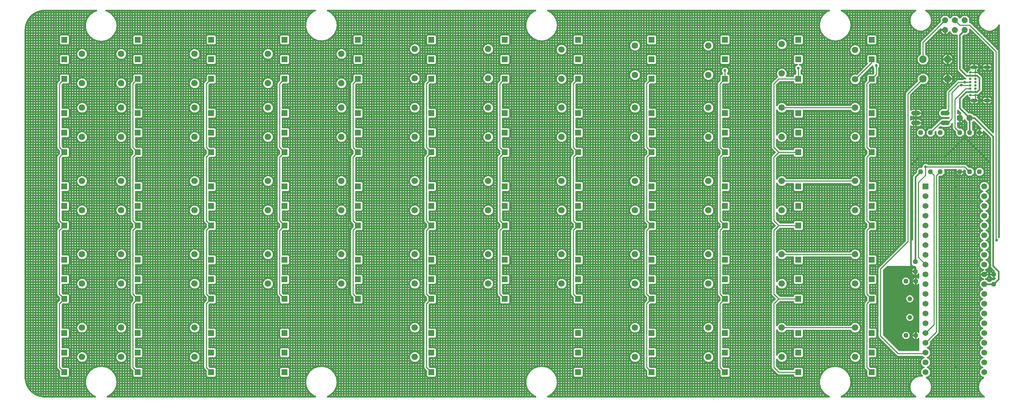
<source format=gbr>
G04 EAGLE Gerber RS-274X export*
G75*
%MOMM*%
%FSLAX34Y34*%
%LPD*%
%INTop Copper*%
%IPPOS*%
%AMOC8*
5,1,8,0,0,1.08239X$1,22.5*%
G01*
%ADD10P,1.319650X8X292.500000*%
%ADD11P,1.319650X8X112.500000*%
%ADD12P,1.732040X8X202.500000*%
%ADD13C,1.600200*%
%ADD14P,1.319650X8X202.500000*%
%ADD15C,1.219200*%
%ADD16C,0.654000*%
%ADD17C,0.900000*%
%ADD18P,1.649562X8X202.500000*%
%ADD19C,1.930400*%
%ADD20R,1.524000X1.524000*%
%ADD21C,1.524000*%
%ADD22C,1.219200*%
%ADD23R,1.500000X1.500000*%
%ADD24C,1.676400*%
%ADD25C,0.254000*%
%ADD26C,0.406400*%
%ADD27C,0.756400*%

G36*
X2330976Y130813D02*
X2330976Y130813D01*
X2330994Y130811D01*
X2331176Y130832D01*
X2331359Y130851D01*
X2331376Y130856D01*
X2331393Y130858D01*
X2331568Y130915D01*
X2331744Y130969D01*
X2331759Y130977D01*
X2331776Y130983D01*
X2331936Y131073D01*
X2332098Y131161D01*
X2332111Y131172D01*
X2332127Y131181D01*
X2332266Y131301D01*
X2332407Y131418D01*
X2332418Y131432D01*
X2332432Y131444D01*
X2332544Y131589D01*
X2332659Y131732D01*
X2332667Y131748D01*
X2332678Y131762D01*
X2332760Y131927D01*
X2332845Y132089D01*
X2332850Y132106D01*
X2332858Y132122D01*
X2332905Y132301D01*
X2332956Y132476D01*
X2332958Y132494D01*
X2332962Y132511D01*
X2332989Y132842D01*
X2332989Y163221D01*
X2332988Y163230D01*
X2332989Y163239D01*
X2332968Y163431D01*
X2332949Y163622D01*
X2332947Y163630D01*
X2332946Y163639D01*
X2332888Y163822D01*
X2332831Y164007D01*
X2332827Y164015D01*
X2332824Y164023D01*
X2332731Y164192D01*
X2332639Y164361D01*
X2332634Y164368D01*
X2332629Y164375D01*
X2332504Y164523D01*
X2332382Y164670D01*
X2332375Y164676D01*
X2332369Y164682D01*
X2332217Y164802D01*
X2332068Y164922D01*
X2332060Y164926D01*
X2332053Y164932D01*
X2331880Y165020D01*
X2331711Y165108D01*
X2331702Y165110D01*
X2331694Y165114D01*
X2331508Y165166D01*
X2331324Y165219D01*
X2331315Y165220D01*
X2331306Y165222D01*
X2331114Y165237D01*
X2330922Y165252D01*
X2330914Y165251D01*
X2330905Y165252D01*
X2330712Y165227D01*
X2330523Y165205D01*
X2330514Y165203D01*
X2330505Y165201D01*
X2330322Y165140D01*
X2330140Y165080D01*
X2330132Y165076D01*
X2330124Y165073D01*
X2329958Y164978D01*
X2329789Y164883D01*
X2329782Y164877D01*
X2329775Y164872D01*
X2329522Y164658D01*
X2327677Y162813D01*
X2326131Y162813D01*
X2326131Y171450D01*
X2326131Y180087D01*
X2327677Y180087D01*
X2329522Y178242D01*
X2329529Y178237D01*
X2329534Y178230D01*
X2329684Y178110D01*
X2329833Y177987D01*
X2329841Y177983D01*
X2329848Y177978D01*
X2330018Y177889D01*
X2330189Y177799D01*
X2330198Y177796D01*
X2330205Y177792D01*
X2330390Y177739D01*
X2330575Y177684D01*
X2330584Y177683D01*
X2330592Y177681D01*
X2330783Y177665D01*
X2330976Y177648D01*
X2330985Y177649D01*
X2330994Y177648D01*
X2331183Y177670D01*
X2331376Y177691D01*
X2331385Y177694D01*
X2331393Y177695D01*
X2331575Y177754D01*
X2331760Y177812D01*
X2331768Y177817D01*
X2331776Y177820D01*
X2331945Y177915D01*
X2332112Y178007D01*
X2332119Y178013D01*
X2332127Y178017D01*
X2332273Y178143D01*
X2332419Y178268D01*
X2332425Y178275D01*
X2332432Y178281D01*
X2332549Y178432D01*
X2332669Y178584D01*
X2332673Y178592D01*
X2332678Y178599D01*
X2332764Y178771D01*
X2332851Y178943D01*
X2332854Y178951D01*
X2332858Y178959D01*
X2332908Y179145D01*
X2332959Y179331D01*
X2332960Y179339D01*
X2332962Y179348D01*
X2332989Y179679D01*
X2332989Y304191D01*
X2332988Y304200D01*
X2332989Y304209D01*
X2332968Y304401D01*
X2332949Y304592D01*
X2332947Y304600D01*
X2332946Y304609D01*
X2332888Y304792D01*
X2332831Y304977D01*
X2332827Y304985D01*
X2332824Y304993D01*
X2332731Y305162D01*
X2332639Y305331D01*
X2332634Y305338D01*
X2332629Y305345D01*
X2332504Y305493D01*
X2332382Y305640D01*
X2332375Y305646D01*
X2332369Y305652D01*
X2332217Y305772D01*
X2332068Y305892D01*
X2332060Y305896D01*
X2332053Y305902D01*
X2331880Y305990D01*
X2331711Y306078D01*
X2331702Y306080D01*
X2331694Y306084D01*
X2331508Y306136D01*
X2331324Y306189D01*
X2331315Y306190D01*
X2331306Y306192D01*
X2331114Y306207D01*
X2330922Y306222D01*
X2330914Y306221D01*
X2330905Y306222D01*
X2330712Y306197D01*
X2330523Y306175D01*
X2330514Y306173D01*
X2330505Y306171D01*
X2330322Y306110D01*
X2330140Y306050D01*
X2330132Y306046D01*
X2330124Y306043D01*
X2329958Y305948D01*
X2329789Y305853D01*
X2329782Y305847D01*
X2329775Y305842D01*
X2329522Y305628D01*
X2327677Y303783D01*
X2326131Y303783D01*
X2326131Y312420D01*
X2326131Y321057D01*
X2327677Y321057D01*
X2329522Y319212D01*
X2329529Y319207D01*
X2329534Y319200D01*
X2329684Y319080D01*
X2329833Y318957D01*
X2329841Y318953D01*
X2329848Y318948D01*
X2330018Y318859D01*
X2330189Y318769D01*
X2330198Y318766D01*
X2330205Y318762D01*
X2330390Y318709D01*
X2330575Y318654D01*
X2330584Y318653D01*
X2330592Y318651D01*
X2330783Y318635D01*
X2330976Y318618D01*
X2330985Y318619D01*
X2330994Y318618D01*
X2331183Y318640D01*
X2331376Y318661D01*
X2331385Y318664D01*
X2331393Y318665D01*
X2331575Y318724D01*
X2331760Y318782D01*
X2331768Y318787D01*
X2331776Y318790D01*
X2331945Y318885D01*
X2332112Y318977D01*
X2332119Y318983D01*
X2332127Y318987D01*
X2332273Y319113D01*
X2332419Y319238D01*
X2332425Y319245D01*
X2332432Y319251D01*
X2332549Y319402D01*
X2332669Y319554D01*
X2332673Y319562D01*
X2332678Y319569D01*
X2332764Y319741D01*
X2332851Y319913D01*
X2332854Y319921D01*
X2332858Y319929D01*
X2332908Y320115D01*
X2332959Y320301D01*
X2332960Y320309D01*
X2332962Y320318D01*
X2332989Y320649D01*
X2332989Y330861D01*
X2332988Y330870D01*
X2332989Y330879D01*
X2332968Y331071D01*
X2332949Y331262D01*
X2332947Y331270D01*
X2332946Y331279D01*
X2332888Y331462D01*
X2332831Y331647D01*
X2332827Y331655D01*
X2332824Y331663D01*
X2332731Y331832D01*
X2332639Y332001D01*
X2332634Y332008D01*
X2332629Y332015D01*
X2332505Y332162D01*
X2332382Y332310D01*
X2332375Y332316D01*
X2332369Y332322D01*
X2332218Y332441D01*
X2332068Y332562D01*
X2332060Y332567D01*
X2332053Y332572D01*
X2331880Y332660D01*
X2331711Y332748D01*
X2331702Y332750D01*
X2331694Y332754D01*
X2331508Y332806D01*
X2331324Y332859D01*
X2331315Y332860D01*
X2331306Y332862D01*
X2331113Y332877D01*
X2330922Y332892D01*
X2330914Y332891D01*
X2330905Y332892D01*
X2330712Y332867D01*
X2330523Y332845D01*
X2330514Y332843D01*
X2330505Y332841D01*
X2330322Y332780D01*
X2330140Y332720D01*
X2330132Y332716D01*
X2330124Y332713D01*
X2329957Y332617D01*
X2329789Y332523D01*
X2329782Y332517D01*
X2329775Y332512D01*
X2329522Y332298D01*
X2326407Y329183D01*
X2324861Y329183D01*
X2324861Y337820D01*
X2324861Y347816D01*
X2324895Y347938D01*
X2324948Y348122D01*
X2324949Y348131D01*
X2324951Y348140D01*
X2324966Y348332D01*
X2324981Y348524D01*
X2324980Y348532D01*
X2324981Y348541D01*
X2324956Y348734D01*
X2324934Y348923D01*
X2324932Y348932D01*
X2324930Y348941D01*
X2324869Y349124D01*
X2324809Y349306D01*
X2324805Y349314D01*
X2324802Y349322D01*
X2324707Y349488D01*
X2324612Y349657D01*
X2324606Y349664D01*
X2324601Y349671D01*
X2324387Y349924D01*
X2323116Y351194D01*
X2323096Y351211D01*
X2323078Y351232D01*
X2322940Y351338D01*
X2322805Y351449D01*
X2322781Y351462D01*
X2322760Y351478D01*
X2322604Y351556D01*
X2322449Y351638D01*
X2322424Y351646D01*
X2322400Y351658D01*
X2322231Y351703D01*
X2322063Y351753D01*
X2322037Y351755D01*
X2322011Y351762D01*
X2321680Y351789D01*
X2317442Y351789D01*
X2314741Y354490D01*
X2314728Y354501D01*
X2314716Y354514D01*
X2314572Y354628D01*
X2314430Y354745D01*
X2314414Y354753D01*
X2314400Y354764D01*
X2314236Y354847D01*
X2314074Y354933D01*
X2314057Y354938D01*
X2314041Y354946D01*
X2313864Y354996D01*
X2313688Y355048D01*
X2313670Y355050D01*
X2313653Y355054D01*
X2313470Y355068D01*
X2313287Y355084D01*
X2313269Y355082D01*
X2313252Y355084D01*
X2313070Y355061D01*
X2312887Y355041D01*
X2312870Y355036D01*
X2312852Y355033D01*
X2312679Y354975D01*
X2312503Y354919D01*
X2312487Y354911D01*
X2312471Y354905D01*
X2312311Y354813D01*
X2312151Y354725D01*
X2312137Y354713D01*
X2312122Y354704D01*
X2311869Y354490D01*
X2309168Y351789D01*
X2250320Y351789D01*
X2250293Y351787D01*
X2250267Y351789D01*
X2250093Y351767D01*
X2249919Y351749D01*
X2249894Y351742D01*
X2249867Y351738D01*
X2249701Y351683D01*
X2249534Y351631D01*
X2249511Y351618D01*
X2249485Y351610D01*
X2249334Y351523D01*
X2249180Y351439D01*
X2249160Y351422D01*
X2249137Y351409D01*
X2248884Y351194D01*
X2239606Y341916D01*
X2239589Y341896D01*
X2239568Y341878D01*
X2239461Y341740D01*
X2239351Y341605D01*
X2239338Y341581D01*
X2239322Y341560D01*
X2239244Y341403D01*
X2239162Y341249D01*
X2239154Y341224D01*
X2239142Y341200D01*
X2239097Y341030D01*
X2239047Y340863D01*
X2239045Y340837D01*
X2239038Y340811D01*
X2239011Y340480D01*
X2239011Y173870D01*
X2239013Y173843D01*
X2239011Y173817D01*
X2239033Y173643D01*
X2239051Y173469D01*
X2239058Y173444D01*
X2239062Y173417D01*
X2239117Y173251D01*
X2239169Y173084D01*
X2239182Y173061D01*
X2239190Y173035D01*
X2239277Y172884D01*
X2239361Y172730D01*
X2239378Y172710D01*
X2239391Y172687D01*
X2239606Y172434D01*
X2280634Y131406D01*
X2280654Y131389D01*
X2280672Y131368D01*
X2280810Y131261D01*
X2280945Y131151D01*
X2280969Y131138D01*
X2280990Y131122D01*
X2281147Y131044D01*
X2281301Y130962D01*
X2281326Y130954D01*
X2281350Y130942D01*
X2281520Y130897D01*
X2281687Y130847D01*
X2281713Y130845D01*
X2281739Y130838D01*
X2282070Y130811D01*
X2330958Y130811D01*
X2330976Y130813D01*
G37*
%LPC*%
G36*
X2294912Y303275D02*
X2294912Y303275D01*
X2289555Y308632D01*
X2289555Y316208D01*
X2294912Y321565D01*
X2302488Y321565D01*
X2307845Y316208D01*
X2307845Y308632D01*
X2302488Y303275D01*
X2294912Y303275D01*
G37*
%LPD*%
%LPC*%
G36*
X2294912Y162305D02*
X2294912Y162305D01*
X2289555Y167662D01*
X2289555Y175238D01*
X2294912Y180595D01*
X2302488Y180595D01*
X2307845Y175238D01*
X2307845Y167662D01*
X2302488Y162305D01*
X2294912Y162305D01*
G37*
%LPD*%
%LPC*%
G36*
X2307041Y257555D02*
X2307041Y257555D01*
X2303680Y258947D01*
X2301107Y261520D01*
X2299715Y264881D01*
X2299715Y268519D01*
X2301107Y271880D01*
X2303680Y274453D01*
X2307041Y275845D01*
X2310679Y275845D01*
X2314040Y274453D01*
X2316613Y271880D01*
X2318005Y268519D01*
X2318005Y264881D01*
X2316613Y261520D01*
X2314040Y258947D01*
X2310679Y257555D01*
X2307041Y257555D01*
G37*
%LPD*%
%LPC*%
G36*
X2307041Y209295D02*
X2307041Y209295D01*
X2303680Y210687D01*
X2301107Y213260D01*
X2299715Y216621D01*
X2299715Y220259D01*
X2301107Y223620D01*
X2303680Y226193D01*
X2307041Y227585D01*
X2310679Y227585D01*
X2314040Y226193D01*
X2316613Y223620D01*
X2318005Y220259D01*
X2318005Y216621D01*
X2316613Y213260D01*
X2314040Y210687D01*
X2310679Y209295D01*
X2307041Y209295D01*
G37*
%LPD*%
%LPC*%
G36*
X2314193Y339851D02*
X2314193Y339851D01*
X2314193Y341397D01*
X2319253Y346457D01*
X2320799Y346457D01*
X2320799Y339851D01*
X2314193Y339851D01*
G37*
%LPD*%
%LPC*%
G36*
X2315463Y314451D02*
X2315463Y314451D01*
X2315463Y315997D01*
X2320523Y321057D01*
X2322069Y321057D01*
X2322069Y314451D01*
X2315463Y314451D01*
G37*
%LPD*%
%LPC*%
G36*
X2315463Y173481D02*
X2315463Y173481D01*
X2315463Y175027D01*
X2320523Y180087D01*
X2322069Y180087D01*
X2322069Y173481D01*
X2315463Y173481D01*
G37*
%LPD*%
%LPC*%
G36*
X2319253Y329183D02*
X2319253Y329183D01*
X2314193Y334243D01*
X2314193Y335789D01*
X2320799Y335789D01*
X2320799Y329183D01*
X2319253Y329183D01*
G37*
%LPD*%
%LPC*%
G36*
X2320523Y303783D02*
X2320523Y303783D01*
X2315463Y308843D01*
X2315463Y310389D01*
X2322069Y310389D01*
X2322069Y303783D01*
X2320523Y303783D01*
G37*
%LPD*%
%LPC*%
G36*
X2320523Y162813D02*
X2320523Y162813D01*
X2315463Y167873D01*
X2315463Y169419D01*
X2322069Y169419D01*
X2322069Y162813D01*
X2320523Y162813D01*
G37*
%LPD*%
D10*
X2322830Y363220D03*
X2322830Y337820D03*
D11*
X2526030Y304800D03*
X2526030Y330200D03*
D12*
X2438400Y736600D03*
D13*
X2463800Y736600D03*
D14*
X2324100Y312420D03*
X2298700Y312420D03*
X2324100Y171450D03*
X2298700Y171450D03*
D15*
X2394204Y723900D02*
X2406396Y723900D01*
X2330196Y723900D02*
X2318004Y723900D01*
X2394204Y749300D02*
X2406396Y749300D01*
X2330196Y749300D02*
X2318004Y749300D01*
D16*
X2465460Y795750D03*
X2465460Y804250D03*
X2465460Y812750D03*
X2465460Y821250D03*
X2465460Y829750D03*
X2465460Y838250D03*
X2465460Y846750D03*
X2465460Y855250D03*
X2478960Y855250D03*
X2478960Y846750D03*
X2478960Y838250D03*
X2478960Y829750D03*
X2478960Y821250D03*
X2478960Y812750D03*
X2478960Y804250D03*
X2478960Y795750D03*
D17*
X2479760Y782250D02*
X2470760Y782250D01*
X2470760Y868750D02*
X2479760Y868750D01*
X2504560Y868750D02*
X2513560Y868750D01*
X2513560Y782250D02*
X2504560Y782250D01*
D18*
X2451100Y990600D03*
X2451100Y965200D03*
X2425700Y990600D03*
X2425700Y965200D03*
X2400300Y990600D03*
X2400300Y965200D03*
D11*
X2438400Y596900D03*
X2438400Y698500D03*
D10*
X2489200Y698500D03*
X2489200Y596900D03*
D11*
X2463800Y596900D03*
X2463800Y698500D03*
X2336800Y596900D03*
X2336800Y698500D03*
X2362200Y596900D03*
X2362200Y698500D03*
X2387600Y596900D03*
X2387600Y698500D03*
D19*
X2406650Y838200D03*
X2342650Y838200D03*
X2406650Y889000D03*
X2342650Y889000D03*
D20*
X2349500Y558800D03*
D21*
X2349500Y533400D03*
X2349500Y508000D03*
X2349500Y482600D03*
X2349500Y457200D03*
X2349500Y431800D03*
X2349500Y406400D03*
X2349500Y381000D03*
X2349500Y355600D03*
X2349500Y330200D03*
X2349500Y304800D03*
X2349500Y279400D03*
X2349500Y254000D03*
X2349500Y228600D03*
X2349500Y203200D03*
X2349500Y177800D03*
X2349500Y152400D03*
X2349500Y127000D03*
X2349500Y101600D03*
X2349500Y76200D03*
X2501900Y76200D03*
X2501900Y101600D03*
X2501900Y127000D03*
X2501900Y152400D03*
X2501900Y177800D03*
X2501900Y203200D03*
X2501900Y228600D03*
X2501900Y254000D03*
X2501900Y279400D03*
X2501900Y304800D03*
X2501900Y330200D03*
X2501900Y355600D03*
X2501900Y381000D03*
X2501900Y406400D03*
X2501900Y431800D03*
X2501900Y457200D03*
X2501900Y482600D03*
X2501900Y508000D03*
X2501900Y533400D03*
X2501900Y558800D03*
D22*
X2308860Y218440D03*
X2308860Y266700D03*
D23*
X114300Y939800D03*
X114300Y889000D03*
X114300Y838200D03*
X114300Y749300D03*
X114300Y698500D03*
X114300Y647700D03*
X114300Y558800D03*
X114300Y508000D03*
X114300Y457200D03*
X114300Y368300D03*
X114300Y317500D03*
X114300Y266700D03*
X114300Y177800D03*
X114300Y127000D03*
X114300Y76200D03*
D24*
X160020Y826770D03*
X160020Y902970D03*
X160020Y687070D03*
X160020Y763270D03*
X160020Y496570D03*
X160020Y572770D03*
X160020Y306070D03*
X160020Y382270D03*
X160020Y115570D03*
X160020Y191770D03*
D23*
X304800Y939800D03*
X304800Y889000D03*
X304800Y838200D03*
X304800Y749300D03*
X304800Y698500D03*
X304800Y647700D03*
X304800Y558800D03*
X304800Y508000D03*
X304800Y457200D03*
X304800Y368300D03*
X304800Y317500D03*
X304800Y266700D03*
X304800Y177800D03*
X304800Y127000D03*
X304800Y76200D03*
D24*
X261620Y826770D03*
X261620Y902970D03*
X261620Y687070D03*
X261620Y763270D03*
X261620Y496570D03*
X261620Y572770D03*
X261620Y306070D03*
X261620Y382270D03*
X261620Y115570D03*
X261620Y191770D03*
D23*
X495300Y939800D03*
X495300Y889000D03*
X495300Y838200D03*
X495300Y749300D03*
X495300Y698500D03*
X495300Y647700D03*
X495300Y558800D03*
X495300Y508000D03*
X495300Y457200D03*
X495300Y368300D03*
X495300Y317500D03*
X495300Y266700D03*
X495300Y177800D03*
X495300Y127000D03*
X495300Y76200D03*
D24*
X452120Y826770D03*
X452120Y902970D03*
X452120Y687070D03*
X452120Y763270D03*
X452120Y496570D03*
X452120Y572770D03*
X452120Y306070D03*
X452120Y382270D03*
X452120Y115570D03*
X452120Y191770D03*
D23*
X685800Y939800D03*
X685800Y889000D03*
X685800Y838200D03*
X685800Y749300D03*
X685800Y698500D03*
X685800Y647700D03*
X685800Y558800D03*
X685800Y508000D03*
X685800Y457200D03*
X685800Y368300D03*
X685800Y317500D03*
X685800Y266700D03*
D24*
X642620Y826770D03*
X642620Y902970D03*
X642620Y687070D03*
X642620Y763270D03*
X642620Y496570D03*
X642620Y572770D03*
X642620Y306070D03*
X642620Y382270D03*
D23*
X876300Y939800D03*
X876300Y889000D03*
X876300Y838200D03*
X876300Y749300D03*
X876300Y698500D03*
X876300Y647700D03*
X876300Y558800D03*
X876300Y508000D03*
X876300Y457200D03*
X876300Y368300D03*
X876300Y317500D03*
X876300Y266700D03*
D24*
X833120Y826770D03*
X833120Y902970D03*
X833120Y687070D03*
X833120Y763270D03*
X833120Y496570D03*
X833120Y572770D03*
X833120Y306070D03*
X833120Y382270D03*
D23*
X1066800Y939800D03*
X1066800Y889000D03*
X1066800Y838200D03*
X1066800Y749300D03*
X1066800Y698500D03*
X1066800Y647700D03*
X1066800Y558800D03*
X1066800Y508000D03*
X1066800Y457200D03*
X1066800Y368300D03*
X1066800Y317500D03*
X1066800Y266700D03*
X1066800Y177800D03*
X1066800Y127000D03*
X1066800Y76200D03*
D24*
X1023620Y839470D03*
X1023620Y915670D03*
X1023620Y687070D03*
X1023620Y763270D03*
X1023620Y496570D03*
X1023620Y572770D03*
X1023620Y306070D03*
X1023620Y382270D03*
X1023620Y115570D03*
X1023620Y191770D03*
D23*
X1257300Y939800D03*
X1257300Y889000D03*
X1257300Y838200D03*
X1257300Y749300D03*
X1257300Y698500D03*
X1257300Y647700D03*
X1257300Y558800D03*
X1257300Y508000D03*
X1257300Y457200D03*
X1257300Y368300D03*
X1257300Y317500D03*
X1257300Y266700D03*
D24*
X1214120Y839470D03*
X1214120Y915670D03*
X1214120Y687070D03*
X1214120Y763270D03*
X1214120Y496570D03*
X1214120Y572770D03*
X1214120Y306070D03*
X1214120Y382270D03*
D23*
X1447800Y939800D03*
X1447800Y889000D03*
X1447800Y838200D03*
X1447800Y749300D03*
X1447800Y698500D03*
X1447800Y647700D03*
X1447800Y558800D03*
X1447800Y508000D03*
X1447800Y457200D03*
X1447800Y368300D03*
X1447800Y317500D03*
X1447800Y266700D03*
D24*
X1404620Y838200D03*
X1404620Y914400D03*
X1404620Y687070D03*
X1404620Y763270D03*
X1404620Y496570D03*
X1404620Y572770D03*
X1404620Y306070D03*
X1404620Y382270D03*
D23*
X1638300Y939800D03*
X1638300Y889000D03*
X1638300Y838200D03*
X1638300Y749300D03*
X1638300Y698500D03*
X1638300Y647700D03*
X1638300Y558800D03*
X1638300Y508000D03*
X1638300Y457200D03*
X1638300Y368300D03*
X1638300Y317500D03*
X1638300Y266700D03*
X1638300Y177800D03*
X1638300Y127000D03*
X1638300Y76200D03*
D24*
X1595120Y848360D03*
X1595120Y924560D03*
X1595120Y687070D03*
X1595120Y763270D03*
X1595120Y496570D03*
X1595120Y572770D03*
X1595120Y306070D03*
X1595120Y382270D03*
X1595120Y115570D03*
X1595120Y191770D03*
D23*
X1828800Y939800D03*
X1828800Y889000D03*
X1828800Y838200D03*
X1828800Y749300D03*
X1828800Y698500D03*
X1828800Y647700D03*
X1828800Y558800D03*
X1828800Y508000D03*
X1828800Y457200D03*
X1828800Y368300D03*
X1828800Y317500D03*
X1828800Y266700D03*
X1828800Y177800D03*
X1828800Y127000D03*
X1828800Y76200D03*
D24*
X1785620Y848360D03*
X1785620Y924560D03*
X1785620Y687070D03*
X1785620Y763270D03*
X1785620Y496570D03*
X1785620Y572770D03*
X1785620Y306070D03*
X1785620Y382270D03*
X1785620Y115570D03*
X1785620Y191770D03*
D23*
X2019300Y939800D03*
X2019300Y889000D03*
X2019300Y838200D03*
X2019300Y749300D03*
X2019300Y698500D03*
X2019300Y647700D03*
X2019300Y558800D03*
X2019300Y508000D03*
X2019300Y457200D03*
X2019300Y368300D03*
X2019300Y317500D03*
X2019300Y266700D03*
X2019300Y177800D03*
X2019300Y127000D03*
X2019300Y76200D03*
D24*
X1976120Y852170D03*
X1976120Y928370D03*
X1976120Y687070D03*
X1976120Y763270D03*
X1976120Y496570D03*
X1976120Y572770D03*
X1976120Y306070D03*
X1976120Y382270D03*
X1976120Y115570D03*
X1976120Y191770D03*
D23*
X2209800Y939800D03*
X2209800Y889000D03*
X2209800Y838200D03*
X2209800Y749300D03*
X2209800Y698500D03*
X2209800Y647700D03*
X2209800Y558800D03*
X2209800Y508000D03*
X2209800Y457200D03*
X2209800Y368300D03*
X2209800Y317500D03*
X2209800Y266700D03*
X2209800Y177800D03*
X2209800Y127000D03*
X2209800Y76200D03*
D24*
X2166620Y836930D03*
X2166620Y913130D03*
X2166620Y687070D03*
X2166620Y763270D03*
X2166620Y496570D03*
X2166620Y572770D03*
X2166620Y306070D03*
X2166620Y382270D03*
X2166620Y115570D03*
X2166620Y191770D03*
D23*
X685800Y177800D03*
X685800Y127000D03*
X685800Y76200D03*
X1447800Y177800D03*
X1447800Y127000D03*
X1447800Y76200D03*
D25*
X2465460Y855250D02*
X2478960Y855250D01*
X2478960Y785950D02*
X2475260Y782250D01*
X2478960Y785950D02*
X2478960Y795750D01*
X2478960Y855250D02*
X2478960Y865050D01*
X2475260Y868750D01*
X2475260Y782250D02*
X2509060Y782250D01*
X2478960Y795750D02*
X2465460Y795750D01*
D26*
X2322830Y344170D02*
X2322830Y337820D01*
X2322830Y344170D02*
X2311400Y355600D01*
X2311400Y613410D01*
X2332990Y635000D01*
X2400300Y635000D01*
X2451100Y685800D01*
X2451100Y723900D01*
X2438400Y736600D01*
X2509060Y782250D02*
X2509060Y868750D01*
X2475260Y868750D01*
D25*
X2324100Y723900D02*
X2317750Y730250D01*
X2317750Y742950D01*
X2324100Y749300D01*
X2324100Y723900D02*
X2317750Y717550D01*
X2317750Y650240D01*
X2332990Y635000D01*
D26*
X2451100Y685800D02*
X2515870Y621030D01*
X2515870Y341630D02*
X2526030Y331470D01*
X2515870Y341630D02*
X2514600Y342900D01*
X2526030Y331470D02*
X2526030Y330200D01*
X2515870Y341630D02*
X2515870Y621030D01*
X2514600Y342900D02*
X2501900Y330200D01*
D27*
X2425700Y533400D03*
X2425700Y508000D03*
X2425700Y482600D03*
X2425700Y457200D03*
D25*
X2425700Y584200D02*
X2438400Y596900D01*
X2425700Y584200D02*
X2425700Y558800D01*
X2425700Y533400D01*
X2425700Y508000D01*
X2425700Y482600D01*
X2425700Y457200D01*
D26*
X2526030Y330200D02*
X2526030Y330200D01*
X2526030Y339025D01*
X2526030Y339025D01*
X2526030Y330200D01*
X2313432Y175869D02*
X2313432Y171450D01*
X2324100Y171450D01*
X2324100Y171450D01*
X2313432Y171450D01*
X2313432Y167031D01*
X2319681Y160782D01*
X2324100Y160782D01*
X2324100Y171450D01*
X2324100Y171450D01*
X2324100Y160782D01*
X2328519Y160782D01*
X2329942Y162205D01*
X2329942Y133858D01*
X2282491Y133858D01*
X2242058Y174291D01*
X2242058Y340059D01*
X2250741Y348742D01*
X2308954Y348742D01*
X2311475Y349786D01*
X2313305Y351616D01*
X2315135Y349786D01*
X2317656Y348742D01*
X2321259Y348742D01*
X2321513Y348488D01*
X2318411Y348488D01*
X2312162Y342239D01*
X2312162Y337820D01*
X2322830Y337820D01*
X2322830Y337820D01*
X2312162Y337820D01*
X2312162Y333401D01*
X2318411Y327152D01*
X2322830Y327152D01*
X2322830Y337820D01*
X2322830Y337820D01*
X2322830Y327152D01*
X2327249Y327152D01*
X2329942Y329845D01*
X2329942Y321665D01*
X2328519Y323088D01*
X2324100Y323088D01*
X2324100Y312420D01*
X2324100Y312420D01*
X2324100Y323088D01*
X2319681Y323088D01*
X2313432Y316839D01*
X2313432Y312420D01*
X2324100Y312420D01*
X2324100Y312420D01*
X2313432Y312420D01*
X2313432Y308001D01*
X2319681Y301752D01*
X2324100Y301752D01*
X2324100Y312420D01*
X2324100Y312420D01*
X2324100Y301752D01*
X2328519Y301752D01*
X2329942Y303175D01*
X2329942Y180695D01*
X2328519Y182118D01*
X2324100Y182118D01*
X2324100Y171450D01*
X2324100Y171450D01*
X2324100Y182118D01*
X2319681Y182118D01*
X2313432Y175869D01*
X2321052Y264275D02*
X2321052Y269125D01*
X2319196Y273606D01*
X2315766Y277036D01*
X2311285Y278892D01*
X2306435Y278892D01*
X2301954Y277036D01*
X2298524Y273606D01*
X2296668Y269125D01*
X2296668Y264275D01*
X2298524Y259794D01*
X2301954Y256364D01*
X2306435Y254508D01*
X2311285Y254508D01*
X2315766Y256364D01*
X2319196Y259794D01*
X2321052Y264275D01*
X2321052Y220865D02*
X2321052Y216015D01*
X2321052Y220865D02*
X2319196Y225346D01*
X2315766Y228776D01*
X2311285Y230632D01*
X2306435Y230632D01*
X2301954Y228776D01*
X2298524Y225346D01*
X2296668Y220865D01*
X2296668Y216015D01*
X2298524Y211534D01*
X2301954Y208104D01*
X2306435Y206248D01*
X2311285Y206248D01*
X2315766Y208104D01*
X2319196Y211534D01*
X2321052Y216015D01*
X2310892Y176500D02*
X2310892Y166400D01*
X2310892Y176500D02*
X2303750Y183642D01*
X2293650Y183642D01*
X2286508Y176500D01*
X2286508Y166400D01*
X2293650Y159258D01*
X2303750Y159258D01*
X2310892Y166400D01*
X2310892Y307370D02*
X2310892Y317470D01*
X2303750Y324612D01*
X2293650Y324612D01*
X2286508Y317470D01*
X2286508Y307370D01*
X2293650Y300228D01*
X2303750Y300228D01*
X2310892Y307370D01*
X2322830Y347171D02*
X2322830Y347172D01*
X2322830Y347171D02*
X2322830Y337820D01*
X2322830Y337820D01*
X2322830Y347172D01*
X2438400Y736600D02*
X2438400Y749173D01*
X2438400Y736600D02*
X2438400Y736600D01*
X2438400Y749173D01*
X2433192Y749173D01*
X2433066Y749047D01*
X2433066Y755839D01*
X2439732Y749173D01*
X2438400Y749173D01*
X2374392Y700275D02*
X2374392Y693450D01*
X2374392Y700275D02*
X2375408Y701291D01*
X2375408Y693450D01*
X2382550Y686308D01*
X2392650Y686308D01*
X2399792Y693450D01*
X2399792Y703550D01*
X2392650Y710692D01*
X2384809Y710692D01*
X2387569Y713452D01*
X2391779Y711708D01*
X2408821Y711708D01*
X2413302Y713564D01*
X2416732Y716994D01*
X2418334Y720862D01*
X2418334Y709735D01*
X2419455Y707027D01*
X2426208Y700275D01*
X2426208Y693450D01*
X2433350Y686308D01*
X2443450Y686308D01*
X2450592Y693450D01*
X2450592Y703550D01*
X2443450Y710692D01*
X2436625Y710692D01*
X2433066Y714251D01*
X2433066Y724153D01*
X2433192Y724027D01*
X2438400Y724027D01*
X2438400Y736600D01*
X2438400Y736600D01*
X2438400Y724027D01*
X2443608Y724027D01*
X2450779Y731198D01*
X2451849Y728615D01*
X2455672Y724792D01*
X2455672Y707614D01*
X2451608Y703550D01*
X2451608Y693450D01*
X2458750Y686308D01*
X2468850Y686308D01*
X2475992Y693450D01*
X2475992Y703550D01*
X2471928Y707614D01*
X2471928Y724792D01*
X2474371Y727235D01*
X2492437Y709168D01*
X2489200Y709168D01*
X2489200Y698500D01*
X2489200Y698500D01*
X2489200Y709168D01*
X2484781Y709168D01*
X2478532Y702919D01*
X2478532Y698500D01*
X2489200Y698500D01*
X2489200Y698500D01*
X2478532Y698500D01*
X2478532Y694081D01*
X2484781Y687832D01*
X2489200Y687832D01*
X2489200Y698500D01*
X2489200Y698500D01*
X2489200Y687832D01*
X2493619Y687832D01*
X2499868Y694081D01*
X2499868Y698500D01*
X2489200Y698500D01*
X2489200Y698500D01*
X2499868Y698500D01*
X2499868Y701737D01*
X2516632Y684973D01*
X2516632Y350173D01*
X2517869Y347186D01*
X2520156Y344899D01*
X2524187Y340868D01*
X2521611Y340868D01*
X2515362Y334619D01*
X2515362Y330200D01*
X2526030Y330200D01*
X2526030Y330200D01*
X2515362Y330200D01*
X2515362Y325781D01*
X2521611Y319532D01*
X2526030Y319532D01*
X2526030Y330200D01*
X2526030Y330200D01*
X2526030Y319532D01*
X2529267Y319532D01*
X2526727Y316992D01*
X2520980Y316992D01*
X2516916Y312928D01*
X2513169Y312928D01*
X2509669Y316428D01*
X2504965Y318376D01*
X2506580Y318901D01*
X2508290Y319772D01*
X2509843Y320900D01*
X2511200Y322257D01*
X2512328Y323810D01*
X2513199Y325520D01*
X2513792Y327345D01*
X2514092Y329240D01*
X2514092Y330200D01*
X2501900Y330200D01*
X2501900Y330200D01*
X2514092Y330200D01*
X2514092Y331160D01*
X2513792Y333055D01*
X2513199Y334880D01*
X2512328Y336590D01*
X2511200Y338143D01*
X2509843Y339500D01*
X2508290Y340628D01*
X2506580Y341499D01*
X2504965Y342024D01*
X2509669Y343972D01*
X2513528Y347831D01*
X2515616Y352872D01*
X2515616Y358328D01*
X2513528Y363369D01*
X2509669Y367228D01*
X2507081Y368300D01*
X2509669Y369372D01*
X2513528Y373231D01*
X2515616Y378272D01*
X2515616Y383728D01*
X2513528Y388769D01*
X2509669Y392628D01*
X2507081Y393700D01*
X2509669Y394772D01*
X2513528Y398631D01*
X2515616Y403672D01*
X2515616Y409128D01*
X2513528Y414169D01*
X2509669Y418028D01*
X2507081Y419100D01*
X2509669Y420172D01*
X2513528Y424031D01*
X2515616Y429072D01*
X2515616Y434528D01*
X2513528Y439569D01*
X2509669Y443428D01*
X2507081Y444500D01*
X2509669Y445572D01*
X2513528Y449431D01*
X2515616Y454472D01*
X2515616Y459928D01*
X2513528Y464969D01*
X2509669Y468828D01*
X2507081Y469900D01*
X2509669Y470972D01*
X2513528Y474831D01*
X2515616Y479872D01*
X2515616Y485328D01*
X2513528Y490369D01*
X2509669Y494228D01*
X2507081Y495300D01*
X2509669Y496372D01*
X2513528Y500231D01*
X2515616Y505272D01*
X2515616Y510728D01*
X2513528Y515769D01*
X2509669Y519628D01*
X2507081Y520700D01*
X2509669Y521772D01*
X2513528Y525631D01*
X2515616Y530672D01*
X2515616Y536128D01*
X2513528Y541169D01*
X2509669Y545028D01*
X2507081Y546100D01*
X2509669Y547172D01*
X2513528Y551031D01*
X2515616Y556072D01*
X2515616Y561528D01*
X2513528Y566569D01*
X2509669Y570428D01*
X2504628Y572516D01*
X2499172Y572516D01*
X2494131Y570428D01*
X2490272Y566569D01*
X2488184Y561528D01*
X2488184Y556072D01*
X2490272Y551031D01*
X2494131Y547172D01*
X2496719Y546100D01*
X2494131Y545028D01*
X2490272Y541169D01*
X2488184Y536128D01*
X2488184Y530672D01*
X2490272Y525631D01*
X2494131Y521772D01*
X2496719Y520700D01*
X2494131Y519628D01*
X2490272Y515769D01*
X2488184Y510728D01*
X2488184Y505272D01*
X2490272Y500231D01*
X2494131Y496372D01*
X2496719Y495300D01*
X2494131Y494228D01*
X2490272Y490369D01*
X2488184Y485328D01*
X2488184Y479872D01*
X2490272Y474831D01*
X2494131Y470972D01*
X2496719Y469900D01*
X2494131Y468828D01*
X2490272Y464969D01*
X2488184Y459928D01*
X2488184Y454472D01*
X2490272Y449431D01*
X2494131Y445572D01*
X2496719Y444500D01*
X2494131Y443428D01*
X2490272Y439569D01*
X2488184Y434528D01*
X2488184Y429072D01*
X2490272Y424031D01*
X2494131Y420172D01*
X2496719Y419100D01*
X2494131Y418028D01*
X2490272Y414169D01*
X2488184Y409128D01*
X2488184Y403672D01*
X2490272Y398631D01*
X2494131Y394772D01*
X2496719Y393700D01*
X2494131Y392628D01*
X2490272Y388769D01*
X2488184Y383728D01*
X2488184Y378272D01*
X2490272Y373231D01*
X2494131Y369372D01*
X2496719Y368300D01*
X2494131Y367228D01*
X2490272Y363369D01*
X2488184Y358328D01*
X2488184Y352872D01*
X2490272Y347831D01*
X2494131Y343972D01*
X2498835Y342024D01*
X2497220Y341499D01*
X2495510Y340628D01*
X2493957Y339500D01*
X2492600Y338143D01*
X2491472Y336590D01*
X2490601Y334880D01*
X2490008Y333055D01*
X2489708Y331160D01*
X2489708Y330200D01*
X2501900Y330200D01*
X2501900Y330200D01*
X2489708Y330200D01*
X2489708Y329240D01*
X2490008Y327345D01*
X2490601Y325520D01*
X2491472Y323810D01*
X2492600Y322257D01*
X2493957Y320900D01*
X2495510Y319772D01*
X2497220Y318901D01*
X2498835Y318376D01*
X2494131Y316428D01*
X2490272Y312569D01*
X2488184Y307528D01*
X2488184Y302072D01*
X2490272Y297031D01*
X2494131Y293172D01*
X2496719Y292100D01*
X2494131Y291028D01*
X2490272Y287169D01*
X2488184Y282128D01*
X2488184Y276672D01*
X2490272Y271631D01*
X2494131Y267772D01*
X2496719Y266700D01*
X2494131Y265628D01*
X2490272Y261769D01*
X2488184Y256728D01*
X2488184Y251272D01*
X2490272Y246231D01*
X2494131Y242372D01*
X2496719Y241300D01*
X2494131Y240228D01*
X2490272Y236369D01*
X2488184Y231328D01*
X2488184Y225872D01*
X2490272Y220831D01*
X2494131Y216972D01*
X2496719Y215900D01*
X2494131Y214828D01*
X2490272Y210969D01*
X2488184Y205928D01*
X2488184Y200472D01*
X2490272Y195431D01*
X2494131Y191572D01*
X2496719Y190500D01*
X2494131Y189428D01*
X2490272Y185569D01*
X2488184Y180528D01*
X2488184Y175072D01*
X2490272Y170031D01*
X2494131Y166172D01*
X2496719Y165100D01*
X2494131Y164028D01*
X2490272Y160169D01*
X2488184Y155128D01*
X2488184Y149672D01*
X2490272Y144631D01*
X2494131Y140772D01*
X2496719Y139700D01*
X2494131Y138628D01*
X2490272Y134769D01*
X2488184Y129728D01*
X2488184Y124272D01*
X2490272Y119231D01*
X2494131Y115372D01*
X2496719Y114300D01*
X2494131Y113228D01*
X2490272Y109369D01*
X2488184Y104328D01*
X2488184Y98872D01*
X2490272Y93831D01*
X2494131Y89972D01*
X2496719Y88900D01*
X2494131Y87828D01*
X2490272Y83969D01*
X2488184Y78928D01*
X2488184Y73472D01*
X2490272Y68431D01*
X2494131Y64572D01*
X2499172Y62484D01*
X2499297Y62484D01*
X2492418Y56713D01*
X2492418Y56713D01*
X2487390Y48004D01*
X2487390Y48004D01*
X2485644Y38100D01*
X2485644Y38100D01*
X2487390Y28196D01*
X2487390Y28196D01*
X2492418Y19487D01*
X2492418Y19487D01*
X2492418Y19487D01*
X2500122Y13023D01*
X2500122Y13023D01*
X2501011Y12700D01*
X2350389Y12700D01*
X2351278Y13023D01*
X2351278Y13023D01*
X2358982Y19487D01*
X2358982Y19487D01*
X2364010Y28196D01*
X2364010Y28196D01*
X2365756Y38100D01*
X2364010Y48004D01*
X2364010Y48004D01*
X2358982Y56713D01*
X2358982Y56713D01*
X2358982Y56713D01*
X2352103Y62484D01*
X2352228Y62484D01*
X2357269Y64572D01*
X2361128Y68431D01*
X2363216Y73472D01*
X2363216Y78928D01*
X2361128Y83969D01*
X2357269Y87828D01*
X2354681Y88900D01*
X2357269Y89972D01*
X2361128Y93831D01*
X2363216Y98872D01*
X2363216Y104328D01*
X2361128Y109369D01*
X2357269Y113228D01*
X2354681Y114300D01*
X2357269Y115372D01*
X2361128Y119231D01*
X2363216Y124272D01*
X2363216Y129728D01*
X2361128Y134769D01*
X2357269Y138628D01*
X2354681Y139700D01*
X2357269Y140772D01*
X2361128Y144631D01*
X2363216Y149672D01*
X2363216Y155128D01*
X2363049Y155532D01*
X2381613Y174095D01*
X2383685Y176167D01*
X2384806Y178875D01*
X2384806Y583689D01*
X2385825Y584708D01*
X2392650Y584708D01*
X2399792Y591850D01*
X2399792Y601950D01*
X2399508Y602234D01*
X2428647Y602234D01*
X2427732Y601319D01*
X2427732Y596900D01*
X2438400Y596900D01*
X2438400Y596900D01*
X2427732Y596900D01*
X2427732Y592481D01*
X2433981Y586232D01*
X2438400Y586232D01*
X2438400Y596900D01*
X2438400Y596900D01*
X2438400Y586232D01*
X2442819Y586232D01*
X2449068Y592481D01*
X2449068Y596900D01*
X2438400Y596900D01*
X2438400Y596900D01*
X2449068Y596900D01*
X2449068Y601215D01*
X2451608Y598675D01*
X2451608Y591850D01*
X2458750Y584708D01*
X2468850Y584708D01*
X2475992Y591850D01*
X2475992Y601950D01*
X2468850Y609092D01*
X2462025Y609092D01*
X2457345Y613773D01*
X2455273Y615845D01*
X2452565Y616966D01*
X2356104Y616966D01*
X2355095Y617974D01*
X2351465Y619478D01*
X2347535Y619478D01*
X2343905Y617974D01*
X2341126Y615195D01*
X2339622Y611565D01*
X2339622Y609092D01*
X2331750Y609092D01*
X2324608Y601950D01*
X2324608Y596203D01*
X2318226Y589821D01*
X2315939Y587534D01*
X2314702Y584547D01*
X2314702Y420878D01*
X2313846Y420878D01*
X2311400Y419865D01*
X2311146Y419970D01*
X2311146Y715696D01*
X2312413Y714776D01*
X2313909Y714014D01*
X2315506Y713495D01*
X2317164Y713232D01*
X2324100Y713232D01*
X2324100Y723900D01*
X2324100Y723900D01*
X2324100Y713232D01*
X2331036Y713232D01*
X2332694Y713495D01*
X2334291Y714014D01*
X2335787Y714776D01*
X2337146Y715763D01*
X2338333Y716950D01*
X2339320Y718309D01*
X2340082Y719805D01*
X2340601Y721402D01*
X2340864Y723060D01*
X2340864Y723900D01*
X2324100Y723900D01*
X2324100Y723900D01*
X2340864Y723900D01*
X2340864Y724740D01*
X2340601Y726398D01*
X2340082Y727995D01*
X2339320Y729491D01*
X2338333Y730850D01*
X2337146Y732037D01*
X2335787Y733024D01*
X2334291Y733786D01*
X2332694Y734305D01*
X2331036Y734568D01*
X2324100Y734568D01*
X2324100Y723900D01*
X2324100Y723900D01*
X2324100Y734568D01*
X2317164Y734568D01*
X2315506Y734305D01*
X2313909Y733786D01*
X2312413Y733024D01*
X2311146Y732104D01*
X2311146Y741096D01*
X2312413Y740176D01*
X2313909Y739414D01*
X2315506Y738895D01*
X2317164Y738632D01*
X2324100Y738632D01*
X2324100Y749300D01*
X2324100Y749300D01*
X2324100Y738632D01*
X2331036Y738632D01*
X2332694Y738895D01*
X2334291Y739414D01*
X2335787Y740176D01*
X2337146Y741163D01*
X2338333Y742350D01*
X2339320Y743709D01*
X2340082Y745205D01*
X2340601Y746802D01*
X2340864Y748460D01*
X2340864Y749300D01*
X2324100Y749300D01*
X2324100Y749300D01*
X2340864Y749300D01*
X2340864Y750140D01*
X2340601Y751798D01*
X2340082Y753395D01*
X2339320Y754891D01*
X2338333Y756250D01*
X2337146Y757437D01*
X2335787Y758424D01*
X2334291Y759186D01*
X2332694Y759705D01*
X2331036Y759968D01*
X2324100Y759968D01*
X2324100Y749300D01*
X2324100Y749300D01*
X2324100Y759968D01*
X2317164Y759968D01*
X2315506Y759705D01*
X2313909Y759186D01*
X2312413Y758424D01*
X2311146Y757504D01*
X2311146Y796279D01*
X2337963Y823096D01*
X2339518Y822452D01*
X2345782Y822452D01*
X2351571Y824850D01*
X2356000Y829279D01*
X2358398Y835068D01*
X2358398Y841332D01*
X2356000Y847121D01*
X2351571Y851550D01*
X2345782Y853948D01*
X2339518Y853948D01*
X2333729Y851550D01*
X2329300Y847121D01*
X2326902Y841332D01*
X2326902Y835068D01*
X2327546Y833513D01*
X2299607Y805575D01*
X2297535Y803503D01*
X2296414Y800795D01*
X2296414Y418341D01*
X2228487Y350415D01*
X2226415Y348343D01*
X2225294Y345635D01*
X2225294Y168715D01*
X2226415Y166007D01*
X2228487Y163935D01*
X2274207Y118215D01*
X2276915Y117094D01*
X2340009Y117094D01*
X2341731Y115372D01*
X2344319Y114300D01*
X2341731Y113228D01*
X2337872Y109369D01*
X2335784Y104328D01*
X2335784Y98872D01*
X2337872Y93831D01*
X2341731Y89972D01*
X2344319Y88900D01*
X2341731Y87828D01*
X2337872Y83969D01*
X2335784Y78928D01*
X2335784Y73472D01*
X2337872Y68431D01*
X2339687Y66616D01*
X2331772Y66616D01*
X2322322Y63177D01*
X2322322Y63177D01*
X2314618Y56713D01*
X2314618Y56713D01*
X2309590Y48004D01*
X2309590Y48004D01*
X2307844Y38100D01*
X2307844Y38100D01*
X2309590Y28196D01*
X2309590Y28196D01*
X2314618Y19487D01*
X2314618Y19487D01*
X2314618Y19487D01*
X2322322Y13023D01*
X2322322Y13023D01*
X2323211Y12700D01*
X2130940Y12700D01*
X2140522Y18232D01*
X2140522Y18232D01*
X2148968Y27334D01*
X2148968Y27334D01*
X2154355Y38522D01*
X2154355Y38522D01*
X2156206Y50800D01*
X2154355Y63078D01*
X2148968Y74266D01*
X2148968Y74266D01*
X2140522Y83368D01*
X2129769Y89576D01*
X2129769Y89576D01*
X2117663Y92340D01*
X2117663Y92340D01*
X2105281Y91412D01*
X2105281Y91412D01*
X2093722Y86875D01*
X2093722Y86875D01*
X2084014Y79133D01*
X2084014Y79133D01*
X2084014Y79133D01*
X2077019Y68874D01*
X2077019Y68874D01*
X2073359Y57009D01*
X2073359Y44591D01*
X2077019Y32726D01*
X2077019Y32726D01*
X2084014Y22467D01*
X2084014Y22467D01*
X2084014Y22467D01*
X2093722Y14725D01*
X2093722Y14725D01*
X2098881Y12700D01*
X1368940Y12700D01*
X1378522Y18232D01*
X1378522Y18232D01*
X1386968Y27334D01*
X1386968Y27334D01*
X1392355Y38522D01*
X1392355Y38522D01*
X1394206Y50800D01*
X1392355Y63078D01*
X1392355Y63078D01*
X1386968Y74266D01*
X1386968Y74266D01*
X1378522Y83368D01*
X1378522Y83368D01*
X1367769Y89576D01*
X1367769Y89576D01*
X1355663Y92340D01*
X1355663Y92340D01*
X1343281Y91412D01*
X1343281Y91412D01*
X1331722Y86875D01*
X1331722Y86875D01*
X1322014Y79133D01*
X1322014Y79133D01*
X1315019Y68874D01*
X1315019Y68874D01*
X1311359Y57009D01*
X1311359Y44591D01*
X1315019Y32726D01*
X1322014Y22467D01*
X1322014Y22467D01*
X1331722Y14725D01*
X1331722Y14725D01*
X1336881Y12700D01*
X797440Y12700D01*
X807022Y18232D01*
X807022Y18232D01*
X807022Y18232D01*
X815468Y27334D01*
X815468Y27334D01*
X820855Y38522D01*
X820855Y38522D01*
X822706Y50800D01*
X820855Y63078D01*
X820855Y63078D01*
X815468Y74266D01*
X815468Y74266D01*
X807022Y83368D01*
X807022Y83368D01*
X796269Y89576D01*
X796269Y89576D01*
X784163Y92340D01*
X784163Y92340D01*
X771781Y91412D01*
X771781Y91412D01*
X760222Y86875D01*
X760222Y86875D01*
X750514Y79133D01*
X750514Y79133D01*
X750514Y79133D01*
X743519Y68874D01*
X743519Y68874D01*
X739859Y57009D01*
X739859Y44591D01*
X743519Y32726D01*
X743519Y32726D01*
X750514Y22467D01*
X750514Y22467D01*
X750514Y22467D01*
X760222Y14725D01*
X760222Y14725D01*
X765381Y12700D01*
X225940Y12700D01*
X235522Y18232D01*
X235522Y18232D01*
X243968Y27334D01*
X243968Y27334D01*
X249355Y38522D01*
X249355Y38522D01*
X251206Y50800D01*
X249355Y63078D01*
X249355Y63078D01*
X243968Y74266D01*
X243968Y74266D01*
X235522Y83368D01*
X235522Y83368D01*
X224769Y89576D01*
X224769Y89576D01*
X212663Y92340D01*
X212663Y92340D01*
X200281Y91412D01*
X200281Y91412D01*
X188722Y86875D01*
X179014Y79133D01*
X179014Y79133D01*
X172019Y68874D01*
X168359Y57009D01*
X168359Y57009D01*
X168359Y44591D01*
X172019Y32726D01*
X172019Y32726D01*
X179014Y22467D01*
X179014Y22467D01*
X179014Y22467D01*
X188722Y14725D01*
X188722Y14725D01*
X193881Y12700D01*
X63500Y12700D01*
X57377Y13070D01*
X51343Y14176D01*
X45486Y16001D01*
X39892Y18519D01*
X34642Y21692D01*
X29813Y25476D01*
X25476Y29813D01*
X21692Y34642D01*
X18519Y39892D01*
X16001Y45486D01*
X14176Y51343D01*
X13070Y57377D01*
X12700Y63500D01*
X12700Y965200D01*
X13070Y971323D01*
X14176Y977357D01*
X16001Y983214D01*
X18519Y988808D01*
X21692Y994058D01*
X25476Y998887D01*
X29813Y1003224D01*
X34642Y1007008D01*
X39892Y1010181D01*
X45486Y1012699D01*
X51343Y1014524D01*
X57377Y1015630D01*
X63500Y1016000D01*
X197117Y1016000D01*
X188722Y1012705D01*
X188722Y1012705D01*
X179014Y1004963D01*
X179014Y1004963D01*
X179014Y1004963D01*
X172019Y994704D01*
X172019Y994704D01*
X168359Y982839D01*
X168359Y970421D01*
X172019Y958556D01*
X172019Y958556D01*
X179014Y948297D01*
X179014Y948297D01*
X179014Y948297D01*
X188722Y940555D01*
X188722Y940555D01*
X200281Y936018D01*
X200281Y936018D01*
X212663Y935090D01*
X212663Y935090D01*
X224769Y937854D01*
X224769Y937854D01*
X235522Y944062D01*
X235522Y944062D01*
X235522Y944062D01*
X243968Y953164D01*
X243968Y953164D01*
X249355Y964352D01*
X249355Y964352D01*
X251206Y976630D01*
X249355Y988908D01*
X249355Y988908D01*
X243968Y1000096D01*
X243968Y1000096D01*
X235522Y1009198D01*
X235522Y1009198D01*
X224769Y1015406D01*
X224769Y1015406D01*
X222168Y1016000D01*
X765381Y1016000D01*
X760222Y1013975D01*
X760222Y1013975D01*
X750514Y1006233D01*
X750514Y1006233D01*
X750514Y1006233D01*
X743519Y995974D01*
X743519Y995974D01*
X739859Y984109D01*
X739859Y971691D01*
X743519Y959826D01*
X743519Y959826D01*
X750514Y949567D01*
X750514Y949567D01*
X750514Y949567D01*
X760222Y941825D01*
X760222Y941825D01*
X771781Y937288D01*
X771781Y937288D01*
X784163Y936360D01*
X784163Y936360D01*
X796269Y939124D01*
X796269Y939124D01*
X807022Y945332D01*
X807022Y945332D01*
X815468Y954434D01*
X815468Y954434D01*
X820855Y965622D01*
X820855Y965622D01*
X822706Y977900D01*
X820855Y990178D01*
X820855Y990178D01*
X815468Y1001366D01*
X815468Y1001366D01*
X807022Y1010468D01*
X807022Y1010468D01*
X797440Y1016000D01*
X1336881Y1016000D01*
X1331722Y1013975D01*
X1331722Y1013975D01*
X1322014Y1006233D01*
X1322014Y1006233D01*
X1315019Y995974D01*
X1315019Y995974D01*
X1311359Y984109D01*
X1311359Y971691D01*
X1315019Y959826D01*
X1315019Y959826D01*
X1322014Y949567D01*
X1322014Y949567D01*
X1322014Y949567D01*
X1331722Y941825D01*
X1331722Y941825D01*
X1343281Y937288D01*
X1343281Y937288D01*
X1355663Y936360D01*
X1355663Y936360D01*
X1367769Y939124D01*
X1367769Y939124D01*
X1378522Y945332D01*
X1378522Y945332D01*
X1378522Y945332D01*
X1386968Y954434D01*
X1392355Y965622D01*
X1394206Y977900D01*
X1394206Y977900D01*
X1392355Y990178D01*
X1392355Y990178D01*
X1386968Y1001366D01*
X1386968Y1001366D01*
X1378522Y1010468D01*
X1378522Y1010468D01*
X1368940Y1016000D01*
X2098881Y1016000D01*
X2093722Y1013975D01*
X2093722Y1013975D01*
X2084014Y1006233D01*
X2084014Y1006233D01*
X2077019Y995974D01*
X2077019Y995974D01*
X2073359Y984109D01*
X2073359Y971691D01*
X2077019Y959826D01*
X2077019Y959826D01*
X2084014Y949567D01*
X2084014Y949567D01*
X2084014Y949567D01*
X2093722Y941825D01*
X2093722Y941825D01*
X2105281Y937288D01*
X2117663Y936360D01*
X2129769Y939124D01*
X2129769Y939124D01*
X2140522Y945332D01*
X2148968Y954434D01*
X2148968Y954434D01*
X2154355Y965622D01*
X2154355Y965622D01*
X2156206Y977900D01*
X2154355Y990178D01*
X2154355Y990178D01*
X2148968Y1001366D01*
X2148968Y1001366D01*
X2140522Y1010468D01*
X2140522Y1010468D01*
X2130940Y1016000D01*
X2323211Y1016000D01*
X2322322Y1015677D01*
X2314618Y1009213D01*
X2314618Y1009213D01*
X2309590Y1000504D01*
X2309590Y1000504D01*
X2307844Y990600D01*
X2307844Y990600D01*
X2309590Y980696D01*
X2309590Y980696D01*
X2314618Y971987D01*
X2314618Y971987D01*
X2314618Y971987D01*
X2322322Y965523D01*
X2322322Y965523D01*
X2331772Y962084D01*
X2341828Y962084D01*
X2351278Y965523D01*
X2351278Y965523D01*
X2358982Y971987D01*
X2358982Y971987D01*
X2364010Y980696D01*
X2364010Y980696D01*
X2365756Y990600D01*
X2364010Y1000504D01*
X2364010Y1000504D01*
X2358982Y1009213D01*
X2358982Y1009213D01*
X2358982Y1009213D01*
X2351278Y1015677D01*
X2351278Y1015677D01*
X2350389Y1016000D01*
X2501011Y1016000D01*
X2500122Y1015677D01*
X2500122Y1015677D01*
X2492418Y1009213D01*
X2492418Y1009213D01*
X2487390Y1000504D01*
X2487390Y1000504D01*
X2485644Y990600D01*
X2485644Y990600D01*
X2487390Y980696D01*
X2487390Y980696D01*
X2492418Y971987D01*
X2492418Y971987D01*
X2492418Y971987D01*
X2500122Y965523D01*
X2500122Y965523D01*
X2509572Y962084D01*
X2519628Y962084D01*
X2529078Y965523D01*
X2529078Y965523D01*
X2536782Y971987D01*
X2536782Y971987D01*
X2540000Y977562D01*
X2540000Y426720D01*
X2539746Y426974D01*
X2539746Y910785D01*
X2538625Y913493D01*
X2536553Y915565D01*
X2470045Y982073D01*
X2467973Y984145D01*
X2465265Y985266D01*
X2464816Y985266D01*
X2464816Y996281D01*
X2456781Y1004316D01*
X2445419Y1004316D01*
X2438400Y997297D01*
X2431381Y1004316D01*
X2420019Y1004316D01*
X2413000Y997297D01*
X2405981Y1004316D01*
X2394619Y1004316D01*
X2386584Y996281D01*
X2386584Y987301D01*
X2336405Y937123D01*
X2335284Y934415D01*
X2335284Y902994D01*
X2333729Y902350D01*
X2329300Y897921D01*
X2326902Y892132D01*
X2326902Y885868D01*
X2329300Y880079D01*
X2333729Y875650D01*
X2339518Y873252D01*
X2345782Y873252D01*
X2351571Y875650D01*
X2356000Y880079D01*
X2358398Y885868D01*
X2358398Y892132D01*
X2356000Y897921D01*
X2351571Y902350D01*
X2350016Y902994D01*
X2350016Y929899D01*
X2388108Y967991D01*
X2388108Y965708D01*
X2399792Y965708D01*
X2399792Y964692D01*
X2388108Y964692D01*
X2388108Y960150D01*
X2395250Y953008D01*
X2399792Y953008D01*
X2399792Y964692D01*
X2400808Y964692D01*
X2400808Y953008D01*
X2405350Y953008D01*
X2411984Y959642D01*
X2411984Y959519D01*
X2420019Y951484D01*
X2430272Y951484D01*
X2430272Y861983D01*
X2431509Y858996D01*
X2433796Y856709D01*
X2433796Y856709D01*
X2450646Y839859D01*
X2452267Y839188D01*
X2449135Y839188D01*
X2445505Y837684D01*
X2444936Y837116D01*
X2433565Y837116D01*
X2430857Y835995D01*
X2428785Y833923D01*
X2405018Y810155D01*
X2405017Y810155D01*
X2402945Y808083D01*
X2401824Y805375D01*
X2401824Y761492D01*
X2391779Y761492D01*
X2387298Y759636D01*
X2383868Y756206D01*
X2382012Y751725D01*
X2382012Y746875D01*
X2383868Y742394D01*
X2387298Y738964D01*
X2391779Y737108D01*
X2408821Y737108D01*
X2409879Y737546D01*
X2408425Y736092D01*
X2391779Y736092D01*
X2387298Y734236D01*
X2383868Y730806D01*
X2383629Y730228D01*
X2383427Y730145D01*
X2363975Y710692D01*
X2357150Y710692D01*
X2350008Y703550D01*
X2350008Y693450D01*
X2357150Y686308D01*
X2367250Y686308D01*
X2374392Y693450D01*
X1456513Y89796D02*
X1439087Y89796D01*
X1436847Y88868D01*
X1435132Y87153D01*
X1434204Y84913D01*
X1434204Y67487D01*
X1435132Y65247D01*
X1436847Y63532D01*
X1439087Y62604D01*
X1456513Y62604D01*
X1458753Y63532D01*
X1460468Y65247D01*
X1461396Y67487D01*
X1461396Y84913D01*
X1460468Y87153D01*
X1458753Y88868D01*
X1456513Y89796D01*
X1456513Y140596D02*
X1439087Y140596D01*
X1436847Y139668D01*
X1435132Y137953D01*
X1434204Y135713D01*
X1434204Y118287D01*
X1435132Y116047D01*
X1436847Y114332D01*
X1439087Y113404D01*
X1456513Y113404D01*
X1458753Y114332D01*
X1460468Y116047D01*
X1461396Y118287D01*
X1461396Y135713D01*
X1460468Y137953D01*
X1458753Y139668D01*
X1456513Y140596D01*
X1456513Y191396D02*
X1439087Y191396D01*
X1436847Y190468D01*
X1435132Y188753D01*
X1434204Y186513D01*
X1434204Y169087D01*
X1435132Y166847D01*
X1436847Y165132D01*
X1439087Y164204D01*
X1456513Y164204D01*
X1458753Y165132D01*
X1460468Y166847D01*
X1461396Y169087D01*
X1461396Y186513D01*
X1460468Y188753D01*
X1458753Y190468D01*
X1456513Y191396D01*
X694513Y89796D02*
X677087Y89796D01*
X674847Y88868D01*
X673132Y87153D01*
X672204Y84913D01*
X672204Y67487D01*
X673132Y65247D01*
X674847Y63532D01*
X677087Y62604D01*
X694513Y62604D01*
X696753Y63532D01*
X698468Y65247D01*
X699396Y67487D01*
X699396Y84913D01*
X698468Y87153D01*
X696753Y88868D01*
X694513Y89796D01*
X694513Y140596D02*
X677087Y140596D01*
X674847Y139668D01*
X673132Y137953D01*
X672204Y135713D01*
X672204Y118287D01*
X673132Y116047D01*
X674847Y114332D01*
X677087Y113404D01*
X694513Y113404D01*
X696753Y114332D01*
X698468Y116047D01*
X699396Y118287D01*
X699396Y135713D01*
X698468Y137953D01*
X696753Y139668D01*
X694513Y140596D01*
X694513Y191396D02*
X677087Y191396D01*
X674847Y190468D01*
X673132Y188753D01*
X672204Y186513D01*
X672204Y169087D01*
X673132Y166847D01*
X674847Y165132D01*
X677087Y164204D01*
X694513Y164204D01*
X696753Y165132D01*
X698468Y166847D01*
X699396Y169087D01*
X699396Y186513D01*
X698468Y188753D01*
X696753Y190468D01*
X694513Y191396D01*
X2181098Y118450D02*
X2181098Y112690D01*
X2181098Y118450D02*
X2178894Y123771D01*
X2174821Y127844D01*
X2169500Y130048D01*
X2163740Y130048D01*
X2158419Y127844D01*
X2154346Y123771D01*
X2152142Y118450D01*
X2152142Y112690D01*
X2154346Y107369D01*
X2158419Y103296D01*
X2163740Y101092D01*
X2169500Y101092D01*
X2174821Y103296D01*
X2178894Y107369D01*
X2181098Y112690D01*
X2181098Y303190D02*
X2181098Y308950D01*
X2178894Y314271D01*
X2174821Y318344D01*
X2169500Y320548D01*
X2163740Y320548D01*
X2158419Y318344D01*
X2154346Y314271D01*
X2152142Y308950D01*
X2152142Y303190D01*
X2154346Y297869D01*
X2158419Y293796D01*
X2163740Y291592D01*
X2169500Y291592D01*
X2174821Y293796D01*
X2178894Y297869D01*
X2181098Y303190D01*
X2181098Y493690D02*
X2181098Y499450D01*
X2178894Y504771D01*
X2174821Y508844D01*
X2169500Y511048D01*
X2163740Y511048D01*
X2158419Y508844D01*
X2154346Y504771D01*
X2152142Y499450D01*
X2152142Y493690D01*
X2154346Y488369D01*
X2158419Y484296D01*
X2163740Y482092D01*
X2169500Y482092D01*
X2174821Y484296D01*
X2178894Y488369D01*
X2181098Y493690D01*
X2181098Y684190D02*
X2181098Y689950D01*
X2178894Y695271D01*
X2174821Y699344D01*
X2169500Y701548D01*
X2163740Y701548D01*
X2158419Y699344D01*
X2154346Y695271D01*
X2152142Y689950D01*
X2152142Y684190D01*
X2154346Y678869D01*
X2158419Y674796D01*
X2163740Y672592D01*
X2169500Y672592D01*
X2174821Y674796D01*
X2178894Y678869D01*
X2181098Y684190D01*
X2181098Y910250D02*
X2181098Y916010D01*
X2178894Y921331D01*
X2174821Y925404D01*
X2169500Y927608D01*
X2163740Y927608D01*
X2158419Y925404D01*
X2154346Y921331D01*
X2152142Y916010D01*
X2152142Y910250D01*
X2154346Y904929D01*
X2158419Y900856D01*
X2163740Y898652D01*
X2169500Y898652D01*
X2174821Y900856D01*
X2178894Y904929D01*
X2181098Y910250D01*
X2181098Y839810D02*
X2181098Y834050D01*
X2181098Y839810D02*
X2180752Y840645D01*
X2211352Y871245D01*
X2211352Y870525D01*
X2212856Y866895D01*
X2213864Y865886D01*
X2213864Y852681D01*
X2212979Y851796D01*
X2201087Y851796D01*
X2198847Y850868D01*
X2197132Y849153D01*
X2196204Y846913D01*
X2196204Y835021D01*
X2192927Y831745D01*
X2190855Y829673D01*
X2189734Y826965D01*
X2189734Y658935D01*
X2190855Y656227D01*
X2192927Y654155D01*
X2196204Y650879D01*
X2196204Y644521D01*
X2192927Y641245D01*
X2190855Y639173D01*
X2189734Y636465D01*
X2189734Y468435D01*
X2190855Y465727D01*
X2192927Y463655D01*
X2196204Y460379D01*
X2196204Y454021D01*
X2190855Y448673D01*
X2189734Y445965D01*
X2189734Y277935D01*
X2190855Y275227D01*
X2196204Y269879D01*
X2196204Y263521D01*
X2192928Y260245D01*
X2192927Y260245D01*
X2190855Y258173D01*
X2189734Y255465D01*
X2189734Y87435D01*
X2190855Y84727D01*
X2192927Y82655D01*
X2196204Y79379D01*
X2196204Y67487D01*
X2197132Y65247D01*
X2198847Y63532D01*
X2201087Y62604D01*
X2218513Y62604D01*
X2220753Y63532D01*
X2222468Y65247D01*
X2223396Y67487D01*
X2223396Y84913D01*
X2222468Y87153D01*
X2220753Y88868D01*
X2218513Y89796D01*
X2206621Y89796D01*
X2204466Y91951D01*
X2204466Y113404D01*
X2218513Y113404D01*
X2220753Y114332D01*
X2222468Y116047D01*
X2223396Y118287D01*
X2223396Y135713D01*
X2222468Y137953D01*
X2220753Y139668D01*
X2218513Y140596D01*
X2204466Y140596D01*
X2204466Y164204D01*
X2218513Y164204D01*
X2220753Y165132D01*
X2222468Y166847D01*
X2223396Y169087D01*
X2223396Y186513D01*
X2222468Y188753D01*
X2220753Y190468D01*
X2218513Y191396D01*
X2204466Y191396D01*
X2204466Y250949D01*
X2206621Y253104D01*
X2218513Y253104D01*
X2220753Y254032D01*
X2222468Y255747D01*
X2223396Y257987D01*
X2223396Y275413D01*
X2222468Y277653D01*
X2220753Y279368D01*
X2218513Y280296D01*
X2206621Y280296D01*
X2204466Y282451D01*
X2204466Y303904D01*
X2218513Y303904D01*
X2220753Y304832D01*
X2222468Y306547D01*
X2223396Y308787D01*
X2223396Y326213D01*
X2222468Y328453D01*
X2220753Y330168D01*
X2218513Y331096D01*
X2204466Y331096D01*
X2204466Y354704D01*
X2218513Y354704D01*
X2220753Y355632D01*
X2222468Y357347D01*
X2223396Y359587D01*
X2223396Y377013D01*
X2222468Y379253D01*
X2220753Y380968D01*
X2218513Y381896D01*
X2204466Y381896D01*
X2204466Y441449D01*
X2206621Y443604D01*
X2218513Y443604D01*
X2220753Y444532D01*
X2222468Y446247D01*
X2223396Y448487D01*
X2223396Y465913D01*
X2222468Y468153D01*
X2220753Y469868D01*
X2218513Y470796D01*
X2206621Y470796D01*
X2204466Y472951D01*
X2204466Y494404D01*
X2218513Y494404D01*
X2220753Y495332D01*
X2222468Y497047D01*
X2223396Y499287D01*
X2223396Y516713D01*
X2222468Y518953D01*
X2220753Y520668D01*
X2218513Y521596D01*
X2204466Y521596D01*
X2204466Y545204D01*
X2218513Y545204D01*
X2220753Y546132D01*
X2222468Y547847D01*
X2223396Y550087D01*
X2223396Y567513D01*
X2222468Y569753D01*
X2220753Y571468D01*
X2218513Y572396D01*
X2204466Y572396D01*
X2204466Y631949D01*
X2206621Y634104D01*
X2218513Y634104D01*
X2220753Y635032D01*
X2222468Y636747D01*
X2223396Y638987D01*
X2223396Y656413D01*
X2222468Y658653D01*
X2220753Y660368D01*
X2218513Y661296D01*
X2206621Y661296D01*
X2204466Y663451D01*
X2204466Y684904D01*
X2218513Y684904D01*
X2220753Y685832D01*
X2222468Y687547D01*
X2223396Y689787D01*
X2223396Y707213D01*
X2222468Y709453D01*
X2220753Y711168D01*
X2218513Y712096D01*
X2204466Y712096D01*
X2204466Y735704D01*
X2218513Y735704D01*
X2220753Y736632D01*
X2222468Y738347D01*
X2223396Y740587D01*
X2223396Y758013D01*
X2222468Y760253D01*
X2220753Y761968D01*
X2218513Y762896D01*
X2204466Y762896D01*
X2204466Y822449D01*
X2206621Y824604D01*
X2218513Y824604D01*
X2220753Y825532D01*
X2222468Y827247D01*
X2223396Y829487D01*
X2223396Y841379D01*
X2227475Y845457D01*
X2228596Y848165D01*
X2228596Y865886D01*
X2229604Y866895D01*
X2231108Y870525D01*
X2231108Y874455D01*
X2229604Y878085D01*
X2226825Y880864D01*
X2223396Y882285D01*
X2223396Y897713D01*
X2222468Y899953D01*
X2220753Y901668D01*
X2218513Y902596D01*
X2201087Y902596D01*
X2198847Y901668D01*
X2197132Y899953D01*
X2196204Y897713D01*
X2196204Y880287D01*
X2197132Y878047D01*
X2197226Y877953D01*
X2170335Y851062D01*
X2169500Y851408D01*
X2163740Y851408D01*
X2158419Y849204D01*
X2154346Y845131D01*
X2152142Y839810D01*
X2152142Y834050D01*
X2154346Y828729D01*
X2158419Y824656D01*
X2163740Y822452D01*
X2169500Y822452D01*
X2174821Y824656D01*
X2178894Y828729D01*
X2181098Y834050D01*
X2201087Y953396D02*
X2218513Y953396D01*
X2201087Y953396D02*
X2198847Y952468D01*
X2197132Y950753D01*
X2196204Y948513D01*
X2196204Y931087D01*
X2197132Y928847D01*
X2198847Y927132D01*
X2201087Y926204D01*
X2218513Y926204D01*
X2220753Y927132D01*
X2222468Y928847D01*
X2223396Y931087D01*
X2223396Y948513D01*
X2222468Y950753D01*
X2220753Y952468D01*
X2218513Y953396D01*
X1990598Y931250D02*
X1990598Y925490D01*
X1990598Y931250D02*
X1988394Y936571D01*
X1984321Y940644D01*
X1979000Y942848D01*
X1973240Y942848D01*
X1967919Y940644D01*
X1963846Y936571D01*
X1961642Y931250D01*
X1961642Y925490D01*
X1963846Y920169D01*
X1967919Y916096D01*
X1973240Y913892D01*
X1979000Y913892D01*
X1984321Y916096D01*
X1988394Y920169D01*
X1990598Y925490D01*
X2010587Y140596D02*
X2028013Y140596D01*
X2010587Y140596D02*
X2008347Y139668D01*
X2006632Y137953D01*
X2005704Y135713D01*
X2005704Y118287D01*
X2006632Y116047D01*
X2008347Y114332D01*
X2010587Y113404D01*
X2028013Y113404D01*
X2030253Y114332D01*
X2031968Y116047D01*
X2032896Y118287D01*
X2032896Y135713D01*
X2031968Y137953D01*
X2030253Y139668D01*
X2028013Y140596D01*
X2028013Y331096D02*
X2010587Y331096D01*
X2008347Y330168D01*
X2006632Y328453D01*
X2005704Y326213D01*
X2005704Y308787D01*
X2006632Y306547D01*
X2008347Y304832D01*
X2010587Y303904D01*
X2028013Y303904D01*
X2030253Y304832D01*
X2031968Y306547D01*
X2032896Y308787D01*
X2032896Y326213D01*
X2031968Y328453D01*
X2030253Y330168D01*
X2028013Y331096D01*
X2028013Y521596D02*
X2010587Y521596D01*
X2008347Y520668D01*
X2006632Y518953D01*
X2005704Y516713D01*
X2005704Y499287D01*
X2006632Y497047D01*
X2008347Y495332D01*
X2010587Y494404D01*
X2028013Y494404D01*
X2030253Y495332D01*
X2031968Y497047D01*
X2032896Y499287D01*
X2032896Y516713D01*
X2031968Y518953D01*
X2030253Y520668D01*
X2028013Y521596D01*
X2028013Y712096D02*
X2010587Y712096D01*
X2008347Y711168D01*
X2006632Y709453D01*
X2005704Y707213D01*
X2005704Y689787D01*
X2006632Y687547D01*
X2008347Y685832D01*
X2010587Y684904D01*
X2028013Y684904D01*
X2030253Y685832D01*
X2031968Y687547D01*
X2032896Y689787D01*
X2032896Y707213D01*
X2031968Y709453D01*
X2030253Y711168D01*
X2028013Y712096D01*
X2006632Y738347D02*
X2005704Y740587D01*
X2006632Y738347D02*
X2008347Y736632D01*
X2010587Y735704D01*
X2028013Y735704D01*
X2030253Y736632D01*
X2031968Y738347D01*
X2032896Y740587D01*
X2032896Y755904D01*
X2154000Y755904D01*
X2154346Y755069D01*
X2158419Y750996D01*
X2163740Y748792D01*
X2169500Y748792D01*
X2174821Y750996D01*
X2178894Y755069D01*
X2181098Y760390D01*
X2181098Y766150D01*
X2178894Y771471D01*
X2174821Y775544D01*
X2169500Y777748D01*
X2163740Y777748D01*
X2158419Y775544D01*
X2154346Y771471D01*
X2154000Y770636D01*
X1988740Y770636D01*
X1988394Y771471D01*
X1984321Y775544D01*
X1979000Y777748D01*
X1973240Y777748D01*
X1967919Y775544D01*
X1963846Y771471D01*
X1963166Y769829D01*
X1963166Y822449D01*
X1971551Y830834D01*
X2005704Y830834D01*
X2005704Y829487D01*
X2006632Y827247D01*
X2008347Y825532D01*
X2010587Y824604D01*
X2028013Y824604D01*
X2030253Y825532D01*
X2031968Y827247D01*
X2032896Y829487D01*
X2032896Y846913D01*
X2031968Y849153D01*
X2030253Y850868D01*
X2028013Y851796D01*
X2026666Y851796D01*
X2026666Y859536D01*
X2027674Y860545D01*
X2029178Y864175D01*
X2029178Y868105D01*
X2027674Y871735D01*
X2024895Y874514D01*
X2022747Y875404D01*
X2028013Y875404D01*
X2030253Y876332D01*
X2031968Y878047D01*
X2032896Y880287D01*
X2032896Y897713D01*
X2031968Y899953D01*
X2030253Y901668D01*
X2028013Y902596D01*
X2010587Y902596D01*
X2008347Y901668D01*
X2006632Y899953D01*
X2005704Y897713D01*
X2005704Y880287D01*
X2006632Y878047D01*
X2008347Y876332D01*
X2010587Y875404D01*
X2015853Y875404D01*
X2013705Y874514D01*
X2010926Y871735D01*
X2009422Y868105D01*
X2009422Y864175D01*
X2010926Y860545D01*
X2011934Y859536D01*
X2011934Y851796D01*
X2010587Y851796D01*
X2008347Y850868D01*
X2006632Y849153D01*
X2005704Y846913D01*
X2005704Y845566D01*
X1989055Y845566D01*
X1990598Y849290D01*
X1990598Y855050D01*
X1988394Y860371D01*
X1984321Y864444D01*
X1979000Y866648D01*
X1973240Y866648D01*
X1967919Y864444D01*
X1963846Y860371D01*
X1961642Y855050D01*
X1961642Y849290D01*
X1963846Y843969D01*
X1963849Y843966D01*
X1962255Y842373D01*
X1962255Y842372D01*
X1951627Y831745D01*
X1949555Y829673D01*
X1948434Y826965D01*
X1948434Y658935D01*
X1949555Y656227D01*
X1958083Y647700D01*
X1951627Y641245D01*
X1949555Y639173D01*
X1948434Y636465D01*
X1948434Y468435D01*
X1949555Y465727D01*
X1951627Y463655D01*
X1958083Y457200D01*
X1951627Y450745D01*
X1949555Y448673D01*
X1948434Y445965D01*
X1948434Y277935D01*
X1949555Y275227D01*
X1951627Y273155D01*
X1958083Y266700D01*
X1951627Y260245D01*
X1949555Y258173D01*
X1948434Y255465D01*
X1948434Y87435D01*
X1949555Y84727D01*
X1962255Y72027D01*
X1964327Y69955D01*
X1967035Y68834D01*
X2005704Y68834D01*
X2005704Y67487D01*
X2006632Y65247D01*
X2008347Y63532D01*
X2010587Y62604D01*
X2028013Y62604D01*
X2030253Y63532D01*
X2031968Y65247D01*
X2032896Y67487D01*
X2032896Y84913D01*
X2031968Y87153D01*
X2030253Y88868D01*
X2028013Y89796D01*
X2010587Y89796D01*
X2008347Y88868D01*
X2006632Y87153D01*
X2005704Y84913D01*
X2005704Y83566D01*
X1971551Y83566D01*
X1963166Y91951D01*
X1963166Y109011D01*
X1963846Y107369D01*
X1967919Y103296D01*
X1973240Y101092D01*
X1979000Y101092D01*
X1984321Y103296D01*
X1988394Y107369D01*
X1990598Y112690D01*
X1990598Y118450D01*
X1988394Y123771D01*
X1984321Y127844D01*
X1979000Y130048D01*
X1973240Y130048D01*
X1967919Y127844D01*
X1963846Y123771D01*
X1963166Y122129D01*
X1963166Y185211D01*
X1963846Y183569D01*
X1967919Y179496D01*
X1973240Y177292D01*
X1979000Y177292D01*
X1984321Y179496D01*
X1988394Y183569D01*
X1988740Y184404D01*
X2005704Y184404D01*
X2005704Y169087D01*
X2006632Y166847D01*
X2008347Y165132D01*
X2010587Y164204D01*
X2028013Y164204D01*
X2030253Y165132D01*
X2031968Y166847D01*
X2032896Y169087D01*
X2032896Y184404D01*
X2154000Y184404D01*
X2154346Y183569D01*
X2158419Y179496D01*
X2163740Y177292D01*
X2169500Y177292D01*
X2174821Y179496D01*
X2178894Y183569D01*
X2181098Y188890D01*
X2181098Y194650D01*
X2178894Y199971D01*
X2174821Y204044D01*
X2169500Y206248D01*
X2163740Y206248D01*
X2158419Y204044D01*
X2154346Y199971D01*
X2154000Y199136D01*
X1988740Y199136D01*
X1988394Y199971D01*
X1984321Y204044D01*
X1979000Y206248D01*
X1973240Y206248D01*
X1967919Y204044D01*
X1963846Y199971D01*
X1963166Y198329D01*
X1963166Y250949D01*
X1971551Y259334D01*
X2005704Y259334D01*
X2005704Y257987D01*
X2006632Y255747D01*
X2008347Y254032D01*
X2010587Y253104D01*
X2028013Y253104D01*
X2030253Y254032D01*
X2031968Y255747D01*
X2032896Y257987D01*
X2032896Y275413D01*
X2031968Y277653D01*
X2030253Y279368D01*
X2028013Y280296D01*
X2010587Y280296D01*
X2008347Y279368D01*
X2006632Y277653D01*
X2005704Y275413D01*
X2005704Y274066D01*
X1971551Y274066D01*
X1963166Y282451D01*
X1963166Y299511D01*
X1963846Y297869D01*
X1967919Y293796D01*
X1973240Y291592D01*
X1979000Y291592D01*
X1984321Y293796D01*
X1988394Y297869D01*
X1990598Y303190D01*
X1990598Y308950D01*
X1988394Y314271D01*
X1984321Y318344D01*
X1979000Y320548D01*
X1973240Y320548D01*
X1967919Y318344D01*
X1963846Y314271D01*
X1963166Y312629D01*
X1963166Y375711D01*
X1963846Y374069D01*
X1967919Y369996D01*
X1973240Y367792D01*
X1979000Y367792D01*
X1984321Y369996D01*
X1988394Y374069D01*
X1988740Y374904D01*
X2005704Y374904D01*
X2005704Y359587D01*
X2006632Y357347D01*
X2008347Y355632D01*
X2010587Y354704D01*
X2028013Y354704D01*
X2030253Y355632D01*
X2031968Y357347D01*
X2032896Y359587D01*
X2032896Y374904D01*
X2154000Y374904D01*
X2154346Y374069D01*
X2158419Y369996D01*
X2163740Y367792D01*
X2169500Y367792D01*
X2174821Y369996D01*
X2178894Y374069D01*
X2181098Y379390D01*
X2181098Y385150D01*
X2178894Y390471D01*
X2174821Y394544D01*
X2169500Y396748D01*
X2163740Y396748D01*
X2158419Y394544D01*
X2154346Y390471D01*
X2154000Y389636D01*
X1988740Y389636D01*
X1988394Y390471D01*
X1984321Y394544D01*
X1979000Y396748D01*
X1973240Y396748D01*
X1967919Y394544D01*
X1963846Y390471D01*
X1963166Y388829D01*
X1963166Y441449D01*
X1971551Y449834D01*
X2005704Y449834D01*
X2005704Y448487D01*
X2006632Y446247D01*
X2008347Y444532D01*
X2010587Y443604D01*
X2028013Y443604D01*
X2030253Y444532D01*
X2031968Y446247D01*
X2032896Y448487D01*
X2032896Y465913D01*
X2031968Y468153D01*
X2030253Y469868D01*
X2028013Y470796D01*
X2010587Y470796D01*
X2008347Y469868D01*
X2006632Y468153D01*
X2005704Y465913D01*
X2005704Y464566D01*
X1971551Y464566D01*
X1963166Y472951D01*
X1963166Y490011D01*
X1963846Y488369D01*
X1967919Y484296D01*
X1973240Y482092D01*
X1979000Y482092D01*
X1984321Y484296D01*
X1988394Y488369D01*
X1990598Y493690D01*
X1990598Y499450D01*
X1988394Y504771D01*
X1984321Y508844D01*
X1979000Y511048D01*
X1973240Y511048D01*
X1967919Y508844D01*
X1963846Y504771D01*
X1963166Y503129D01*
X1963166Y566211D01*
X1963846Y564569D01*
X1967919Y560496D01*
X1973240Y558292D01*
X1979000Y558292D01*
X1984321Y560496D01*
X1988394Y564569D01*
X1988740Y565404D01*
X2005704Y565404D01*
X2005704Y550087D01*
X2006632Y547847D01*
X2008347Y546132D01*
X2010587Y545204D01*
X2028013Y545204D01*
X2030253Y546132D01*
X2031968Y547847D01*
X2032896Y550087D01*
X2032896Y565404D01*
X2154000Y565404D01*
X2154346Y564569D01*
X2158419Y560496D01*
X2163740Y558292D01*
X2169500Y558292D01*
X2174821Y560496D01*
X2178894Y564569D01*
X2181098Y569890D01*
X2181098Y575650D01*
X2178894Y580971D01*
X2174821Y585044D01*
X2169500Y587248D01*
X2163740Y587248D01*
X2158419Y585044D01*
X2154346Y580971D01*
X2154000Y580136D01*
X1988740Y580136D01*
X1988394Y580971D01*
X1984321Y585044D01*
X1979000Y587248D01*
X1973240Y587248D01*
X1967919Y585044D01*
X1963846Y580971D01*
X1963166Y579329D01*
X1963166Y631949D01*
X1971551Y640334D01*
X2005704Y640334D01*
X2005704Y638987D01*
X2006632Y636747D01*
X2008347Y635032D01*
X2010587Y634104D01*
X2028013Y634104D01*
X2030253Y635032D01*
X2031968Y636747D01*
X2032896Y638987D01*
X2032896Y656413D01*
X2031968Y658653D01*
X2030253Y660368D01*
X2028013Y661296D01*
X2010587Y661296D01*
X2008347Y660368D01*
X2006632Y658653D01*
X2005704Y656413D01*
X2005704Y655066D01*
X1971551Y655066D01*
X1963166Y663451D01*
X1963166Y680511D01*
X1963846Y678869D01*
X1967919Y674796D01*
X1973240Y672592D01*
X1979000Y672592D01*
X1984321Y674796D01*
X1988394Y678869D01*
X1990598Y684190D01*
X1990598Y689950D01*
X1988394Y695271D01*
X1984321Y699344D01*
X1979000Y701548D01*
X1973240Y701548D01*
X1967919Y699344D01*
X1963846Y695271D01*
X1963166Y693629D01*
X1963166Y756711D01*
X1963846Y755069D01*
X1967919Y750996D01*
X1973240Y748792D01*
X1979000Y748792D01*
X1984321Y750996D01*
X1988394Y755069D01*
X1988740Y755904D01*
X2005704Y755904D01*
X2005704Y740587D01*
X2010587Y953396D02*
X2028013Y953396D01*
X2010587Y953396D02*
X2008347Y952468D01*
X2006632Y950753D01*
X2005704Y948513D01*
X2005704Y931087D01*
X2006632Y928847D01*
X2008347Y927132D01*
X2010587Y926204D01*
X2028013Y926204D01*
X2030253Y927132D01*
X2031968Y928847D01*
X2032896Y931087D01*
X2032896Y948513D01*
X2031968Y950753D01*
X2030253Y952468D01*
X2028013Y953396D01*
X1800098Y194650D02*
X1800098Y188890D01*
X1800098Y194650D02*
X1797894Y199971D01*
X1793821Y204044D01*
X1788500Y206248D01*
X1782740Y206248D01*
X1777419Y204044D01*
X1773346Y199971D01*
X1771142Y194650D01*
X1771142Y188890D01*
X1773346Y183569D01*
X1777419Y179496D01*
X1782740Y177292D01*
X1788500Y177292D01*
X1793821Y179496D01*
X1797894Y183569D01*
X1800098Y188890D01*
X1800098Y118450D02*
X1800098Y112690D01*
X1800098Y118450D02*
X1797894Y123771D01*
X1793821Y127844D01*
X1788500Y130048D01*
X1782740Y130048D01*
X1777419Y127844D01*
X1773346Y123771D01*
X1771142Y118450D01*
X1771142Y112690D01*
X1773346Y107369D01*
X1777419Y103296D01*
X1782740Y101092D01*
X1788500Y101092D01*
X1793821Y103296D01*
X1797894Y107369D01*
X1800098Y112690D01*
X1800098Y379390D02*
X1800098Y385150D01*
X1797894Y390471D01*
X1793821Y394544D01*
X1788500Y396748D01*
X1782740Y396748D01*
X1777419Y394544D01*
X1773346Y390471D01*
X1771142Y385150D01*
X1771142Y379390D01*
X1773346Y374069D01*
X1777419Y369996D01*
X1782740Y367792D01*
X1788500Y367792D01*
X1793821Y369996D01*
X1797894Y374069D01*
X1800098Y379390D01*
X1800098Y308950D02*
X1800098Y303190D01*
X1800098Y308950D02*
X1797894Y314271D01*
X1793821Y318344D01*
X1788500Y320548D01*
X1782740Y320548D01*
X1777419Y318344D01*
X1773346Y314271D01*
X1771142Y308950D01*
X1771142Y303190D01*
X1773346Y297869D01*
X1777419Y293796D01*
X1782740Y291592D01*
X1788500Y291592D01*
X1793821Y293796D01*
X1797894Y297869D01*
X1800098Y303190D01*
X1800098Y569890D02*
X1800098Y575650D01*
X1797894Y580971D01*
X1793821Y585044D01*
X1788500Y587248D01*
X1782740Y587248D01*
X1777419Y585044D01*
X1773346Y580971D01*
X1771142Y575650D01*
X1771142Y569890D01*
X1773346Y564569D01*
X1777419Y560496D01*
X1782740Y558292D01*
X1788500Y558292D01*
X1793821Y560496D01*
X1797894Y564569D01*
X1800098Y569890D01*
X1800098Y499450D02*
X1800098Y493690D01*
X1800098Y499450D02*
X1797894Y504771D01*
X1793821Y508844D01*
X1788500Y511048D01*
X1782740Y511048D01*
X1777419Y508844D01*
X1773346Y504771D01*
X1771142Y499450D01*
X1771142Y493690D01*
X1773346Y488369D01*
X1777419Y484296D01*
X1782740Y482092D01*
X1788500Y482092D01*
X1793821Y484296D01*
X1797894Y488369D01*
X1800098Y493690D01*
X1800098Y760390D02*
X1800098Y766150D01*
X1797894Y771471D01*
X1793821Y775544D01*
X1788500Y777748D01*
X1782740Y777748D01*
X1777419Y775544D01*
X1773346Y771471D01*
X1771142Y766150D01*
X1771142Y760390D01*
X1773346Y755069D01*
X1777419Y750996D01*
X1782740Y748792D01*
X1788500Y748792D01*
X1793821Y750996D01*
X1797894Y755069D01*
X1800098Y760390D01*
X1800098Y689950D02*
X1800098Y684190D01*
X1800098Y689950D02*
X1797894Y695271D01*
X1793821Y699344D01*
X1788500Y701548D01*
X1782740Y701548D01*
X1777419Y699344D01*
X1773346Y695271D01*
X1771142Y689950D01*
X1771142Y684190D01*
X1773346Y678869D01*
X1777419Y674796D01*
X1782740Y672592D01*
X1788500Y672592D01*
X1793821Y674796D01*
X1797894Y678869D01*
X1800098Y684190D01*
X1800098Y921680D02*
X1800098Y927440D01*
X1797894Y932761D01*
X1793821Y936834D01*
X1788500Y939038D01*
X1782740Y939038D01*
X1777419Y936834D01*
X1773346Y932761D01*
X1771142Y927440D01*
X1771142Y921680D01*
X1773346Y916359D01*
X1777419Y912286D01*
X1782740Y910082D01*
X1788500Y910082D01*
X1793821Y912286D01*
X1797894Y916359D01*
X1800098Y921680D01*
X1800098Y851240D02*
X1800098Y845480D01*
X1800098Y851240D02*
X1797894Y856561D01*
X1793821Y860634D01*
X1788500Y862838D01*
X1782740Y862838D01*
X1777419Y860634D01*
X1773346Y856561D01*
X1771142Y851240D01*
X1771142Y845480D01*
X1773346Y840159D01*
X1777419Y836086D01*
X1782740Y833882D01*
X1788500Y833882D01*
X1793821Y836086D01*
X1797894Y840159D01*
X1800098Y845480D01*
X1836166Y851796D02*
X1837513Y851796D01*
X1836166Y851796D02*
X1836166Y853186D01*
X1837174Y854195D01*
X1838678Y857825D01*
X1838678Y861755D01*
X1837174Y865385D01*
X1834395Y868164D01*
X1830765Y869668D01*
X1826835Y869668D01*
X1823205Y868164D01*
X1820426Y865385D01*
X1818922Y861755D01*
X1818922Y857825D01*
X1820426Y854195D01*
X1821434Y853186D01*
X1821434Y851796D01*
X1820087Y851796D01*
X1817847Y850868D01*
X1816132Y849153D01*
X1815204Y846913D01*
X1815204Y835021D01*
X1811927Y831745D01*
X1809855Y829673D01*
X1808734Y826965D01*
X1808734Y658935D01*
X1809855Y656227D01*
X1815204Y650879D01*
X1815204Y644521D01*
X1809855Y639173D01*
X1808734Y636465D01*
X1808734Y468435D01*
X1809855Y465727D01*
X1811927Y463655D01*
X1811928Y463655D01*
X1815204Y460379D01*
X1815204Y454021D01*
X1811927Y450745D01*
X1809855Y448673D01*
X1808734Y445965D01*
X1808734Y277935D01*
X1809855Y275227D01*
X1811927Y273155D01*
X1815204Y269879D01*
X1815204Y263521D01*
X1811927Y260245D01*
X1809855Y258173D01*
X1808734Y255465D01*
X1808734Y87435D01*
X1809855Y84727D01*
X1811927Y82655D01*
X1815204Y79379D01*
X1815204Y67487D01*
X1816132Y65247D01*
X1817847Y63532D01*
X1820087Y62604D01*
X1837513Y62604D01*
X1839753Y63532D01*
X1841468Y65247D01*
X1842396Y67487D01*
X1842396Y84913D01*
X1841468Y87153D01*
X1839753Y88868D01*
X1837513Y89796D01*
X1825621Y89796D01*
X1823466Y91951D01*
X1823466Y113404D01*
X1837513Y113404D01*
X1839753Y114332D01*
X1841468Y116047D01*
X1842396Y118287D01*
X1842396Y135713D01*
X1841468Y137953D01*
X1839753Y139668D01*
X1837513Y140596D01*
X1823466Y140596D01*
X1823466Y164204D01*
X1837513Y164204D01*
X1839753Y165132D01*
X1841468Y166847D01*
X1842396Y169087D01*
X1842396Y186513D01*
X1841468Y188753D01*
X1839753Y190468D01*
X1837513Y191396D01*
X1823466Y191396D01*
X1823466Y250949D01*
X1825621Y253104D01*
X1837513Y253104D01*
X1839753Y254032D01*
X1841468Y255747D01*
X1842396Y257987D01*
X1842396Y275413D01*
X1841468Y277653D01*
X1839753Y279368D01*
X1837513Y280296D01*
X1825621Y280296D01*
X1823466Y282451D01*
X1823466Y303904D01*
X1837513Y303904D01*
X1839753Y304832D01*
X1841468Y306547D01*
X1842396Y308787D01*
X1842396Y326213D01*
X1841468Y328453D01*
X1839753Y330168D01*
X1837513Y331096D01*
X1823466Y331096D01*
X1823466Y354704D01*
X1837513Y354704D01*
X1839753Y355632D01*
X1841468Y357347D01*
X1842396Y359587D01*
X1842396Y377013D01*
X1841468Y379253D01*
X1839753Y380968D01*
X1837513Y381896D01*
X1823466Y381896D01*
X1823466Y441449D01*
X1825621Y443604D01*
X1837513Y443604D01*
X1839753Y444532D01*
X1841468Y446247D01*
X1842396Y448487D01*
X1842396Y465913D01*
X1841468Y468153D01*
X1839753Y469868D01*
X1837513Y470796D01*
X1825621Y470796D01*
X1823466Y472951D01*
X1823466Y494404D01*
X1837513Y494404D01*
X1839753Y495332D01*
X1841468Y497047D01*
X1842396Y499287D01*
X1842396Y516713D01*
X1841468Y518953D01*
X1839753Y520668D01*
X1837513Y521596D01*
X1823466Y521596D01*
X1823466Y545204D01*
X1837513Y545204D01*
X1839753Y546132D01*
X1841468Y547847D01*
X1842396Y550087D01*
X1842396Y567513D01*
X1841468Y569753D01*
X1839753Y571468D01*
X1837513Y572396D01*
X1823466Y572396D01*
X1823466Y631949D01*
X1825621Y634104D01*
X1837513Y634104D01*
X1839753Y635032D01*
X1841468Y636747D01*
X1842396Y638987D01*
X1842396Y656413D01*
X1841468Y658653D01*
X1839753Y660368D01*
X1837513Y661296D01*
X1825621Y661296D01*
X1823466Y663451D01*
X1823466Y684904D01*
X1837513Y684904D01*
X1839753Y685832D01*
X1841468Y687547D01*
X1842396Y689787D01*
X1842396Y707213D01*
X1841468Y709453D01*
X1839753Y711168D01*
X1837513Y712096D01*
X1823466Y712096D01*
X1823466Y735704D01*
X1837513Y735704D01*
X1839753Y736632D01*
X1841468Y738347D01*
X1842396Y740587D01*
X1842396Y758013D01*
X1841468Y760253D01*
X1839753Y761968D01*
X1837513Y762896D01*
X1823466Y762896D01*
X1823466Y822449D01*
X1825621Y824604D01*
X1837513Y824604D01*
X1839753Y825532D01*
X1841468Y827247D01*
X1842396Y829487D01*
X1842396Y846913D01*
X1841468Y849153D01*
X1839753Y850868D01*
X1837513Y851796D01*
X1837513Y902596D02*
X1820087Y902596D01*
X1817847Y901668D01*
X1816132Y899953D01*
X1815204Y897713D01*
X1815204Y880287D01*
X1816132Y878047D01*
X1817847Y876332D01*
X1820087Y875404D01*
X1837513Y875404D01*
X1839753Y876332D01*
X1841468Y878047D01*
X1842396Y880287D01*
X1842396Y897713D01*
X1841468Y899953D01*
X1839753Y901668D01*
X1837513Y902596D01*
X1837513Y953396D02*
X1820087Y953396D01*
X1817847Y952468D01*
X1816132Y950753D01*
X1815204Y948513D01*
X1815204Y931087D01*
X1816132Y928847D01*
X1817847Y927132D01*
X1820087Y926204D01*
X1837513Y926204D01*
X1839753Y927132D01*
X1841468Y928847D01*
X1842396Y931087D01*
X1842396Y948513D01*
X1841468Y950753D01*
X1839753Y952468D01*
X1837513Y953396D01*
X1609598Y194650D02*
X1609598Y188890D01*
X1609598Y194650D02*
X1607394Y199971D01*
X1603321Y204044D01*
X1598000Y206248D01*
X1592240Y206248D01*
X1586919Y204044D01*
X1582846Y199971D01*
X1580642Y194650D01*
X1580642Y188890D01*
X1582846Y183569D01*
X1586919Y179496D01*
X1592240Y177292D01*
X1598000Y177292D01*
X1603321Y179496D01*
X1607394Y183569D01*
X1609598Y188890D01*
X1609598Y118450D02*
X1609598Y112690D01*
X1609598Y118450D02*
X1607394Y123771D01*
X1603321Y127844D01*
X1598000Y130048D01*
X1592240Y130048D01*
X1586919Y127844D01*
X1582846Y123771D01*
X1580642Y118450D01*
X1580642Y112690D01*
X1582846Y107369D01*
X1586919Y103296D01*
X1592240Y101092D01*
X1598000Y101092D01*
X1603321Y103296D01*
X1607394Y107369D01*
X1609598Y112690D01*
X1609598Y379390D02*
X1609598Y385150D01*
X1607394Y390471D01*
X1603321Y394544D01*
X1598000Y396748D01*
X1592240Y396748D01*
X1586919Y394544D01*
X1582846Y390471D01*
X1580642Y385150D01*
X1580642Y379390D01*
X1582846Y374069D01*
X1586919Y369996D01*
X1592240Y367792D01*
X1598000Y367792D01*
X1603321Y369996D01*
X1607394Y374069D01*
X1609598Y379390D01*
X1609598Y308950D02*
X1609598Y303190D01*
X1609598Y308950D02*
X1607394Y314271D01*
X1603321Y318344D01*
X1598000Y320548D01*
X1592240Y320548D01*
X1586919Y318344D01*
X1582846Y314271D01*
X1580642Y308950D01*
X1580642Y303190D01*
X1582846Y297869D01*
X1586919Y293796D01*
X1592240Y291592D01*
X1598000Y291592D01*
X1603321Y293796D01*
X1607394Y297869D01*
X1609598Y303190D01*
X1609598Y569890D02*
X1609598Y575650D01*
X1607394Y580971D01*
X1603321Y585044D01*
X1598000Y587248D01*
X1592240Y587248D01*
X1586919Y585044D01*
X1582846Y580971D01*
X1580642Y575650D01*
X1580642Y569890D01*
X1582846Y564569D01*
X1586919Y560496D01*
X1592240Y558292D01*
X1598000Y558292D01*
X1603321Y560496D01*
X1607394Y564569D01*
X1609598Y569890D01*
X1609598Y499450D02*
X1609598Y493690D01*
X1609598Y499450D02*
X1607394Y504771D01*
X1603321Y508844D01*
X1598000Y511048D01*
X1592240Y511048D01*
X1586919Y508844D01*
X1582846Y504771D01*
X1580642Y499450D01*
X1580642Y493690D01*
X1582846Y488369D01*
X1586919Y484296D01*
X1592240Y482092D01*
X1598000Y482092D01*
X1603321Y484296D01*
X1607394Y488369D01*
X1609598Y493690D01*
X1609598Y760390D02*
X1609598Y766150D01*
X1607394Y771471D01*
X1603321Y775544D01*
X1598000Y777748D01*
X1592240Y777748D01*
X1586919Y775544D01*
X1582846Y771471D01*
X1580642Y766150D01*
X1580642Y760390D01*
X1582846Y755069D01*
X1586919Y750996D01*
X1592240Y748792D01*
X1598000Y748792D01*
X1603321Y750996D01*
X1607394Y755069D01*
X1609598Y760390D01*
X1609598Y689950D02*
X1609598Y684190D01*
X1609598Y689950D02*
X1607394Y695271D01*
X1603321Y699344D01*
X1598000Y701548D01*
X1592240Y701548D01*
X1586919Y699344D01*
X1582846Y695271D01*
X1580642Y689950D01*
X1580642Y684190D01*
X1582846Y678869D01*
X1586919Y674796D01*
X1592240Y672592D01*
X1598000Y672592D01*
X1603321Y674796D01*
X1607394Y678869D01*
X1609598Y684190D01*
X1609598Y921680D02*
X1609598Y927440D01*
X1607394Y932761D01*
X1603321Y936834D01*
X1598000Y939038D01*
X1592240Y939038D01*
X1586919Y936834D01*
X1582846Y932761D01*
X1580642Y927440D01*
X1580642Y921680D01*
X1582846Y916359D01*
X1586919Y912286D01*
X1592240Y910082D01*
X1598000Y910082D01*
X1603321Y912286D01*
X1607394Y916359D01*
X1609598Y921680D01*
X1609598Y851240D02*
X1609598Y845480D01*
X1609598Y851240D02*
X1607394Y856561D01*
X1603321Y860634D01*
X1598000Y862838D01*
X1592240Y862838D01*
X1586919Y860634D01*
X1582846Y856561D01*
X1580642Y851240D01*
X1580642Y845480D01*
X1582846Y840159D01*
X1586919Y836086D01*
X1592240Y833882D01*
X1598000Y833882D01*
X1603321Y836086D01*
X1607394Y840159D01*
X1609598Y845480D01*
X1635121Y89796D02*
X1647013Y89796D01*
X1635121Y89796D02*
X1632966Y91951D01*
X1632966Y113404D01*
X1647013Y113404D01*
X1649253Y114332D01*
X1650968Y116047D01*
X1651896Y118287D01*
X1651896Y135713D01*
X1650968Y137953D01*
X1649253Y139668D01*
X1647013Y140596D01*
X1632966Y140596D01*
X1632966Y164204D01*
X1647013Y164204D01*
X1649253Y165132D01*
X1650968Y166847D01*
X1651896Y169087D01*
X1651896Y186513D01*
X1650968Y188753D01*
X1649253Y190468D01*
X1647013Y191396D01*
X1632966Y191396D01*
X1632966Y250949D01*
X1635121Y253104D01*
X1647013Y253104D01*
X1649253Y254032D01*
X1650968Y255747D01*
X1651896Y257987D01*
X1651896Y275413D01*
X1650968Y277653D01*
X1649253Y279368D01*
X1647013Y280296D01*
X1635121Y280296D01*
X1632966Y282451D01*
X1632966Y303904D01*
X1647013Y303904D01*
X1649253Y304832D01*
X1650968Y306547D01*
X1651896Y308787D01*
X1651896Y326213D01*
X1650968Y328453D01*
X1649253Y330168D01*
X1647013Y331096D01*
X1632966Y331096D01*
X1632966Y354704D01*
X1647013Y354704D01*
X1649253Y355632D01*
X1650968Y357347D01*
X1651896Y359587D01*
X1651896Y377013D01*
X1650968Y379253D01*
X1649253Y380968D01*
X1647013Y381896D01*
X1632966Y381896D01*
X1632966Y441449D01*
X1635121Y443604D01*
X1647013Y443604D01*
X1649253Y444532D01*
X1650968Y446247D01*
X1651896Y448487D01*
X1651896Y465913D01*
X1650968Y468153D01*
X1649253Y469868D01*
X1647013Y470796D01*
X1635121Y470796D01*
X1632966Y472951D01*
X1632966Y494404D01*
X1647013Y494404D01*
X1649253Y495332D01*
X1650968Y497047D01*
X1651896Y499287D01*
X1651896Y516713D01*
X1650968Y518953D01*
X1649253Y520668D01*
X1647013Y521596D01*
X1632966Y521596D01*
X1632966Y545204D01*
X1647013Y545204D01*
X1649253Y546132D01*
X1650968Y547847D01*
X1651896Y550087D01*
X1651896Y567513D01*
X1650968Y569753D01*
X1649253Y571468D01*
X1647013Y572396D01*
X1632966Y572396D01*
X1632966Y631949D01*
X1635121Y634104D01*
X1647013Y634104D01*
X1649253Y635032D01*
X1650968Y636747D01*
X1651896Y638987D01*
X1651896Y656413D01*
X1650968Y658653D01*
X1649253Y660368D01*
X1647013Y661296D01*
X1635121Y661296D01*
X1632966Y663451D01*
X1632966Y684904D01*
X1647013Y684904D01*
X1649253Y685832D01*
X1650968Y687547D01*
X1651896Y689787D01*
X1651896Y707213D01*
X1650968Y709453D01*
X1649253Y711168D01*
X1647013Y712096D01*
X1632966Y712096D01*
X1632966Y735704D01*
X1647013Y735704D01*
X1649253Y736632D01*
X1650968Y738347D01*
X1651896Y740587D01*
X1651896Y758013D01*
X1650968Y760253D01*
X1649253Y761968D01*
X1647013Y762896D01*
X1632966Y762896D01*
X1632966Y822449D01*
X1635121Y824604D01*
X1647013Y824604D01*
X1649253Y825532D01*
X1650968Y827247D01*
X1651896Y829487D01*
X1651896Y846913D01*
X1650968Y849153D01*
X1649253Y850868D01*
X1647013Y851796D01*
X1629587Y851796D01*
X1627347Y850868D01*
X1625632Y849153D01*
X1624704Y846913D01*
X1624704Y835021D01*
X1621428Y831745D01*
X1621427Y831745D01*
X1619355Y829673D01*
X1618234Y826965D01*
X1618234Y658935D01*
X1619355Y656227D01*
X1624704Y650879D01*
X1624704Y644521D01*
X1621427Y641245D01*
X1619355Y639173D01*
X1618234Y636465D01*
X1618234Y468435D01*
X1619355Y465727D01*
X1624704Y460379D01*
X1624704Y454021D01*
X1621427Y450745D01*
X1619355Y448673D01*
X1618234Y445965D01*
X1618234Y277935D01*
X1619355Y275227D01*
X1621427Y273155D01*
X1624704Y269879D01*
X1624704Y263521D01*
X1621427Y260245D01*
X1619355Y258173D01*
X1618234Y255465D01*
X1618234Y87435D01*
X1619355Y84727D01*
X1624704Y79379D01*
X1624704Y67487D01*
X1625632Y65247D01*
X1627347Y63532D01*
X1629587Y62604D01*
X1647013Y62604D01*
X1649253Y63532D01*
X1650968Y65247D01*
X1651896Y67487D01*
X1651896Y84913D01*
X1650968Y87153D01*
X1649253Y88868D01*
X1647013Y89796D01*
X1647013Y902596D02*
X1629587Y902596D01*
X1627347Y901668D01*
X1625632Y899953D01*
X1624704Y897713D01*
X1624704Y880287D01*
X1625632Y878047D01*
X1627347Y876332D01*
X1629587Y875404D01*
X1647013Y875404D01*
X1649253Y876332D01*
X1650968Y878047D01*
X1651896Y880287D01*
X1651896Y897713D01*
X1650968Y899953D01*
X1649253Y901668D01*
X1647013Y902596D01*
X1647013Y953396D02*
X1629587Y953396D01*
X1627347Y952468D01*
X1625632Y950753D01*
X1624704Y948513D01*
X1624704Y931087D01*
X1625632Y928847D01*
X1627347Y927132D01*
X1629587Y926204D01*
X1647013Y926204D01*
X1649253Y927132D01*
X1650968Y928847D01*
X1651896Y931087D01*
X1651896Y948513D01*
X1650968Y950753D01*
X1649253Y952468D01*
X1647013Y953396D01*
X1419098Y385150D02*
X1419098Y379390D01*
X1419098Y385150D02*
X1416894Y390471D01*
X1412821Y394544D01*
X1407500Y396748D01*
X1401740Y396748D01*
X1396419Y394544D01*
X1392346Y390471D01*
X1390142Y385150D01*
X1390142Y379390D01*
X1392346Y374069D01*
X1396419Y369996D01*
X1401740Y367792D01*
X1407500Y367792D01*
X1412821Y369996D01*
X1416894Y374069D01*
X1419098Y379390D01*
X1419098Y308950D02*
X1419098Y303190D01*
X1419098Y308950D02*
X1416894Y314271D01*
X1412821Y318344D01*
X1407500Y320548D01*
X1401740Y320548D01*
X1396419Y318344D01*
X1392346Y314271D01*
X1390142Y308950D01*
X1390142Y303190D01*
X1392346Y297869D01*
X1396419Y293796D01*
X1401740Y291592D01*
X1407500Y291592D01*
X1412821Y293796D01*
X1416894Y297869D01*
X1419098Y303190D01*
X1419098Y569890D02*
X1419098Y575650D01*
X1416894Y580971D01*
X1412821Y585044D01*
X1407500Y587248D01*
X1401740Y587248D01*
X1396419Y585044D01*
X1392346Y580971D01*
X1390142Y575650D01*
X1390142Y569890D01*
X1392346Y564569D01*
X1396419Y560496D01*
X1401740Y558292D01*
X1407500Y558292D01*
X1412821Y560496D01*
X1416894Y564569D01*
X1419098Y569890D01*
X1419098Y499450D02*
X1419098Y493690D01*
X1419098Y499450D02*
X1416894Y504771D01*
X1412821Y508844D01*
X1407500Y511048D01*
X1401740Y511048D01*
X1396419Y508844D01*
X1392346Y504771D01*
X1390142Y499450D01*
X1390142Y493690D01*
X1392346Y488369D01*
X1396419Y484296D01*
X1401740Y482092D01*
X1407500Y482092D01*
X1412821Y484296D01*
X1416894Y488369D01*
X1419098Y493690D01*
X1419098Y760390D02*
X1419098Y766150D01*
X1416894Y771471D01*
X1412821Y775544D01*
X1407500Y777748D01*
X1401740Y777748D01*
X1396419Y775544D01*
X1392346Y771471D01*
X1390142Y766150D01*
X1390142Y760390D01*
X1392346Y755069D01*
X1396419Y750996D01*
X1401740Y748792D01*
X1407500Y748792D01*
X1412821Y750996D01*
X1416894Y755069D01*
X1419098Y760390D01*
X1419098Y689950D02*
X1419098Y684190D01*
X1419098Y689950D02*
X1416894Y695271D01*
X1412821Y699344D01*
X1407500Y701548D01*
X1401740Y701548D01*
X1396419Y699344D01*
X1392346Y695271D01*
X1390142Y689950D01*
X1390142Y684190D01*
X1392346Y678869D01*
X1396419Y674796D01*
X1401740Y672592D01*
X1407500Y672592D01*
X1412821Y674796D01*
X1416894Y678869D01*
X1419098Y684190D01*
X1419098Y911520D02*
X1419098Y917280D01*
X1416894Y922601D01*
X1412821Y926674D01*
X1407500Y928878D01*
X1401740Y928878D01*
X1396419Y926674D01*
X1392346Y922601D01*
X1390142Y917280D01*
X1390142Y911520D01*
X1392346Y906199D01*
X1396419Y902126D01*
X1401740Y899922D01*
X1407500Y899922D01*
X1412821Y902126D01*
X1416894Y906199D01*
X1419098Y911520D01*
X1419098Y841080D02*
X1419098Y835320D01*
X1419098Y841080D02*
X1416894Y846401D01*
X1412821Y850474D01*
X1407500Y852678D01*
X1401740Y852678D01*
X1396419Y850474D01*
X1392346Y846401D01*
X1390142Y841080D01*
X1390142Y835320D01*
X1392346Y829999D01*
X1396419Y825926D01*
X1401740Y823722D01*
X1407500Y823722D01*
X1412821Y825926D01*
X1416894Y829999D01*
X1419098Y835320D01*
X1444621Y661296D02*
X1456513Y661296D01*
X1444621Y661296D02*
X1442466Y663451D01*
X1442466Y684904D01*
X1456513Y684904D01*
X1458753Y685832D01*
X1460468Y687547D01*
X1461396Y689787D01*
X1461396Y707213D01*
X1460468Y709453D01*
X1458753Y711168D01*
X1456513Y712096D01*
X1442466Y712096D01*
X1442466Y735704D01*
X1456513Y735704D01*
X1458753Y736632D01*
X1460468Y738347D01*
X1461396Y740587D01*
X1461396Y758013D01*
X1460468Y760253D01*
X1458753Y761968D01*
X1456513Y762896D01*
X1442466Y762896D01*
X1442466Y822449D01*
X1444621Y824604D01*
X1456513Y824604D01*
X1458753Y825532D01*
X1460468Y827247D01*
X1461396Y829487D01*
X1461396Y846913D01*
X1460468Y849153D01*
X1458753Y850868D01*
X1456513Y851796D01*
X1439087Y851796D01*
X1436847Y850868D01*
X1435132Y849153D01*
X1434204Y846913D01*
X1434204Y835021D01*
X1430927Y831745D01*
X1428855Y829673D01*
X1427734Y826965D01*
X1427734Y658935D01*
X1428855Y656227D01*
X1434204Y650879D01*
X1434204Y644521D01*
X1430927Y641245D01*
X1428855Y639173D01*
X1427734Y636465D01*
X1427734Y468435D01*
X1428855Y465727D01*
X1434204Y460379D01*
X1434204Y454021D01*
X1430927Y450745D01*
X1428855Y448673D01*
X1427734Y445965D01*
X1427734Y277935D01*
X1428855Y275227D01*
X1430927Y273155D01*
X1434204Y269879D01*
X1434204Y257987D01*
X1435132Y255747D01*
X1436847Y254032D01*
X1439087Y253104D01*
X1456513Y253104D01*
X1458753Y254032D01*
X1460468Y255747D01*
X1461396Y257987D01*
X1461396Y275413D01*
X1460468Y277653D01*
X1458753Y279368D01*
X1456513Y280296D01*
X1444621Y280296D01*
X1442466Y282451D01*
X1442466Y303904D01*
X1456513Y303904D01*
X1458753Y304832D01*
X1460468Y306547D01*
X1461396Y308787D01*
X1461396Y326213D01*
X1460468Y328453D01*
X1458753Y330168D01*
X1456513Y331096D01*
X1442466Y331096D01*
X1442466Y354704D01*
X1456513Y354704D01*
X1458753Y355632D01*
X1460468Y357347D01*
X1461396Y359587D01*
X1461396Y377013D01*
X1460468Y379253D01*
X1458753Y380968D01*
X1456513Y381896D01*
X1442466Y381896D01*
X1442466Y441449D01*
X1444621Y443604D01*
X1456513Y443604D01*
X1458753Y444532D01*
X1460468Y446247D01*
X1461396Y448487D01*
X1461396Y465913D01*
X1460468Y468153D01*
X1458753Y469868D01*
X1456513Y470796D01*
X1444621Y470796D01*
X1442466Y472951D01*
X1442466Y494404D01*
X1456513Y494404D01*
X1458753Y495332D01*
X1460468Y497047D01*
X1461396Y499287D01*
X1461396Y516713D01*
X1460468Y518953D01*
X1458753Y520668D01*
X1456513Y521596D01*
X1442466Y521596D01*
X1442466Y545204D01*
X1456513Y545204D01*
X1458753Y546132D01*
X1460468Y547847D01*
X1461396Y550087D01*
X1461396Y567513D01*
X1460468Y569753D01*
X1458753Y571468D01*
X1456513Y572396D01*
X1442466Y572396D01*
X1442466Y631949D01*
X1444621Y634104D01*
X1456513Y634104D01*
X1458753Y635032D01*
X1460468Y636747D01*
X1461396Y638987D01*
X1461396Y656413D01*
X1460468Y658653D01*
X1458753Y660368D01*
X1456513Y661296D01*
X1456513Y902596D02*
X1439087Y902596D01*
X1436847Y901668D01*
X1435132Y899953D01*
X1434204Y897713D01*
X1434204Y880287D01*
X1435132Y878047D01*
X1436847Y876332D01*
X1439087Y875404D01*
X1456513Y875404D01*
X1458753Y876332D01*
X1460468Y878047D01*
X1461396Y880287D01*
X1461396Y897713D01*
X1460468Y899953D01*
X1458753Y901668D01*
X1456513Y902596D01*
X1456513Y953396D02*
X1439087Y953396D01*
X1436847Y952468D01*
X1435132Y950753D01*
X1434204Y948513D01*
X1434204Y931087D01*
X1435132Y928847D01*
X1436847Y927132D01*
X1439087Y926204D01*
X1456513Y926204D01*
X1458753Y927132D01*
X1460468Y928847D01*
X1461396Y931087D01*
X1461396Y948513D01*
X1460468Y950753D01*
X1458753Y952468D01*
X1456513Y953396D01*
X1228598Y385150D02*
X1228598Y379390D01*
X1228598Y385150D02*
X1226394Y390471D01*
X1222321Y394544D01*
X1217000Y396748D01*
X1211240Y396748D01*
X1205919Y394544D01*
X1201846Y390471D01*
X1199642Y385150D01*
X1199642Y379390D01*
X1201846Y374069D01*
X1205919Y369996D01*
X1211240Y367792D01*
X1217000Y367792D01*
X1222321Y369996D01*
X1226394Y374069D01*
X1228598Y379390D01*
X1228598Y308950D02*
X1228598Y303190D01*
X1228598Y308950D02*
X1226394Y314271D01*
X1222321Y318344D01*
X1217000Y320548D01*
X1211240Y320548D01*
X1205919Y318344D01*
X1201846Y314271D01*
X1199642Y308950D01*
X1199642Y303190D01*
X1201846Y297869D01*
X1205919Y293796D01*
X1211240Y291592D01*
X1217000Y291592D01*
X1222321Y293796D01*
X1226394Y297869D01*
X1228598Y303190D01*
X1228598Y569890D02*
X1228598Y575650D01*
X1226394Y580971D01*
X1222321Y585044D01*
X1217000Y587248D01*
X1211240Y587248D01*
X1205919Y585044D01*
X1201846Y580971D01*
X1199642Y575650D01*
X1199642Y569890D01*
X1201846Y564569D01*
X1205919Y560496D01*
X1211240Y558292D01*
X1217000Y558292D01*
X1222321Y560496D01*
X1226394Y564569D01*
X1228598Y569890D01*
X1228598Y499450D02*
X1228598Y493690D01*
X1228598Y499450D02*
X1226394Y504771D01*
X1222321Y508844D01*
X1217000Y511048D01*
X1211240Y511048D01*
X1205919Y508844D01*
X1201846Y504771D01*
X1199642Y499450D01*
X1199642Y493690D01*
X1201846Y488369D01*
X1205919Y484296D01*
X1211240Y482092D01*
X1217000Y482092D01*
X1222321Y484296D01*
X1226394Y488369D01*
X1228598Y493690D01*
X1228598Y760390D02*
X1228598Y766150D01*
X1226394Y771471D01*
X1222321Y775544D01*
X1217000Y777748D01*
X1211240Y777748D01*
X1205919Y775544D01*
X1201846Y771471D01*
X1199642Y766150D01*
X1199642Y760390D01*
X1201846Y755069D01*
X1205919Y750996D01*
X1211240Y748792D01*
X1217000Y748792D01*
X1222321Y750996D01*
X1226394Y755069D01*
X1228598Y760390D01*
X1228598Y689950D02*
X1228598Y684190D01*
X1228598Y689950D02*
X1226394Y695271D01*
X1222321Y699344D01*
X1217000Y701548D01*
X1211240Y701548D01*
X1205919Y699344D01*
X1201846Y695271D01*
X1199642Y689950D01*
X1199642Y684190D01*
X1201846Y678869D01*
X1205919Y674796D01*
X1211240Y672592D01*
X1217000Y672592D01*
X1222321Y674796D01*
X1226394Y678869D01*
X1228598Y684190D01*
X1228598Y912790D02*
X1228598Y918550D01*
X1226394Y923871D01*
X1222321Y927944D01*
X1217000Y930148D01*
X1211240Y930148D01*
X1205919Y927944D01*
X1201846Y923871D01*
X1199642Y918550D01*
X1199642Y912790D01*
X1201846Y907469D01*
X1205919Y903396D01*
X1211240Y901192D01*
X1217000Y901192D01*
X1222321Y903396D01*
X1226394Y907469D01*
X1228598Y912790D01*
X1228598Y842350D02*
X1228598Y836590D01*
X1228598Y842350D02*
X1226394Y847671D01*
X1222321Y851744D01*
X1217000Y853948D01*
X1211240Y853948D01*
X1205919Y851744D01*
X1201846Y847671D01*
X1199642Y842350D01*
X1199642Y836590D01*
X1201846Y831269D01*
X1205919Y827196D01*
X1211240Y824992D01*
X1217000Y824992D01*
X1222321Y827196D01*
X1226394Y831269D01*
X1228598Y836590D01*
X1254121Y470796D02*
X1266013Y470796D01*
X1254121Y470796D02*
X1251966Y472951D01*
X1251966Y494404D01*
X1266013Y494404D01*
X1268253Y495332D01*
X1269968Y497047D01*
X1270896Y499287D01*
X1270896Y516713D01*
X1269968Y518953D01*
X1268253Y520668D01*
X1266013Y521596D01*
X1251966Y521596D01*
X1251966Y545204D01*
X1266013Y545204D01*
X1268253Y546132D01*
X1269968Y547847D01*
X1270896Y550087D01*
X1270896Y567513D01*
X1269968Y569753D01*
X1268253Y571468D01*
X1266013Y572396D01*
X1251966Y572396D01*
X1251966Y631949D01*
X1254121Y634104D01*
X1266013Y634104D01*
X1268253Y635032D01*
X1269968Y636747D01*
X1270896Y638987D01*
X1270896Y656413D01*
X1269968Y658653D01*
X1268253Y660368D01*
X1266013Y661296D01*
X1254121Y661296D01*
X1251966Y663451D01*
X1251966Y684904D01*
X1266013Y684904D01*
X1268253Y685832D01*
X1269968Y687547D01*
X1270896Y689787D01*
X1270896Y707213D01*
X1269968Y709453D01*
X1268253Y711168D01*
X1266013Y712096D01*
X1251966Y712096D01*
X1251966Y735704D01*
X1266013Y735704D01*
X1268253Y736632D01*
X1269968Y738347D01*
X1270896Y740587D01*
X1270896Y758013D01*
X1269968Y760253D01*
X1268253Y761968D01*
X1266013Y762896D01*
X1251966Y762896D01*
X1251966Y822449D01*
X1254121Y824604D01*
X1266013Y824604D01*
X1268253Y825532D01*
X1269968Y827247D01*
X1270896Y829487D01*
X1270896Y846913D01*
X1269968Y849153D01*
X1268253Y850868D01*
X1266013Y851796D01*
X1248587Y851796D01*
X1246347Y850868D01*
X1244632Y849153D01*
X1243704Y846913D01*
X1243704Y835021D01*
X1240427Y831745D01*
X1238355Y829673D01*
X1237234Y826965D01*
X1237234Y658935D01*
X1238355Y656227D01*
X1240427Y654155D01*
X1243704Y650879D01*
X1243704Y644521D01*
X1238355Y639173D01*
X1237234Y636465D01*
X1237234Y468435D01*
X1238355Y465727D01*
X1240427Y463655D01*
X1243704Y460379D01*
X1243704Y454021D01*
X1238355Y448673D01*
X1237234Y445965D01*
X1237234Y277935D01*
X1238355Y275227D01*
X1240427Y273155D01*
X1243704Y269879D01*
X1243704Y257987D01*
X1244632Y255747D01*
X1246347Y254032D01*
X1248587Y253104D01*
X1266013Y253104D01*
X1268253Y254032D01*
X1269968Y255747D01*
X1270896Y257987D01*
X1270896Y275413D01*
X1269968Y277653D01*
X1268253Y279368D01*
X1266013Y280296D01*
X1254121Y280296D01*
X1251966Y282451D01*
X1251966Y303904D01*
X1266013Y303904D01*
X1268253Y304832D01*
X1269968Y306547D01*
X1270896Y308787D01*
X1270896Y326213D01*
X1269968Y328453D01*
X1268253Y330168D01*
X1266013Y331096D01*
X1251966Y331096D01*
X1251966Y354704D01*
X1266013Y354704D01*
X1268253Y355632D01*
X1269968Y357347D01*
X1270896Y359587D01*
X1270896Y377013D01*
X1269968Y379253D01*
X1268253Y380968D01*
X1266013Y381896D01*
X1251966Y381896D01*
X1251966Y441449D01*
X1254121Y443604D01*
X1266013Y443604D01*
X1268253Y444532D01*
X1269968Y446247D01*
X1270896Y448487D01*
X1270896Y465913D01*
X1269968Y468153D01*
X1268253Y469868D01*
X1266013Y470796D01*
X1266013Y902596D02*
X1248587Y902596D01*
X1246347Y901668D01*
X1244632Y899953D01*
X1243704Y897713D01*
X1243704Y880287D01*
X1244632Y878047D01*
X1246347Y876332D01*
X1248587Y875404D01*
X1266013Y875404D01*
X1268253Y876332D01*
X1269968Y878047D01*
X1270896Y880287D01*
X1270896Y897713D01*
X1269968Y899953D01*
X1268253Y901668D01*
X1266013Y902596D01*
X1266013Y953396D02*
X1248587Y953396D01*
X1246347Y952468D01*
X1244632Y950753D01*
X1243704Y948513D01*
X1243704Y931087D01*
X1244632Y928847D01*
X1246347Y927132D01*
X1248587Y926204D01*
X1266013Y926204D01*
X1268253Y927132D01*
X1269968Y928847D01*
X1270896Y931087D01*
X1270896Y948513D01*
X1269968Y950753D01*
X1268253Y952468D01*
X1266013Y953396D01*
X1038098Y194650D02*
X1038098Y188890D01*
X1038098Y194650D02*
X1035894Y199971D01*
X1031821Y204044D01*
X1026500Y206248D01*
X1020740Y206248D01*
X1015419Y204044D01*
X1011346Y199971D01*
X1009142Y194650D01*
X1009142Y188890D01*
X1011346Y183569D01*
X1015419Y179496D01*
X1020740Y177292D01*
X1026500Y177292D01*
X1031821Y179496D01*
X1035894Y183569D01*
X1038098Y188890D01*
X1038098Y118450D02*
X1038098Y112690D01*
X1038098Y118450D02*
X1035894Y123771D01*
X1031821Y127844D01*
X1026500Y130048D01*
X1020740Y130048D01*
X1015419Y127844D01*
X1011346Y123771D01*
X1009142Y118450D01*
X1009142Y112690D01*
X1011346Y107369D01*
X1015419Y103296D01*
X1020740Y101092D01*
X1026500Y101092D01*
X1031821Y103296D01*
X1035894Y107369D01*
X1038098Y112690D01*
X1038098Y379390D02*
X1038098Y385150D01*
X1035894Y390471D01*
X1031821Y394544D01*
X1026500Y396748D01*
X1020740Y396748D01*
X1015419Y394544D01*
X1011346Y390471D01*
X1009142Y385150D01*
X1009142Y379390D01*
X1011346Y374069D01*
X1015419Y369996D01*
X1020740Y367792D01*
X1026500Y367792D01*
X1031821Y369996D01*
X1035894Y374069D01*
X1038098Y379390D01*
X1038098Y308950D02*
X1038098Y303190D01*
X1038098Y308950D02*
X1035894Y314271D01*
X1031821Y318344D01*
X1026500Y320548D01*
X1020740Y320548D01*
X1015419Y318344D01*
X1011346Y314271D01*
X1009142Y308950D01*
X1009142Y303190D01*
X1011346Y297869D01*
X1015419Y293796D01*
X1020740Y291592D01*
X1026500Y291592D01*
X1031821Y293796D01*
X1035894Y297869D01*
X1038098Y303190D01*
X1038098Y569890D02*
X1038098Y575650D01*
X1035894Y580971D01*
X1031821Y585044D01*
X1026500Y587248D01*
X1020740Y587248D01*
X1015419Y585044D01*
X1011346Y580971D01*
X1009142Y575650D01*
X1009142Y569890D01*
X1011346Y564569D01*
X1015419Y560496D01*
X1020740Y558292D01*
X1026500Y558292D01*
X1031821Y560496D01*
X1035894Y564569D01*
X1038098Y569890D01*
X1038098Y499450D02*
X1038098Y493690D01*
X1038098Y499450D02*
X1035894Y504771D01*
X1031821Y508844D01*
X1026500Y511048D01*
X1020740Y511048D01*
X1015419Y508844D01*
X1011346Y504771D01*
X1009142Y499450D01*
X1009142Y493690D01*
X1011346Y488369D01*
X1015419Y484296D01*
X1020740Y482092D01*
X1026500Y482092D01*
X1031821Y484296D01*
X1035894Y488369D01*
X1038098Y493690D01*
X1038098Y760390D02*
X1038098Y766150D01*
X1035894Y771471D01*
X1031821Y775544D01*
X1026500Y777748D01*
X1020740Y777748D01*
X1015419Y775544D01*
X1011346Y771471D01*
X1009142Y766150D01*
X1009142Y760390D01*
X1011346Y755069D01*
X1015419Y750996D01*
X1020740Y748792D01*
X1026500Y748792D01*
X1031821Y750996D01*
X1035894Y755069D01*
X1038098Y760390D01*
X1038098Y689950D02*
X1038098Y684190D01*
X1038098Y689950D02*
X1035894Y695271D01*
X1031821Y699344D01*
X1026500Y701548D01*
X1020740Y701548D01*
X1015419Y699344D01*
X1011346Y695271D01*
X1009142Y689950D01*
X1009142Y684190D01*
X1011346Y678869D01*
X1015419Y674796D01*
X1020740Y672592D01*
X1026500Y672592D01*
X1031821Y674796D01*
X1035894Y678869D01*
X1038098Y684190D01*
X1038098Y912790D02*
X1038098Y918550D01*
X1035894Y923871D01*
X1031821Y927944D01*
X1026500Y930148D01*
X1020740Y930148D01*
X1015419Y927944D01*
X1011346Y923871D01*
X1009142Y918550D01*
X1009142Y912790D01*
X1011346Y907469D01*
X1015419Y903396D01*
X1020740Y901192D01*
X1026500Y901192D01*
X1031821Y903396D01*
X1035894Y907469D01*
X1038098Y912790D01*
X1038098Y842350D02*
X1038098Y836590D01*
X1038098Y842350D02*
X1035894Y847671D01*
X1031821Y851744D01*
X1026500Y853948D01*
X1020740Y853948D01*
X1015419Y851744D01*
X1011346Y847671D01*
X1009142Y842350D01*
X1009142Y836590D01*
X1011346Y831269D01*
X1015419Y827196D01*
X1020740Y824992D01*
X1026500Y824992D01*
X1031821Y827196D01*
X1035894Y831269D01*
X1038098Y836590D01*
X1063621Y280296D02*
X1075513Y280296D01*
X1063621Y280296D02*
X1061466Y282451D01*
X1061466Y303904D01*
X1075513Y303904D01*
X1077753Y304832D01*
X1079468Y306547D01*
X1080396Y308787D01*
X1080396Y326213D01*
X1079468Y328453D01*
X1077753Y330168D01*
X1075513Y331096D01*
X1061466Y331096D01*
X1061466Y354704D01*
X1075513Y354704D01*
X1077753Y355632D01*
X1079468Y357347D01*
X1080396Y359587D01*
X1080396Y377013D01*
X1079468Y379253D01*
X1077753Y380968D01*
X1075513Y381896D01*
X1061466Y381896D01*
X1061466Y441449D01*
X1063621Y443604D01*
X1075513Y443604D01*
X1077753Y444532D01*
X1079468Y446247D01*
X1080396Y448487D01*
X1080396Y465913D01*
X1079468Y468153D01*
X1077753Y469868D01*
X1075513Y470796D01*
X1063621Y470796D01*
X1061466Y472951D01*
X1061466Y494404D01*
X1075513Y494404D01*
X1077753Y495332D01*
X1079468Y497047D01*
X1080396Y499287D01*
X1080396Y516713D01*
X1079468Y518953D01*
X1077753Y520668D01*
X1075513Y521596D01*
X1061466Y521596D01*
X1061466Y545204D01*
X1075513Y545204D01*
X1077753Y546132D01*
X1079468Y547847D01*
X1080396Y550087D01*
X1080396Y567513D01*
X1079468Y569753D01*
X1077753Y571468D01*
X1075513Y572396D01*
X1061466Y572396D01*
X1061466Y631949D01*
X1063621Y634104D01*
X1075513Y634104D01*
X1077753Y635032D01*
X1079468Y636747D01*
X1080396Y638987D01*
X1080396Y656413D01*
X1079468Y658653D01*
X1077753Y660368D01*
X1075513Y661296D01*
X1063621Y661296D01*
X1061466Y663451D01*
X1061466Y684904D01*
X1075513Y684904D01*
X1077753Y685832D01*
X1079468Y687547D01*
X1080396Y689787D01*
X1080396Y707213D01*
X1079468Y709453D01*
X1077753Y711168D01*
X1075513Y712096D01*
X1061466Y712096D01*
X1061466Y735704D01*
X1075513Y735704D01*
X1077753Y736632D01*
X1079468Y738347D01*
X1080396Y740587D01*
X1080396Y758013D01*
X1079468Y760253D01*
X1077753Y761968D01*
X1075513Y762896D01*
X1061466Y762896D01*
X1061466Y822449D01*
X1063621Y824604D01*
X1075513Y824604D01*
X1077753Y825532D01*
X1079468Y827247D01*
X1080396Y829487D01*
X1080396Y846913D01*
X1079468Y849153D01*
X1077753Y850868D01*
X1075513Y851796D01*
X1058087Y851796D01*
X1055847Y850868D01*
X1054132Y849153D01*
X1053204Y846913D01*
X1053204Y835021D01*
X1049927Y831745D01*
X1047855Y829673D01*
X1046734Y826965D01*
X1046734Y658935D01*
X1047855Y656227D01*
X1049927Y654155D01*
X1053204Y650879D01*
X1053204Y644521D01*
X1047855Y639173D01*
X1046734Y636465D01*
X1046734Y468435D01*
X1047855Y465727D01*
X1049927Y463655D01*
X1049928Y463655D01*
X1053204Y460379D01*
X1053204Y454021D01*
X1049928Y450745D01*
X1049927Y450745D01*
X1047855Y448673D01*
X1046734Y445965D01*
X1046734Y277935D01*
X1047855Y275227D01*
X1049927Y273155D01*
X1053204Y269879D01*
X1053204Y263521D01*
X1049928Y260245D01*
X1049927Y260245D01*
X1047855Y258173D01*
X1046734Y255465D01*
X1046734Y87435D01*
X1047855Y84727D01*
X1049927Y82655D01*
X1053204Y79379D01*
X1053204Y67487D01*
X1054132Y65247D01*
X1055847Y63532D01*
X1058087Y62604D01*
X1075513Y62604D01*
X1077753Y63532D01*
X1079468Y65247D01*
X1080396Y67487D01*
X1080396Y84913D01*
X1079468Y87153D01*
X1077753Y88868D01*
X1075513Y89796D01*
X1063621Y89796D01*
X1061466Y91951D01*
X1061466Y113404D01*
X1075513Y113404D01*
X1077753Y114332D01*
X1079468Y116047D01*
X1080396Y118287D01*
X1080396Y135713D01*
X1079468Y137953D01*
X1077753Y139668D01*
X1075513Y140596D01*
X1061466Y140596D01*
X1061466Y164204D01*
X1075513Y164204D01*
X1077753Y165132D01*
X1079468Y166847D01*
X1080396Y169087D01*
X1080396Y186513D01*
X1079468Y188753D01*
X1077753Y190468D01*
X1075513Y191396D01*
X1061466Y191396D01*
X1061466Y250949D01*
X1063621Y253104D01*
X1075513Y253104D01*
X1077753Y254032D01*
X1079468Y255747D01*
X1080396Y257987D01*
X1080396Y275413D01*
X1079468Y277653D01*
X1077753Y279368D01*
X1075513Y280296D01*
X1075513Y902596D02*
X1058087Y902596D01*
X1055847Y901668D01*
X1054132Y899953D01*
X1053204Y897713D01*
X1053204Y880287D01*
X1054132Y878047D01*
X1055847Y876332D01*
X1058087Y875404D01*
X1075513Y875404D01*
X1077753Y876332D01*
X1079468Y878047D01*
X1080396Y880287D01*
X1080396Y897713D01*
X1079468Y899953D01*
X1077753Y901668D01*
X1075513Y902596D01*
X1075513Y953396D02*
X1058087Y953396D01*
X1055847Y952468D01*
X1054132Y950753D01*
X1053204Y948513D01*
X1053204Y931087D01*
X1054132Y928847D01*
X1055847Y927132D01*
X1058087Y926204D01*
X1075513Y926204D01*
X1077753Y927132D01*
X1079468Y928847D01*
X1080396Y931087D01*
X1080396Y948513D01*
X1079468Y950753D01*
X1077753Y952468D01*
X1075513Y953396D01*
X847598Y385150D02*
X847598Y379390D01*
X847598Y385150D02*
X845394Y390471D01*
X841321Y394544D01*
X836000Y396748D01*
X830240Y396748D01*
X824919Y394544D01*
X820846Y390471D01*
X818642Y385150D01*
X818642Y379390D01*
X820846Y374069D01*
X824919Y369996D01*
X830240Y367792D01*
X836000Y367792D01*
X841321Y369996D01*
X845394Y374069D01*
X847598Y379390D01*
X847598Y308950D02*
X847598Y303190D01*
X847598Y308950D02*
X845394Y314271D01*
X841321Y318344D01*
X836000Y320548D01*
X830240Y320548D01*
X824919Y318344D01*
X820846Y314271D01*
X818642Y308950D01*
X818642Y303190D01*
X820846Y297869D01*
X824919Y293796D01*
X830240Y291592D01*
X836000Y291592D01*
X841321Y293796D01*
X845394Y297869D01*
X847598Y303190D01*
X847598Y569890D02*
X847598Y575650D01*
X845394Y580971D01*
X841321Y585044D01*
X836000Y587248D01*
X830240Y587248D01*
X824919Y585044D01*
X820846Y580971D01*
X818642Y575650D01*
X818642Y569890D01*
X820846Y564569D01*
X824919Y560496D01*
X830240Y558292D01*
X836000Y558292D01*
X841321Y560496D01*
X845394Y564569D01*
X847598Y569890D01*
X847598Y499450D02*
X847598Y493690D01*
X847598Y499450D02*
X845394Y504771D01*
X841321Y508844D01*
X836000Y511048D01*
X830240Y511048D01*
X824919Y508844D01*
X820846Y504771D01*
X818642Y499450D01*
X818642Y493690D01*
X820846Y488369D01*
X824919Y484296D01*
X830240Y482092D01*
X836000Y482092D01*
X841321Y484296D01*
X845394Y488369D01*
X847598Y493690D01*
X847598Y760390D02*
X847598Y766150D01*
X845394Y771471D01*
X841321Y775544D01*
X836000Y777748D01*
X830240Y777748D01*
X824919Y775544D01*
X820846Y771471D01*
X818642Y766150D01*
X818642Y760390D01*
X820846Y755069D01*
X824919Y750996D01*
X830240Y748792D01*
X836000Y748792D01*
X841321Y750996D01*
X845394Y755069D01*
X847598Y760390D01*
X847598Y689950D02*
X847598Y684190D01*
X847598Y689950D02*
X845394Y695271D01*
X841321Y699344D01*
X836000Y701548D01*
X830240Y701548D01*
X824919Y699344D01*
X820846Y695271D01*
X818642Y689950D01*
X818642Y684190D01*
X820846Y678869D01*
X824919Y674796D01*
X830240Y672592D01*
X836000Y672592D01*
X841321Y674796D01*
X845394Y678869D01*
X847598Y684190D01*
X847598Y900090D02*
X847598Y905850D01*
X845394Y911171D01*
X841321Y915244D01*
X836000Y917448D01*
X830240Y917448D01*
X824919Y915244D01*
X820846Y911171D01*
X818642Y905850D01*
X818642Y900090D01*
X820846Y894769D01*
X824919Y890696D01*
X830240Y888492D01*
X836000Y888492D01*
X841321Y890696D01*
X845394Y894769D01*
X847598Y900090D01*
X847598Y829650D02*
X847598Y823890D01*
X847598Y829650D02*
X845394Y834971D01*
X841321Y839044D01*
X836000Y841248D01*
X830240Y841248D01*
X824919Y839044D01*
X820846Y834971D01*
X818642Y829650D01*
X818642Y823890D01*
X820846Y818569D01*
X824919Y814496D01*
X830240Y812292D01*
X836000Y812292D01*
X841321Y814496D01*
X845394Y818569D01*
X847598Y823890D01*
X867587Y851796D02*
X885013Y851796D01*
X867587Y851796D02*
X865347Y850868D01*
X863632Y849153D01*
X862704Y846913D01*
X862704Y835021D01*
X859427Y831745D01*
X857355Y829673D01*
X856234Y826965D01*
X856234Y658935D01*
X857355Y656227D01*
X859427Y654155D01*
X862704Y650879D01*
X862704Y644521D01*
X859427Y641245D01*
X857355Y639173D01*
X856234Y636465D01*
X856234Y468435D01*
X857355Y465727D01*
X859427Y463655D01*
X862704Y460379D01*
X862704Y454021D01*
X859427Y450745D01*
X857355Y448673D01*
X856234Y445965D01*
X856234Y277935D01*
X857355Y275227D01*
X859427Y273155D01*
X862704Y269879D01*
X862704Y257987D01*
X863632Y255747D01*
X865347Y254032D01*
X867587Y253104D01*
X885013Y253104D01*
X887253Y254032D01*
X888968Y255747D01*
X889896Y257987D01*
X889896Y275413D01*
X888968Y277653D01*
X887253Y279368D01*
X885013Y280296D01*
X873121Y280296D01*
X870966Y282451D01*
X870966Y303904D01*
X885013Y303904D01*
X887253Y304832D01*
X888968Y306547D01*
X889896Y308787D01*
X889896Y326213D01*
X888968Y328453D01*
X887253Y330168D01*
X885013Y331096D01*
X870966Y331096D01*
X870966Y354704D01*
X885013Y354704D01*
X887253Y355632D01*
X888968Y357347D01*
X889896Y359587D01*
X889896Y377013D01*
X888968Y379253D01*
X887253Y380968D01*
X885013Y381896D01*
X870966Y381896D01*
X870966Y441449D01*
X873121Y443604D01*
X885013Y443604D01*
X887253Y444532D01*
X888968Y446247D01*
X889896Y448487D01*
X889896Y465913D01*
X888968Y468153D01*
X887253Y469868D01*
X885013Y470796D01*
X873121Y470796D01*
X870966Y472951D01*
X870966Y494404D01*
X885013Y494404D01*
X887253Y495332D01*
X888968Y497047D01*
X889896Y499287D01*
X889896Y516713D01*
X888968Y518953D01*
X887253Y520668D01*
X885013Y521596D01*
X870966Y521596D01*
X870966Y545204D01*
X885013Y545204D01*
X887253Y546132D01*
X888968Y547847D01*
X889896Y550087D01*
X889896Y567513D01*
X888968Y569753D01*
X887253Y571468D01*
X885013Y572396D01*
X870966Y572396D01*
X870966Y631949D01*
X873121Y634104D01*
X885013Y634104D01*
X887253Y635032D01*
X888968Y636747D01*
X889896Y638987D01*
X889896Y656413D01*
X888968Y658653D01*
X887253Y660368D01*
X885013Y661296D01*
X873121Y661296D01*
X870966Y663451D01*
X870966Y684904D01*
X885013Y684904D01*
X887253Y685832D01*
X888968Y687547D01*
X889896Y689787D01*
X889896Y707213D01*
X888968Y709453D01*
X887253Y711168D01*
X885013Y712096D01*
X870966Y712096D01*
X870966Y735704D01*
X885013Y735704D01*
X887253Y736632D01*
X888968Y738347D01*
X889896Y740587D01*
X889896Y758013D01*
X888968Y760253D01*
X887253Y761968D01*
X885013Y762896D01*
X870966Y762896D01*
X870966Y822449D01*
X873121Y824604D01*
X885013Y824604D01*
X887253Y825532D01*
X888968Y827247D01*
X889896Y829487D01*
X889896Y846913D01*
X888968Y849153D01*
X887253Y850868D01*
X885013Y851796D01*
X885013Y902596D02*
X867587Y902596D01*
X865347Y901668D01*
X863632Y899953D01*
X862704Y897713D01*
X862704Y880287D01*
X863632Y878047D01*
X865347Y876332D01*
X867587Y875404D01*
X885013Y875404D01*
X887253Y876332D01*
X888968Y878047D01*
X889896Y880287D01*
X889896Y897713D01*
X888968Y899953D01*
X887253Y901668D01*
X885013Y902596D01*
X885013Y953396D02*
X867587Y953396D01*
X865347Y952468D01*
X863632Y950753D01*
X862704Y948513D01*
X862704Y931087D01*
X863632Y928847D01*
X865347Y927132D01*
X867587Y926204D01*
X885013Y926204D01*
X887253Y927132D01*
X888968Y928847D01*
X889896Y931087D01*
X889896Y948513D01*
X888968Y950753D01*
X887253Y952468D01*
X885013Y953396D01*
X657098Y385150D02*
X657098Y379390D01*
X657098Y385150D02*
X654894Y390471D01*
X650821Y394544D01*
X645500Y396748D01*
X639740Y396748D01*
X634419Y394544D01*
X630346Y390471D01*
X628142Y385150D01*
X628142Y379390D01*
X630346Y374069D01*
X634419Y369996D01*
X639740Y367792D01*
X645500Y367792D01*
X650821Y369996D01*
X654894Y374069D01*
X657098Y379390D01*
X657098Y308950D02*
X657098Y303190D01*
X657098Y308950D02*
X654894Y314271D01*
X650821Y318344D01*
X645500Y320548D01*
X639740Y320548D01*
X634419Y318344D01*
X630346Y314271D01*
X628142Y308950D01*
X628142Y303190D01*
X630346Y297869D01*
X634419Y293796D01*
X639740Y291592D01*
X645500Y291592D01*
X650821Y293796D01*
X654894Y297869D01*
X657098Y303190D01*
X657098Y569890D02*
X657098Y575650D01*
X654894Y580971D01*
X650821Y585044D01*
X645500Y587248D01*
X639740Y587248D01*
X634419Y585044D01*
X630346Y580971D01*
X628142Y575650D01*
X628142Y569890D01*
X630346Y564569D01*
X634419Y560496D01*
X639740Y558292D01*
X645500Y558292D01*
X650821Y560496D01*
X654894Y564569D01*
X657098Y569890D01*
X657098Y499450D02*
X657098Y493690D01*
X657098Y499450D02*
X654894Y504771D01*
X650821Y508844D01*
X645500Y511048D01*
X639740Y511048D01*
X634419Y508844D01*
X630346Y504771D01*
X628142Y499450D01*
X628142Y493690D01*
X630346Y488369D01*
X634419Y484296D01*
X639740Y482092D01*
X645500Y482092D01*
X650821Y484296D01*
X654894Y488369D01*
X657098Y493690D01*
X657098Y760390D02*
X657098Y766150D01*
X654894Y771471D01*
X650821Y775544D01*
X645500Y777748D01*
X639740Y777748D01*
X634419Y775544D01*
X630346Y771471D01*
X628142Y766150D01*
X628142Y760390D01*
X630346Y755069D01*
X634419Y750996D01*
X639740Y748792D01*
X645500Y748792D01*
X650821Y750996D01*
X654894Y755069D01*
X657098Y760390D01*
X657098Y689950D02*
X657098Y684190D01*
X657098Y689950D02*
X654894Y695271D01*
X650821Y699344D01*
X645500Y701548D01*
X639740Y701548D01*
X634419Y699344D01*
X630346Y695271D01*
X628142Y689950D01*
X628142Y684190D01*
X630346Y678869D01*
X634419Y674796D01*
X639740Y672592D01*
X645500Y672592D01*
X650821Y674796D01*
X654894Y678869D01*
X657098Y684190D01*
X657098Y900090D02*
X657098Y905850D01*
X654894Y911171D01*
X650821Y915244D01*
X645500Y917448D01*
X639740Y917448D01*
X634419Y915244D01*
X630346Y911171D01*
X628142Y905850D01*
X628142Y900090D01*
X630346Y894769D01*
X634419Y890696D01*
X639740Y888492D01*
X645500Y888492D01*
X650821Y890696D01*
X654894Y894769D01*
X657098Y900090D01*
X657098Y829650D02*
X657098Y823890D01*
X657098Y829650D02*
X654894Y834971D01*
X650821Y839044D01*
X645500Y841248D01*
X639740Y841248D01*
X634419Y839044D01*
X630346Y834971D01*
X628142Y829650D01*
X628142Y823890D01*
X630346Y818569D01*
X634419Y814496D01*
X639740Y812292D01*
X645500Y812292D01*
X650821Y814496D01*
X654894Y818569D01*
X657098Y823890D01*
X682621Y280296D02*
X694513Y280296D01*
X682621Y280296D02*
X680466Y282451D01*
X680466Y303904D01*
X694513Y303904D01*
X696753Y304832D01*
X698468Y306547D01*
X699396Y308787D01*
X699396Y326213D01*
X698468Y328453D01*
X696753Y330168D01*
X694513Y331096D01*
X680466Y331096D01*
X680466Y354704D01*
X694513Y354704D01*
X696753Y355632D01*
X698468Y357347D01*
X699396Y359587D01*
X699396Y377013D01*
X698468Y379253D01*
X696753Y380968D01*
X694513Y381896D01*
X680466Y381896D01*
X680466Y441449D01*
X682621Y443604D01*
X694513Y443604D01*
X696753Y444532D01*
X698468Y446247D01*
X699396Y448487D01*
X699396Y465913D01*
X698468Y468153D01*
X696753Y469868D01*
X694513Y470796D01*
X682621Y470796D01*
X680466Y472951D01*
X680466Y494404D01*
X694513Y494404D01*
X696753Y495332D01*
X698468Y497047D01*
X699396Y499287D01*
X699396Y516713D01*
X698468Y518953D01*
X696753Y520668D01*
X694513Y521596D01*
X680466Y521596D01*
X680466Y545204D01*
X694513Y545204D01*
X696753Y546132D01*
X698468Y547847D01*
X699396Y550087D01*
X699396Y567513D01*
X698468Y569753D01*
X696753Y571468D01*
X694513Y572396D01*
X680466Y572396D01*
X680466Y631949D01*
X682621Y634104D01*
X694513Y634104D01*
X696753Y635032D01*
X698468Y636747D01*
X699396Y638987D01*
X699396Y656413D01*
X698468Y658653D01*
X696753Y660368D01*
X694513Y661296D01*
X682621Y661296D01*
X680466Y663451D01*
X680466Y684904D01*
X694513Y684904D01*
X696753Y685832D01*
X698468Y687547D01*
X699396Y689787D01*
X699396Y707213D01*
X698468Y709453D01*
X696753Y711168D01*
X694513Y712096D01*
X680466Y712096D01*
X680466Y735704D01*
X694513Y735704D01*
X696753Y736632D01*
X698468Y738347D01*
X699396Y740587D01*
X699396Y758013D01*
X698468Y760253D01*
X696753Y761968D01*
X694513Y762896D01*
X680466Y762896D01*
X680466Y822449D01*
X682621Y824604D01*
X694513Y824604D01*
X696753Y825532D01*
X698468Y827247D01*
X699396Y829487D01*
X699396Y846913D01*
X698468Y849153D01*
X696753Y850868D01*
X694513Y851796D01*
X677087Y851796D01*
X674847Y850868D01*
X673132Y849153D01*
X672204Y846913D01*
X672204Y835021D01*
X668927Y831745D01*
X666855Y829673D01*
X665734Y826965D01*
X665734Y658935D01*
X666855Y656227D01*
X668927Y654155D01*
X672204Y650879D01*
X672204Y644521D01*
X668927Y641245D01*
X666855Y639173D01*
X665734Y636465D01*
X665734Y468435D01*
X666855Y465727D01*
X668927Y463655D01*
X672204Y460379D01*
X672204Y454021D01*
X668927Y450745D01*
X666855Y448673D01*
X665734Y445965D01*
X665734Y277935D01*
X666855Y275227D01*
X668927Y273155D01*
X672204Y269879D01*
X672204Y257987D01*
X673132Y255747D01*
X674847Y254032D01*
X677087Y253104D01*
X694513Y253104D01*
X696753Y254032D01*
X698468Y255747D01*
X699396Y257987D01*
X699396Y275413D01*
X698468Y277653D01*
X696753Y279368D01*
X694513Y280296D01*
X694513Y902596D02*
X677087Y902596D01*
X674847Y901668D01*
X673132Y899953D01*
X672204Y897713D01*
X672204Y880287D01*
X673132Y878047D01*
X674847Y876332D01*
X677087Y875404D01*
X694513Y875404D01*
X696753Y876332D01*
X698468Y878047D01*
X699396Y880287D01*
X699396Y897713D01*
X698468Y899953D01*
X696753Y901668D01*
X694513Y902596D01*
X694513Y953396D02*
X677087Y953396D01*
X674847Y952468D01*
X673132Y950753D01*
X672204Y948513D01*
X672204Y931087D01*
X673132Y928847D01*
X674847Y927132D01*
X677087Y926204D01*
X694513Y926204D01*
X696753Y927132D01*
X698468Y928847D01*
X699396Y931087D01*
X699396Y948513D01*
X698468Y950753D01*
X696753Y952468D01*
X694513Y953396D01*
X466598Y194650D02*
X466598Y188890D01*
X466598Y194650D02*
X464394Y199971D01*
X460321Y204044D01*
X455000Y206248D01*
X449240Y206248D01*
X443919Y204044D01*
X439846Y199971D01*
X437642Y194650D01*
X437642Y188890D01*
X439846Y183569D01*
X443919Y179496D01*
X449240Y177292D01*
X455000Y177292D01*
X460321Y179496D01*
X464394Y183569D01*
X466598Y188890D01*
X466598Y118450D02*
X466598Y112690D01*
X466598Y118450D02*
X464394Y123771D01*
X460321Y127844D01*
X455000Y130048D01*
X449240Y130048D01*
X443919Y127844D01*
X439846Y123771D01*
X437642Y118450D01*
X437642Y112690D01*
X439846Y107369D01*
X443919Y103296D01*
X449240Y101092D01*
X455000Y101092D01*
X460321Y103296D01*
X464394Y107369D01*
X466598Y112690D01*
X466598Y379390D02*
X466598Y385150D01*
X464394Y390471D01*
X460321Y394544D01*
X455000Y396748D01*
X449240Y396748D01*
X443919Y394544D01*
X439846Y390471D01*
X437642Y385150D01*
X437642Y379390D01*
X439846Y374069D01*
X443919Y369996D01*
X449240Y367792D01*
X455000Y367792D01*
X460321Y369996D01*
X464394Y374069D01*
X466598Y379390D01*
X466598Y308950D02*
X466598Y303190D01*
X466598Y308950D02*
X464394Y314271D01*
X460321Y318344D01*
X455000Y320548D01*
X449240Y320548D01*
X443919Y318344D01*
X439846Y314271D01*
X437642Y308950D01*
X437642Y303190D01*
X439846Y297869D01*
X443919Y293796D01*
X449240Y291592D01*
X455000Y291592D01*
X460321Y293796D01*
X464394Y297869D01*
X466598Y303190D01*
X466598Y569890D02*
X466598Y575650D01*
X464394Y580971D01*
X460321Y585044D01*
X455000Y587248D01*
X449240Y587248D01*
X443919Y585044D01*
X439846Y580971D01*
X437642Y575650D01*
X437642Y569890D01*
X439846Y564569D01*
X443919Y560496D01*
X449240Y558292D01*
X455000Y558292D01*
X460321Y560496D01*
X464394Y564569D01*
X466598Y569890D01*
X466598Y499450D02*
X466598Y493690D01*
X466598Y499450D02*
X464394Y504771D01*
X460321Y508844D01*
X455000Y511048D01*
X449240Y511048D01*
X443919Y508844D01*
X439846Y504771D01*
X437642Y499450D01*
X437642Y493690D01*
X439846Y488369D01*
X443919Y484296D01*
X449240Y482092D01*
X455000Y482092D01*
X460321Y484296D01*
X464394Y488369D01*
X466598Y493690D01*
X466598Y760390D02*
X466598Y766150D01*
X464394Y771471D01*
X460321Y775544D01*
X455000Y777748D01*
X449240Y777748D01*
X443919Y775544D01*
X439846Y771471D01*
X437642Y766150D01*
X437642Y760390D01*
X439846Y755069D01*
X443919Y750996D01*
X449240Y748792D01*
X455000Y748792D01*
X460321Y750996D01*
X464394Y755069D01*
X466598Y760390D01*
X466598Y689950D02*
X466598Y684190D01*
X466598Y689950D02*
X464394Y695271D01*
X460321Y699344D01*
X455000Y701548D01*
X449240Y701548D01*
X443919Y699344D01*
X439846Y695271D01*
X437642Y689950D01*
X437642Y684190D01*
X439846Y678869D01*
X443919Y674796D01*
X449240Y672592D01*
X455000Y672592D01*
X460321Y674796D01*
X464394Y678869D01*
X466598Y684190D01*
X466598Y900090D02*
X466598Y905850D01*
X464394Y911171D01*
X460321Y915244D01*
X455000Y917448D01*
X449240Y917448D01*
X443919Y915244D01*
X439846Y911171D01*
X437642Y905850D01*
X437642Y900090D01*
X439846Y894769D01*
X443919Y890696D01*
X449240Y888492D01*
X455000Y888492D01*
X460321Y890696D01*
X464394Y894769D01*
X466598Y900090D01*
X466598Y829650D02*
X466598Y823890D01*
X466598Y829650D02*
X464394Y834971D01*
X460321Y839044D01*
X455000Y841248D01*
X449240Y841248D01*
X443919Y839044D01*
X439846Y834971D01*
X437642Y829650D01*
X437642Y823890D01*
X439846Y818569D01*
X443919Y814496D01*
X449240Y812292D01*
X455000Y812292D01*
X460321Y814496D01*
X464394Y818569D01*
X466598Y823890D01*
X486587Y851796D02*
X504013Y851796D01*
X486587Y851796D02*
X484347Y850868D01*
X482632Y849153D01*
X481704Y846913D01*
X481704Y835021D01*
X478427Y831745D01*
X476355Y829673D01*
X475234Y826965D01*
X475234Y658935D01*
X476355Y656227D01*
X478427Y654155D01*
X481704Y650879D01*
X481704Y644521D01*
X478427Y641245D01*
X476355Y639173D01*
X475234Y636465D01*
X475234Y468435D01*
X476355Y465727D01*
X478427Y463655D01*
X481704Y460379D01*
X481704Y454021D01*
X478427Y450745D01*
X476355Y448673D01*
X475234Y445965D01*
X475234Y277935D01*
X476355Y275227D01*
X478427Y273155D01*
X478428Y273155D01*
X481704Y269879D01*
X481704Y263521D01*
X478427Y260245D01*
X476355Y258173D01*
X475234Y255465D01*
X475234Y87435D01*
X476355Y84727D01*
X478427Y82655D01*
X478428Y82655D01*
X481704Y79379D01*
X481704Y67487D01*
X482632Y65247D01*
X484347Y63532D01*
X486587Y62604D01*
X504013Y62604D01*
X506253Y63532D01*
X507968Y65247D01*
X508896Y67487D01*
X508896Y84913D01*
X507968Y87153D01*
X506253Y88868D01*
X504013Y89796D01*
X492121Y89796D01*
X489966Y91951D01*
X489966Y113404D01*
X504013Y113404D01*
X506253Y114332D01*
X507968Y116047D01*
X508896Y118287D01*
X508896Y135713D01*
X507968Y137953D01*
X506253Y139668D01*
X504013Y140596D01*
X489966Y140596D01*
X489966Y164204D01*
X504013Y164204D01*
X506253Y165132D01*
X507968Y166847D01*
X508896Y169087D01*
X508896Y186513D01*
X507968Y188753D01*
X506253Y190468D01*
X504013Y191396D01*
X489966Y191396D01*
X489966Y250949D01*
X492121Y253104D01*
X504013Y253104D01*
X506253Y254032D01*
X507968Y255747D01*
X508896Y257987D01*
X508896Y275413D01*
X507968Y277653D01*
X506253Y279368D01*
X504013Y280296D01*
X492121Y280296D01*
X489966Y282451D01*
X489966Y303904D01*
X504013Y303904D01*
X506253Y304832D01*
X507968Y306547D01*
X508896Y308787D01*
X508896Y326213D01*
X507968Y328453D01*
X506253Y330168D01*
X504013Y331096D01*
X489966Y331096D01*
X489966Y354704D01*
X504013Y354704D01*
X506253Y355632D01*
X507968Y357347D01*
X508896Y359587D01*
X508896Y377013D01*
X507968Y379253D01*
X506253Y380968D01*
X504013Y381896D01*
X489966Y381896D01*
X489966Y441449D01*
X492121Y443604D01*
X504013Y443604D01*
X506253Y444532D01*
X507968Y446247D01*
X508896Y448487D01*
X508896Y465913D01*
X507968Y468153D01*
X506253Y469868D01*
X504013Y470796D01*
X492121Y470796D01*
X489966Y472951D01*
X489966Y494404D01*
X504013Y494404D01*
X506253Y495332D01*
X507968Y497047D01*
X508896Y499287D01*
X508896Y516713D01*
X507968Y518953D01*
X506253Y520668D01*
X504013Y521596D01*
X489966Y521596D01*
X489966Y545204D01*
X504013Y545204D01*
X506253Y546132D01*
X507968Y547847D01*
X508896Y550087D01*
X508896Y567513D01*
X507968Y569753D01*
X506253Y571468D01*
X504013Y572396D01*
X489966Y572396D01*
X489966Y631949D01*
X492121Y634104D01*
X504013Y634104D01*
X506253Y635032D01*
X507968Y636747D01*
X508896Y638987D01*
X508896Y656413D01*
X507968Y658653D01*
X506253Y660368D01*
X504013Y661296D01*
X492121Y661296D01*
X489966Y663451D01*
X489966Y684904D01*
X504013Y684904D01*
X506253Y685832D01*
X507968Y687547D01*
X508896Y689787D01*
X508896Y707213D01*
X507968Y709453D01*
X506253Y711168D01*
X504013Y712096D01*
X489966Y712096D01*
X489966Y735704D01*
X504013Y735704D01*
X506253Y736632D01*
X507968Y738347D01*
X508896Y740587D01*
X508896Y758013D01*
X507968Y760253D01*
X506253Y761968D01*
X504013Y762896D01*
X489966Y762896D01*
X489966Y822449D01*
X492121Y824604D01*
X504013Y824604D01*
X506253Y825532D01*
X507968Y827247D01*
X508896Y829487D01*
X508896Y846913D01*
X507968Y849153D01*
X506253Y850868D01*
X504013Y851796D01*
X504013Y902596D02*
X486587Y902596D01*
X484347Y901668D01*
X482632Y899953D01*
X481704Y897713D01*
X481704Y880287D01*
X482632Y878047D01*
X484347Y876332D01*
X486587Y875404D01*
X504013Y875404D01*
X506253Y876332D01*
X507968Y878047D01*
X508896Y880287D01*
X508896Y897713D01*
X507968Y899953D01*
X506253Y901668D01*
X504013Y902596D01*
X504013Y953396D02*
X486587Y953396D01*
X484347Y952468D01*
X482632Y950753D01*
X481704Y948513D01*
X481704Y931087D01*
X482632Y928847D01*
X484347Y927132D01*
X486587Y926204D01*
X504013Y926204D01*
X506253Y927132D01*
X507968Y928847D01*
X508896Y931087D01*
X508896Y948513D01*
X507968Y950753D01*
X506253Y952468D01*
X504013Y953396D01*
X276098Y194650D02*
X276098Y188890D01*
X276098Y194650D02*
X273894Y199971D01*
X269821Y204044D01*
X264500Y206248D01*
X258740Y206248D01*
X253419Y204044D01*
X249346Y199971D01*
X247142Y194650D01*
X247142Y188890D01*
X249346Y183569D01*
X253419Y179496D01*
X258740Y177292D01*
X264500Y177292D01*
X269821Y179496D01*
X273894Y183569D01*
X276098Y188890D01*
X276098Y118450D02*
X276098Y112690D01*
X276098Y118450D02*
X273894Y123771D01*
X269821Y127844D01*
X264500Y130048D01*
X258740Y130048D01*
X253419Y127844D01*
X249346Y123771D01*
X247142Y118450D01*
X247142Y112690D01*
X249346Y107369D01*
X253419Y103296D01*
X258740Y101092D01*
X264500Y101092D01*
X269821Y103296D01*
X273894Y107369D01*
X276098Y112690D01*
X276098Y379390D02*
X276098Y385150D01*
X273894Y390471D01*
X269821Y394544D01*
X264500Y396748D01*
X258740Y396748D01*
X253419Y394544D01*
X249346Y390471D01*
X247142Y385150D01*
X247142Y379390D01*
X249346Y374069D01*
X253419Y369996D01*
X258740Y367792D01*
X264500Y367792D01*
X269821Y369996D01*
X273894Y374069D01*
X276098Y379390D01*
X276098Y308950D02*
X276098Y303190D01*
X276098Y308950D02*
X273894Y314271D01*
X269821Y318344D01*
X264500Y320548D01*
X258740Y320548D01*
X253419Y318344D01*
X249346Y314271D01*
X247142Y308950D01*
X247142Y303190D01*
X249346Y297869D01*
X253419Y293796D01*
X258740Y291592D01*
X264500Y291592D01*
X269821Y293796D01*
X273894Y297869D01*
X276098Y303190D01*
X276098Y569890D02*
X276098Y575650D01*
X273894Y580971D01*
X269821Y585044D01*
X264500Y587248D01*
X258740Y587248D01*
X253419Y585044D01*
X249346Y580971D01*
X247142Y575650D01*
X247142Y569890D01*
X249346Y564569D01*
X253419Y560496D01*
X258740Y558292D01*
X264500Y558292D01*
X269821Y560496D01*
X273894Y564569D01*
X276098Y569890D01*
X276098Y499450D02*
X276098Y493690D01*
X276098Y499450D02*
X273894Y504771D01*
X269821Y508844D01*
X264500Y511048D01*
X258740Y511048D01*
X253419Y508844D01*
X249346Y504771D01*
X247142Y499450D01*
X247142Y493690D01*
X249346Y488369D01*
X253419Y484296D01*
X258740Y482092D01*
X264500Y482092D01*
X269821Y484296D01*
X273894Y488369D01*
X276098Y493690D01*
X276098Y760390D02*
X276098Y766150D01*
X273894Y771471D01*
X269821Y775544D01*
X264500Y777748D01*
X258740Y777748D01*
X253419Y775544D01*
X249346Y771471D01*
X247142Y766150D01*
X247142Y760390D01*
X249346Y755069D01*
X253419Y750996D01*
X258740Y748792D01*
X264500Y748792D01*
X269821Y750996D01*
X273894Y755069D01*
X276098Y760390D01*
X276098Y689950D02*
X276098Y684190D01*
X276098Y689950D02*
X273894Y695271D01*
X269821Y699344D01*
X264500Y701548D01*
X258740Y701548D01*
X253419Y699344D01*
X249346Y695271D01*
X247142Y689950D01*
X247142Y684190D01*
X249346Y678869D01*
X253419Y674796D01*
X258740Y672592D01*
X264500Y672592D01*
X269821Y674796D01*
X273894Y678869D01*
X276098Y684190D01*
X276098Y900090D02*
X276098Y905850D01*
X273894Y911171D01*
X269821Y915244D01*
X264500Y917448D01*
X258740Y917448D01*
X253419Y915244D01*
X249346Y911171D01*
X247142Y905850D01*
X247142Y900090D01*
X249346Y894769D01*
X253419Y890696D01*
X258740Y888492D01*
X264500Y888492D01*
X269821Y890696D01*
X273894Y894769D01*
X276098Y900090D01*
X276098Y829650D02*
X276098Y823890D01*
X276098Y829650D02*
X273894Y834971D01*
X269821Y839044D01*
X264500Y841248D01*
X258740Y841248D01*
X253419Y839044D01*
X249346Y834971D01*
X247142Y829650D01*
X247142Y823890D01*
X249346Y818569D01*
X253419Y814496D01*
X258740Y812292D01*
X264500Y812292D01*
X269821Y814496D01*
X273894Y818569D01*
X276098Y823890D01*
X301621Y280296D02*
X313513Y280296D01*
X301621Y280296D02*
X299466Y282451D01*
X299466Y303904D01*
X313513Y303904D01*
X315753Y304832D01*
X317468Y306547D01*
X318396Y308787D01*
X318396Y326213D01*
X317468Y328453D01*
X315753Y330168D01*
X313513Y331096D01*
X299466Y331096D01*
X299466Y354704D01*
X313513Y354704D01*
X315753Y355632D01*
X317468Y357347D01*
X318396Y359587D01*
X318396Y377013D01*
X317468Y379253D01*
X315753Y380968D01*
X313513Y381896D01*
X299466Y381896D01*
X299466Y441449D01*
X301621Y443604D01*
X313513Y443604D01*
X315753Y444532D01*
X317468Y446247D01*
X318396Y448487D01*
X318396Y465913D01*
X317468Y468153D01*
X315753Y469868D01*
X313513Y470796D01*
X301621Y470796D01*
X299466Y472951D01*
X299466Y494404D01*
X313513Y494404D01*
X315753Y495332D01*
X317468Y497047D01*
X318396Y499287D01*
X318396Y516713D01*
X317468Y518953D01*
X315753Y520668D01*
X313513Y521596D01*
X299466Y521596D01*
X299466Y545204D01*
X313513Y545204D01*
X315753Y546132D01*
X317468Y547847D01*
X318396Y550087D01*
X318396Y567513D01*
X317468Y569753D01*
X315753Y571468D01*
X313513Y572396D01*
X299466Y572396D01*
X299466Y631949D01*
X301621Y634104D01*
X313513Y634104D01*
X315753Y635032D01*
X317468Y636747D01*
X318396Y638987D01*
X318396Y656413D01*
X317468Y658653D01*
X315753Y660368D01*
X313513Y661296D01*
X301621Y661296D01*
X299466Y663451D01*
X299466Y684904D01*
X313513Y684904D01*
X315753Y685832D01*
X317468Y687547D01*
X318396Y689787D01*
X318396Y707213D01*
X317468Y709453D01*
X315753Y711168D01*
X313513Y712096D01*
X299466Y712096D01*
X299466Y735704D01*
X313513Y735704D01*
X315753Y736632D01*
X317468Y738347D01*
X318396Y740587D01*
X318396Y758013D01*
X317468Y760253D01*
X315753Y761968D01*
X313513Y762896D01*
X299466Y762896D01*
X299466Y822449D01*
X301621Y824604D01*
X313513Y824604D01*
X315753Y825532D01*
X317468Y827247D01*
X318396Y829487D01*
X318396Y846913D01*
X317468Y849153D01*
X315753Y850868D01*
X313513Y851796D01*
X296087Y851796D01*
X293847Y850868D01*
X292132Y849153D01*
X291204Y846913D01*
X291204Y835021D01*
X287927Y831745D01*
X285855Y829673D01*
X284734Y826965D01*
X284734Y658935D01*
X285855Y656227D01*
X287927Y654155D01*
X291204Y650879D01*
X291204Y644521D01*
X287927Y641245D01*
X285855Y639173D01*
X284734Y636465D01*
X284734Y468435D01*
X285855Y465727D01*
X287927Y463655D01*
X291204Y460379D01*
X291204Y454021D01*
X287927Y450745D01*
X285855Y448673D01*
X284734Y445965D01*
X284734Y277935D01*
X285855Y275227D01*
X287927Y273155D01*
X291204Y269879D01*
X291204Y263521D01*
X285855Y258173D01*
X284734Y255465D01*
X284734Y87435D01*
X285855Y84727D01*
X287927Y82655D01*
X287928Y82655D01*
X291204Y79379D01*
X291204Y67487D01*
X292132Y65247D01*
X293847Y63532D01*
X296087Y62604D01*
X313513Y62604D01*
X315753Y63532D01*
X317468Y65247D01*
X318396Y67487D01*
X318396Y84913D01*
X317468Y87153D01*
X315753Y88868D01*
X313513Y89796D01*
X301621Y89796D01*
X299466Y91951D01*
X299466Y113404D01*
X313513Y113404D01*
X315753Y114332D01*
X317468Y116047D01*
X318396Y118287D01*
X318396Y135713D01*
X317468Y137953D01*
X315753Y139668D01*
X313513Y140596D01*
X299466Y140596D01*
X299466Y164204D01*
X313513Y164204D01*
X315753Y165132D01*
X317468Y166847D01*
X318396Y169087D01*
X318396Y186513D01*
X317468Y188753D01*
X315753Y190468D01*
X313513Y191396D01*
X299466Y191396D01*
X299466Y250949D01*
X301621Y253104D01*
X313513Y253104D01*
X315753Y254032D01*
X317468Y255747D01*
X318396Y257987D01*
X318396Y275413D01*
X317468Y277653D01*
X315753Y279368D01*
X313513Y280296D01*
X313513Y902596D02*
X296087Y902596D01*
X293847Y901668D01*
X292132Y899953D01*
X291204Y897713D01*
X291204Y880287D01*
X292132Y878047D01*
X293847Y876332D01*
X296087Y875404D01*
X313513Y875404D01*
X315753Y876332D01*
X317468Y878047D01*
X318396Y880287D01*
X318396Y897713D01*
X317468Y899953D01*
X315753Y901668D01*
X313513Y902596D01*
X313513Y953396D02*
X296087Y953396D01*
X293847Y952468D01*
X292132Y950753D01*
X291204Y948513D01*
X291204Y931087D01*
X292132Y928847D01*
X293847Y927132D01*
X296087Y926204D01*
X313513Y926204D01*
X315753Y927132D01*
X317468Y928847D01*
X318396Y931087D01*
X318396Y948513D01*
X317468Y950753D01*
X315753Y952468D01*
X313513Y953396D01*
X174498Y194650D02*
X174498Y188890D01*
X174498Y194650D02*
X172294Y199971D01*
X168221Y204044D01*
X162900Y206248D01*
X157140Y206248D01*
X151819Y204044D01*
X147746Y199971D01*
X145542Y194650D01*
X145542Y188890D01*
X147746Y183569D01*
X151819Y179496D01*
X157140Y177292D01*
X162900Y177292D01*
X168221Y179496D01*
X172294Y183569D01*
X174498Y188890D01*
X174498Y118450D02*
X174498Y112690D01*
X174498Y118450D02*
X172294Y123771D01*
X168221Y127844D01*
X162900Y130048D01*
X157140Y130048D01*
X151819Y127844D01*
X147746Y123771D01*
X145542Y118450D01*
X145542Y112690D01*
X147746Y107369D01*
X151819Y103296D01*
X157140Y101092D01*
X162900Y101092D01*
X168221Y103296D01*
X172294Y107369D01*
X174498Y112690D01*
X174498Y379390D02*
X174498Y385150D01*
X172294Y390471D01*
X168221Y394544D01*
X162900Y396748D01*
X157140Y396748D01*
X151819Y394544D01*
X147746Y390471D01*
X145542Y385150D01*
X145542Y379390D01*
X147746Y374069D01*
X151819Y369996D01*
X157140Y367792D01*
X162900Y367792D01*
X168221Y369996D01*
X172294Y374069D01*
X174498Y379390D01*
X174498Y308950D02*
X174498Y303190D01*
X174498Y308950D02*
X172294Y314271D01*
X168221Y318344D01*
X162900Y320548D01*
X157140Y320548D01*
X151819Y318344D01*
X147746Y314271D01*
X145542Y308950D01*
X145542Y303190D01*
X147746Y297869D01*
X151819Y293796D01*
X157140Y291592D01*
X162900Y291592D01*
X168221Y293796D01*
X172294Y297869D01*
X174498Y303190D01*
X174498Y569890D02*
X174498Y575650D01*
X172294Y580971D01*
X168221Y585044D01*
X162900Y587248D01*
X157140Y587248D01*
X151819Y585044D01*
X147746Y580971D01*
X145542Y575650D01*
X145542Y569890D01*
X147746Y564569D01*
X151819Y560496D01*
X157140Y558292D01*
X162900Y558292D01*
X168221Y560496D01*
X172294Y564569D01*
X174498Y569890D01*
X174498Y499450D02*
X174498Y493690D01*
X174498Y499450D02*
X172294Y504771D01*
X168221Y508844D01*
X162900Y511048D01*
X157140Y511048D01*
X151819Y508844D01*
X147746Y504771D01*
X145542Y499450D01*
X145542Y493690D01*
X147746Y488369D01*
X151819Y484296D01*
X157140Y482092D01*
X162900Y482092D01*
X168221Y484296D01*
X172294Y488369D01*
X174498Y493690D01*
X174498Y760390D02*
X174498Y766150D01*
X172294Y771471D01*
X168221Y775544D01*
X162900Y777748D01*
X157140Y777748D01*
X151819Y775544D01*
X147746Y771471D01*
X145542Y766150D01*
X145542Y760390D01*
X147746Y755069D01*
X151819Y750996D01*
X157140Y748792D01*
X162900Y748792D01*
X168221Y750996D01*
X172294Y755069D01*
X174498Y760390D01*
X174498Y689950D02*
X174498Y684190D01*
X174498Y689950D02*
X172294Y695271D01*
X168221Y699344D01*
X162900Y701548D01*
X157140Y701548D01*
X151819Y699344D01*
X147746Y695271D01*
X145542Y689950D01*
X145542Y684190D01*
X147746Y678869D01*
X151819Y674796D01*
X157140Y672592D01*
X162900Y672592D01*
X168221Y674796D01*
X172294Y678869D01*
X174498Y684190D01*
X174498Y900090D02*
X174498Y905850D01*
X172294Y911171D01*
X168221Y915244D01*
X162900Y917448D01*
X157140Y917448D01*
X151819Y915244D01*
X147746Y911171D01*
X145542Y905850D01*
X145542Y900090D01*
X147746Y894769D01*
X151819Y890696D01*
X157140Y888492D01*
X162900Y888492D01*
X168221Y890696D01*
X172294Y894769D01*
X174498Y900090D01*
X174498Y829650D02*
X174498Y823890D01*
X174498Y829650D02*
X172294Y834971D01*
X168221Y839044D01*
X162900Y841248D01*
X157140Y841248D01*
X151819Y839044D01*
X147746Y834971D01*
X145542Y829650D01*
X145542Y823890D01*
X147746Y818569D01*
X151819Y814496D01*
X157140Y812292D01*
X162900Y812292D01*
X168221Y814496D01*
X172294Y818569D01*
X174498Y823890D01*
X123013Y851796D02*
X105587Y851796D01*
X103347Y850868D01*
X101632Y849153D01*
X100704Y846913D01*
X100704Y835021D01*
X97427Y831745D01*
X95355Y829673D01*
X94234Y826965D01*
X94234Y658935D01*
X95355Y656227D01*
X97427Y654155D01*
X100704Y650879D01*
X100704Y644521D01*
X97427Y641245D01*
X95355Y639173D01*
X94234Y636465D01*
X94234Y468435D01*
X95355Y465727D01*
X97427Y463655D01*
X100704Y460379D01*
X100704Y454021D01*
X97427Y450745D01*
X95355Y448673D01*
X94234Y445965D01*
X94234Y277935D01*
X95355Y275227D01*
X97427Y273155D01*
X100704Y269879D01*
X100704Y263521D01*
X97427Y260245D01*
X95355Y258173D01*
X94234Y255465D01*
X94234Y87435D01*
X95355Y84727D01*
X97427Y82655D01*
X100704Y79379D01*
X100704Y67487D01*
X101632Y65247D01*
X103347Y63532D01*
X105587Y62604D01*
X123013Y62604D01*
X125253Y63532D01*
X126968Y65247D01*
X127896Y67487D01*
X127896Y84913D01*
X126968Y87153D01*
X125253Y88868D01*
X123013Y89796D01*
X111121Y89796D01*
X108966Y91951D01*
X108966Y113404D01*
X123013Y113404D01*
X125253Y114332D01*
X126968Y116047D01*
X127896Y118287D01*
X127896Y135713D01*
X126968Y137953D01*
X125253Y139668D01*
X123013Y140596D01*
X108966Y140596D01*
X108966Y164204D01*
X123013Y164204D01*
X125253Y165132D01*
X126968Y166847D01*
X127896Y169087D01*
X127896Y186513D01*
X126968Y188753D01*
X125253Y190468D01*
X123013Y191396D01*
X108966Y191396D01*
X108966Y250949D01*
X111121Y253104D01*
X123013Y253104D01*
X125253Y254032D01*
X126968Y255747D01*
X127896Y257987D01*
X127896Y275413D01*
X126968Y277653D01*
X125253Y279368D01*
X123013Y280296D01*
X111121Y280296D01*
X108966Y282451D01*
X108966Y303904D01*
X123013Y303904D01*
X125253Y304832D01*
X126968Y306547D01*
X127896Y308787D01*
X127896Y326213D01*
X126968Y328453D01*
X125253Y330168D01*
X123013Y331096D01*
X108966Y331096D01*
X108966Y354704D01*
X123013Y354704D01*
X125253Y355632D01*
X126968Y357347D01*
X127896Y359587D01*
X127896Y377013D01*
X126968Y379253D01*
X125253Y380968D01*
X123013Y381896D01*
X108966Y381896D01*
X108966Y441449D01*
X111121Y443604D01*
X123013Y443604D01*
X125253Y444532D01*
X126968Y446247D01*
X127896Y448487D01*
X127896Y465913D01*
X126968Y468153D01*
X125253Y469868D01*
X123013Y470796D01*
X111121Y470796D01*
X108966Y472951D01*
X108966Y494404D01*
X123013Y494404D01*
X125253Y495332D01*
X126968Y497047D01*
X127896Y499287D01*
X127896Y516713D01*
X126968Y518953D01*
X125253Y520668D01*
X123013Y521596D01*
X108966Y521596D01*
X108966Y545204D01*
X123013Y545204D01*
X125253Y546132D01*
X126968Y547847D01*
X127896Y550087D01*
X127896Y567513D01*
X126968Y569753D01*
X125253Y571468D01*
X123013Y572396D01*
X108966Y572396D01*
X108966Y631949D01*
X111121Y634104D01*
X123013Y634104D01*
X125253Y635032D01*
X126968Y636747D01*
X127896Y638987D01*
X127896Y656413D01*
X126968Y658653D01*
X125253Y660368D01*
X123013Y661296D01*
X111121Y661296D01*
X108966Y663451D01*
X108966Y684904D01*
X123013Y684904D01*
X125253Y685832D01*
X126968Y687547D01*
X127896Y689787D01*
X127896Y707213D01*
X126968Y709453D01*
X125253Y711168D01*
X123013Y712096D01*
X108966Y712096D01*
X108966Y735704D01*
X123013Y735704D01*
X125253Y736632D01*
X126968Y738347D01*
X127896Y740587D01*
X127896Y758013D01*
X126968Y760253D01*
X125253Y761968D01*
X123013Y762896D01*
X108966Y762896D01*
X108966Y822449D01*
X111121Y824604D01*
X123013Y824604D01*
X125253Y825532D01*
X126968Y827247D01*
X127896Y829487D01*
X127896Y846913D01*
X126968Y849153D01*
X125253Y850868D01*
X123013Y851796D01*
X123013Y902596D02*
X105587Y902596D01*
X103347Y901668D01*
X101632Y899953D01*
X100704Y897713D01*
X100704Y880287D01*
X101632Y878047D01*
X103347Y876332D01*
X105587Y875404D01*
X123013Y875404D01*
X125253Y876332D01*
X126968Y878047D01*
X127896Y880287D01*
X127896Y897713D01*
X126968Y899953D01*
X125253Y901668D01*
X123013Y902596D01*
X123013Y953396D02*
X105587Y953396D01*
X103347Y952468D01*
X101632Y950753D01*
X100704Y948513D01*
X100704Y931087D01*
X101632Y928847D01*
X103347Y927132D01*
X105587Y926204D01*
X123013Y926204D01*
X125253Y927132D01*
X126968Y928847D01*
X127896Y931087D01*
X127896Y948513D01*
X126968Y950753D01*
X125253Y952468D01*
X123013Y953396D01*
X2407118Y852424D02*
X2407118Y838668D01*
X2406182Y838668D01*
X2406182Y852424D01*
X2405531Y852424D01*
X2403319Y852074D01*
X2401190Y851382D01*
X2399195Y850365D01*
X2397384Y849049D01*
X2395801Y847466D01*
X2394485Y845655D01*
X2393468Y843660D01*
X2392776Y841531D01*
X2392426Y839319D01*
X2392426Y838668D01*
X2406182Y838668D01*
X2406182Y837732D01*
X2392426Y837732D01*
X2392426Y837081D01*
X2392776Y834869D01*
X2393468Y832740D01*
X2394485Y830745D01*
X2395801Y828934D01*
X2397384Y827351D01*
X2399195Y826035D01*
X2401190Y825018D01*
X2403319Y824326D01*
X2405531Y823976D01*
X2406182Y823976D01*
X2406182Y837732D01*
X2407118Y837732D01*
X2407118Y823976D01*
X2407769Y823976D01*
X2409981Y824326D01*
X2412110Y825018D01*
X2414105Y826035D01*
X2415916Y827351D01*
X2417499Y828934D01*
X2418815Y830745D01*
X2419832Y832740D01*
X2420524Y834869D01*
X2420874Y837081D01*
X2420874Y837732D01*
X2407118Y837732D01*
X2407118Y838668D01*
X2420874Y838668D01*
X2420874Y839319D01*
X2420524Y841531D01*
X2419832Y843660D01*
X2418815Y845655D01*
X2417499Y847466D01*
X2415916Y849049D01*
X2414105Y850365D01*
X2412110Y851382D01*
X2409981Y852074D01*
X2407769Y852424D01*
X2407118Y852424D01*
X2348992Y703550D02*
X2348992Y693450D01*
X2348992Y703550D02*
X2341850Y710692D01*
X2331750Y710692D01*
X2324608Y703550D01*
X2324608Y693450D01*
X2331750Y686308D01*
X2341850Y686308D01*
X2348992Y693450D01*
X2501392Y601950D02*
X2501392Y591850D01*
X2501392Y601950D02*
X2494250Y609092D01*
X2484150Y609092D01*
X2477008Y601950D01*
X2477008Y591850D01*
X2484150Y584708D01*
X2494250Y584708D01*
X2501392Y591850D01*
X2407118Y889468D02*
X2407118Y903224D01*
X2407118Y889468D02*
X2406182Y889468D01*
X2406182Y903224D01*
X2405531Y903224D01*
X2403319Y902874D01*
X2401190Y902182D01*
X2399195Y901165D01*
X2397384Y899849D01*
X2395801Y898266D01*
X2394485Y896455D01*
X2393468Y894460D01*
X2392776Y892331D01*
X2392426Y890119D01*
X2392426Y889468D01*
X2406182Y889468D01*
X2406182Y888532D01*
X2392426Y888532D01*
X2392426Y887881D01*
X2392776Y885669D01*
X2393468Y883540D01*
X2394485Y881545D01*
X2395801Y879734D01*
X2397384Y878151D01*
X2399195Y876835D01*
X2401190Y875818D01*
X2403319Y875126D01*
X2405531Y874776D01*
X2406182Y874776D01*
X2406182Y888532D01*
X2407118Y888532D01*
X2407118Y874776D01*
X2407769Y874776D01*
X2409981Y875126D01*
X2412110Y875818D01*
X2414105Y876835D01*
X2415916Y878151D01*
X2417499Y879734D01*
X2418815Y881545D01*
X2419832Y883540D01*
X2420524Y885669D01*
X2420874Y887881D01*
X2420874Y888532D01*
X2407118Y888532D01*
X2407118Y889468D01*
X2420874Y889468D01*
X2420874Y890119D01*
X2420524Y892331D01*
X2419832Y894460D01*
X2418815Y896455D01*
X2417499Y898266D01*
X2415916Y899849D01*
X2414105Y901165D01*
X2412110Y902182D01*
X2409981Y902874D01*
X2407769Y903224D01*
X2407118Y903224D01*
X2478117Y744728D02*
X2481104Y743491D01*
X2478117Y744728D02*
X2475608Y744728D01*
X2471785Y748551D01*
X2466604Y750697D01*
X2461198Y750697D01*
X2446528Y765367D01*
X2446528Y784033D01*
X2457618Y795123D01*
X2457618Y794978D01*
X2457919Y793463D01*
X2458511Y792035D01*
X2459369Y790751D01*
X2460461Y789659D01*
X2461745Y788801D01*
X2463173Y788209D01*
X2463771Y788090D01*
X2463713Y788033D01*
X2462721Y786547D01*
X2462037Y784896D01*
X2461688Y783144D01*
X2461688Y782250D01*
X2475260Y782250D01*
X2475260Y782250D01*
X2461688Y782250D01*
X2461688Y781356D01*
X2462037Y779604D01*
X2462721Y777953D01*
X2463713Y776467D01*
X2464977Y775203D01*
X2466463Y774211D01*
X2468114Y773527D01*
X2469866Y773178D01*
X2475260Y773178D01*
X2475260Y782250D01*
X2475260Y782250D01*
X2475260Y773178D01*
X2480654Y773178D01*
X2482406Y773527D01*
X2484057Y774211D01*
X2485543Y775203D01*
X2486807Y776467D01*
X2487799Y777953D01*
X2488483Y779604D01*
X2488832Y781356D01*
X2488832Y782250D01*
X2475260Y782250D01*
X2475260Y782250D01*
X2488832Y782250D01*
X2488832Y783144D01*
X2488483Y784896D01*
X2487799Y786547D01*
X2486807Y788033D01*
X2485543Y789297D01*
X2484376Y790076D01*
X2485051Y790751D01*
X2485909Y792035D01*
X2486501Y793463D01*
X2486802Y794978D01*
X2486802Y795750D01*
X2482913Y795750D01*
X2482914Y795750D01*
X2486802Y795750D01*
X2486802Y796522D01*
X2486724Y796916D01*
X2487794Y797359D01*
X2496091Y805656D01*
X2497328Y808643D01*
X2497328Y842357D01*
X2496091Y845344D01*
X2493804Y847631D01*
X2487794Y853641D01*
X2486724Y854084D01*
X2486802Y854478D01*
X2486802Y855250D01*
X2482914Y855250D01*
X2482913Y855250D01*
X2486802Y855250D01*
X2486802Y856022D01*
X2486501Y857537D01*
X2485909Y858965D01*
X2485051Y860249D01*
X2484376Y860924D01*
X2485543Y861703D01*
X2486807Y862967D01*
X2487799Y864453D01*
X2488483Y866104D01*
X2488832Y867856D01*
X2488832Y868750D01*
X2475260Y868750D01*
X2475260Y868750D01*
X2488832Y868750D01*
X2488832Y869644D01*
X2488483Y871396D01*
X2487799Y873047D01*
X2486807Y874533D01*
X2485543Y875797D01*
X2484057Y876789D01*
X2482406Y877473D01*
X2480654Y877822D01*
X2475260Y877822D01*
X2475260Y868750D01*
X2475260Y868750D01*
X2475260Y877822D01*
X2469866Y877822D01*
X2468114Y877473D01*
X2466463Y876789D01*
X2464977Y875797D01*
X2463713Y874533D01*
X2462721Y873047D01*
X2462037Y871396D01*
X2461688Y869644D01*
X2461688Y868750D01*
X2475260Y868750D01*
X2475260Y868750D01*
X2461688Y868750D01*
X2461688Y867856D01*
X2462037Y866104D01*
X2462721Y864453D01*
X2463713Y862967D01*
X2463771Y862910D01*
X2463173Y862791D01*
X2461745Y862199D01*
X2460461Y861341D01*
X2459369Y860249D01*
X2458511Y858965D01*
X2457919Y857537D01*
X2457618Y856022D01*
X2457618Y855877D01*
X2446528Y866967D01*
X2446528Y949133D01*
X2448879Y951484D01*
X2456781Y951484D01*
X2464816Y959519D01*
X2464816Y966467D01*
X2525014Y906269D01*
X2525014Y699581D01*
X2481104Y743491D01*
X2495488Y868750D02*
X2495488Y869644D01*
X2495488Y868750D02*
X2509060Y868750D01*
X2509060Y868750D01*
X2495488Y868750D01*
X2495488Y867856D01*
X2495837Y866104D01*
X2496521Y864453D01*
X2497513Y862967D01*
X2498777Y861703D01*
X2500263Y860711D01*
X2501914Y860027D01*
X2503666Y859678D01*
X2509060Y859678D01*
X2509060Y868750D01*
X2509060Y868750D01*
X2509060Y859678D01*
X2514454Y859678D01*
X2516206Y860027D01*
X2517857Y860711D01*
X2519343Y861703D01*
X2520607Y862967D01*
X2521599Y864453D01*
X2522283Y866104D01*
X2522632Y867856D01*
X2522632Y868750D01*
X2509060Y868750D01*
X2509060Y868750D01*
X2522632Y868750D01*
X2522632Y869644D01*
X2522283Y871396D01*
X2521599Y873047D01*
X2520607Y874533D01*
X2519343Y875797D01*
X2517857Y876789D01*
X2516206Y877473D01*
X2514454Y877822D01*
X2509060Y877822D01*
X2509060Y868750D01*
X2509060Y868750D01*
X2509060Y877822D01*
X2503666Y877822D01*
X2501914Y877473D01*
X2500263Y876789D01*
X2498777Y875797D01*
X2497513Y874533D01*
X2496521Y873047D01*
X2495837Y871396D01*
X2495488Y869644D01*
X2495488Y783144D02*
X2495488Y782250D01*
X2509060Y782250D01*
X2509060Y782250D01*
X2495488Y782250D01*
X2495488Y781356D01*
X2495837Y779604D01*
X2496521Y777953D01*
X2497513Y776467D01*
X2498777Y775203D01*
X2500263Y774211D01*
X2501914Y773527D01*
X2503666Y773178D01*
X2509060Y773178D01*
X2509060Y782250D01*
X2509060Y782250D01*
X2509060Y773178D01*
X2514454Y773178D01*
X2516206Y773527D01*
X2517857Y774211D01*
X2519343Y775203D01*
X2520607Y776467D01*
X2521599Y777953D01*
X2522283Y779604D01*
X2522632Y781356D01*
X2522632Y782250D01*
X2509060Y782250D01*
X2509060Y782250D01*
X2522632Y782250D01*
X2522632Y783144D01*
X2522283Y784896D01*
X2521599Y786547D01*
X2520607Y788033D01*
X2519343Y789297D01*
X2517857Y790289D01*
X2516206Y790973D01*
X2514454Y791322D01*
X2509060Y791322D01*
X2509060Y782250D01*
X2509060Y782250D01*
X2509060Y791322D01*
X2503666Y791322D01*
X2501914Y790973D01*
X2500263Y790289D01*
X2498777Y789297D01*
X2497513Y788033D01*
X2496521Y786547D01*
X2495837Y784896D01*
X2495488Y783144D01*
X192587Y13208D02*
X56626Y13208D01*
X226820Y13208D02*
X764087Y13208D01*
X798320Y13208D02*
X1335587Y13208D01*
X1369820Y13208D02*
X2097587Y13208D01*
X2131820Y13208D02*
X2322102Y13208D01*
X2351498Y13208D02*
X2499902Y13208D01*
X182343Y19812D02*
X37753Y19812D01*
X236988Y19812D02*
X753843Y19812D01*
X808488Y19812D02*
X1325343Y19812D01*
X1379988Y19812D02*
X2087343Y19812D01*
X2141988Y19812D02*
X2314431Y19812D01*
X2359169Y19812D02*
X2492231Y19812D01*
X176321Y26416D02*
X28873Y26416D01*
X243116Y26416D02*
X747821Y26416D01*
X814616Y26416D02*
X1319321Y26416D01*
X1386116Y26416D02*
X2081321Y26416D01*
X2148116Y26416D02*
X2310618Y26416D01*
X2362982Y26416D02*
X2488418Y26416D01*
X171929Y33020D02*
X22963Y33020D01*
X246706Y33020D02*
X743429Y33020D01*
X818206Y33020D02*
X1314929Y33020D01*
X1389706Y33020D02*
X2076929Y33020D01*
X2151706Y33020D02*
X2308740Y33020D01*
X2364860Y33020D02*
X2486540Y33020D01*
X169892Y39624D02*
X18681Y39624D01*
X249521Y39624D02*
X741392Y39624D01*
X821021Y39624D02*
X1312892Y39624D01*
X1392521Y39624D02*
X2074892Y39624D01*
X2154521Y39624D02*
X2308113Y39624D01*
X2365487Y39624D02*
X2485913Y39624D01*
X168359Y46228D02*
X15770Y46228D01*
X250517Y46228D02*
X739859Y46228D01*
X822017Y46228D02*
X1311359Y46228D01*
X1393517Y46228D02*
X2073359Y46228D01*
X2155517Y46228D02*
X2309277Y46228D01*
X2364323Y46228D02*
X2487077Y46228D01*
X168359Y52832D02*
X13903Y52832D01*
X250900Y52832D02*
X739859Y52832D01*
X822400Y52832D02*
X1311359Y52832D01*
X1393900Y52832D02*
X2073359Y52832D01*
X2155900Y52832D02*
X2312378Y52832D01*
X2361222Y52832D02*
X2490178Y52832D01*
X169108Y59436D02*
X12946Y59436D01*
X249904Y59436D02*
X740608Y59436D01*
X821404Y59436D02*
X1312108Y59436D01*
X1392904Y59436D02*
X2074108Y59436D01*
X2154904Y59436D02*
X2317864Y59436D01*
X2355736Y59436D02*
X2495664Y59436D01*
X101304Y66040D02*
X12700Y66040D01*
X127296Y66040D02*
X171145Y66040D01*
X247929Y66040D02*
X291804Y66040D01*
X317796Y66040D02*
X482304Y66040D01*
X508296Y66040D02*
X672804Y66040D01*
X698796Y66040D02*
X742645Y66040D01*
X819429Y66040D02*
X1053804Y66040D01*
X1079796Y66040D02*
X1314145Y66040D01*
X1390929Y66040D02*
X1434804Y66040D01*
X1460796Y66040D02*
X1625304Y66040D01*
X1651296Y66040D02*
X1815804Y66040D01*
X1841796Y66040D02*
X2006304Y66040D01*
X2032296Y66040D02*
X2076145Y66040D01*
X2152929Y66040D02*
X2196804Y66040D01*
X2222796Y66040D02*
X2330189Y66040D01*
X2358737Y66040D02*
X2492663Y66040D01*
X100704Y72644D02*
X12700Y72644D01*
X127896Y72644D02*
X174590Y72644D01*
X244749Y72644D02*
X291204Y72644D01*
X318396Y72644D02*
X481704Y72644D01*
X508896Y72644D02*
X672204Y72644D01*
X699396Y72644D02*
X746090Y72644D01*
X816249Y72644D02*
X1053204Y72644D01*
X1080396Y72644D02*
X1317590Y72644D01*
X1387749Y72644D02*
X1434204Y72644D01*
X1461396Y72644D02*
X1624704Y72644D01*
X1651896Y72644D02*
X1815204Y72644D01*
X1842396Y72644D02*
X1961639Y72644D01*
X2032896Y72644D02*
X2079590Y72644D01*
X2149749Y72644D02*
X2196204Y72644D01*
X2223396Y72644D02*
X2336127Y72644D01*
X2362873Y72644D02*
X2488527Y72644D01*
X100704Y79248D02*
X12700Y79248D01*
X127896Y79248D02*
X179158Y79248D01*
X239345Y79248D02*
X291204Y79248D01*
X318396Y79248D02*
X481704Y79248D01*
X508896Y79248D02*
X672204Y79248D01*
X699396Y79248D02*
X750658Y79248D01*
X810845Y79248D02*
X1053204Y79248D01*
X1080396Y79248D02*
X1322158Y79248D01*
X1382345Y79248D02*
X1434204Y79248D01*
X1461396Y79248D02*
X1624704Y79248D01*
X1651896Y79248D02*
X1815204Y79248D01*
X1842396Y79248D02*
X1955035Y79248D01*
X2032896Y79248D02*
X2084158Y79248D01*
X2144345Y79248D02*
X2196204Y79248D01*
X2223396Y79248D02*
X2335916Y79248D01*
X2363084Y79248D02*
X2488316Y79248D01*
X94890Y85852D02*
X12700Y85852D01*
X127507Y85852D02*
X187439Y85852D01*
X231220Y85852D02*
X285390Y85852D01*
X318007Y85852D02*
X475890Y85852D01*
X508507Y85852D02*
X672593Y85852D01*
X699007Y85852D02*
X758939Y85852D01*
X802720Y85852D02*
X1047390Y85852D01*
X1080007Y85852D02*
X1330439Y85852D01*
X1374220Y85852D02*
X1434593Y85852D01*
X1461007Y85852D02*
X1618890Y85852D01*
X1651507Y85852D02*
X1809390Y85852D01*
X1842007Y85852D02*
X1949090Y85852D01*
X1969265Y85852D02*
X2006093Y85852D01*
X2032507Y85852D02*
X2092439Y85852D01*
X2136220Y85852D02*
X2190390Y85852D01*
X2223007Y85852D02*
X2339755Y85852D01*
X2359245Y85852D02*
X2492155Y85852D01*
X94234Y92456D02*
X12700Y92456D01*
X108966Y92456D02*
X284734Y92456D01*
X299466Y92456D02*
X475234Y92456D01*
X489966Y92456D02*
X1046734Y92456D01*
X1061466Y92456D02*
X1618234Y92456D01*
X1632966Y92456D02*
X1808734Y92456D01*
X1823466Y92456D02*
X1948434Y92456D01*
X1963166Y92456D02*
X2189734Y92456D01*
X2204466Y92456D02*
X2339247Y92456D01*
X2359753Y92456D02*
X2491647Y92456D01*
X94234Y99060D02*
X12700Y99060D01*
X108966Y99060D02*
X284734Y99060D01*
X299466Y99060D02*
X475234Y99060D01*
X489966Y99060D02*
X1046734Y99060D01*
X1061466Y99060D02*
X1618234Y99060D01*
X1632966Y99060D02*
X1808734Y99060D01*
X1823466Y99060D02*
X1948434Y99060D01*
X1963166Y99060D02*
X2189734Y99060D01*
X2204466Y99060D02*
X2335784Y99060D01*
X2363216Y99060D02*
X2488184Y99060D01*
X94234Y105664D02*
X12700Y105664D01*
X108966Y105664D02*
X149451Y105664D01*
X170589Y105664D02*
X251051Y105664D01*
X272189Y105664D02*
X284734Y105664D01*
X299466Y105664D02*
X441551Y105664D01*
X462689Y105664D02*
X475234Y105664D01*
X489966Y105664D02*
X1013051Y105664D01*
X1034189Y105664D02*
X1046734Y105664D01*
X1061466Y105664D02*
X1584551Y105664D01*
X1605689Y105664D02*
X1618234Y105664D01*
X1632966Y105664D02*
X1775051Y105664D01*
X1796189Y105664D02*
X1808734Y105664D01*
X1823466Y105664D02*
X1948434Y105664D01*
X1963166Y105664D02*
X1965551Y105664D01*
X1986689Y105664D02*
X2156051Y105664D01*
X2177189Y105664D02*
X2189734Y105664D01*
X2204466Y105664D02*
X2336337Y105664D01*
X2362663Y105664D02*
X2488737Y105664D01*
X94234Y112268D02*
X12700Y112268D01*
X108966Y112268D02*
X145717Y112268D01*
X174323Y112268D02*
X247317Y112268D01*
X275923Y112268D02*
X284734Y112268D01*
X299466Y112268D02*
X437817Y112268D01*
X466423Y112268D02*
X475234Y112268D01*
X489966Y112268D02*
X1009317Y112268D01*
X1037923Y112268D02*
X1046734Y112268D01*
X1061466Y112268D02*
X1580817Y112268D01*
X1609423Y112268D02*
X1618234Y112268D01*
X1632966Y112268D02*
X1771317Y112268D01*
X1799923Y112268D02*
X1808734Y112268D01*
X1823466Y112268D02*
X1948434Y112268D01*
X1990423Y112268D02*
X2152317Y112268D01*
X2180923Y112268D02*
X2189734Y112268D01*
X2204466Y112268D02*
X2340771Y112268D01*
X2358229Y112268D02*
X2493171Y112268D01*
X94234Y118872D02*
X12700Y118872D01*
X127896Y118872D02*
X145717Y118872D01*
X174323Y118872D02*
X247317Y118872D01*
X275923Y118872D02*
X284734Y118872D01*
X318396Y118872D02*
X437817Y118872D01*
X466423Y118872D02*
X475234Y118872D01*
X508896Y118872D02*
X672204Y118872D01*
X699396Y118872D02*
X1009317Y118872D01*
X1037923Y118872D02*
X1046734Y118872D01*
X1080396Y118872D02*
X1434204Y118872D01*
X1461396Y118872D02*
X1580817Y118872D01*
X1609423Y118872D02*
X1618234Y118872D01*
X1651896Y118872D02*
X1771317Y118872D01*
X1799923Y118872D02*
X1808734Y118872D01*
X1842396Y118872D02*
X1948434Y118872D01*
X1990423Y118872D02*
X2005704Y118872D01*
X2032896Y118872D02*
X2152317Y118872D01*
X2180923Y118872D02*
X2189734Y118872D01*
X2223396Y118872D02*
X2273551Y118872D01*
X2360769Y118872D02*
X2490631Y118872D01*
X94234Y125476D02*
X12700Y125476D01*
X127896Y125476D02*
X149451Y125476D01*
X170589Y125476D02*
X251051Y125476D01*
X272189Y125476D02*
X284734Y125476D01*
X318396Y125476D02*
X441551Y125476D01*
X462689Y125476D02*
X475234Y125476D01*
X508896Y125476D02*
X672204Y125476D01*
X699396Y125476D02*
X1013051Y125476D01*
X1034189Y125476D02*
X1046734Y125476D01*
X1080396Y125476D02*
X1434204Y125476D01*
X1461396Y125476D02*
X1584551Y125476D01*
X1605689Y125476D02*
X1618234Y125476D01*
X1651896Y125476D02*
X1775051Y125476D01*
X1796189Y125476D02*
X1808734Y125476D01*
X1842396Y125476D02*
X1948434Y125476D01*
X1963166Y125476D02*
X1965551Y125476D01*
X1986689Y125476D02*
X2005704Y125476D01*
X2032896Y125476D02*
X2156051Y125476D01*
X2177189Y125476D02*
X2189734Y125476D01*
X2223396Y125476D02*
X2266947Y125476D01*
X2363216Y125476D02*
X2488184Y125476D01*
X94234Y132080D02*
X12700Y132080D01*
X127896Y132080D02*
X284734Y132080D01*
X318396Y132080D02*
X475234Y132080D01*
X508896Y132080D02*
X672204Y132080D01*
X699396Y132080D02*
X1046734Y132080D01*
X1080396Y132080D02*
X1434204Y132080D01*
X1461396Y132080D02*
X1618234Y132080D01*
X1651896Y132080D02*
X1808734Y132080D01*
X1842396Y132080D02*
X1948434Y132080D01*
X1963166Y132080D02*
X2005704Y132080D01*
X2032896Y132080D02*
X2189734Y132080D01*
X2223396Y132080D02*
X2260343Y132080D01*
X2362242Y132080D02*
X2489158Y132080D01*
X94234Y138684D02*
X12700Y138684D01*
X126237Y138684D02*
X284734Y138684D01*
X316737Y138684D02*
X475234Y138684D01*
X507237Y138684D02*
X673863Y138684D01*
X697737Y138684D02*
X1046734Y138684D01*
X1078737Y138684D02*
X1435863Y138684D01*
X1459737Y138684D02*
X1618234Y138684D01*
X1650237Y138684D02*
X1808734Y138684D01*
X1840737Y138684D02*
X1948434Y138684D01*
X1963166Y138684D02*
X2007363Y138684D01*
X2031237Y138684D02*
X2189734Y138684D01*
X2221737Y138684D02*
X2253739Y138684D01*
X2277665Y138684D02*
X2329942Y138684D01*
X2357134Y138684D02*
X2494266Y138684D01*
X94234Y145288D02*
X12700Y145288D01*
X108966Y145288D02*
X284734Y145288D01*
X299466Y145288D02*
X475234Y145288D01*
X489966Y145288D02*
X1046734Y145288D01*
X1061466Y145288D02*
X1618234Y145288D01*
X1632966Y145288D02*
X1808734Y145288D01*
X1823466Y145288D02*
X1948434Y145288D01*
X1963166Y145288D02*
X2189734Y145288D01*
X2204466Y145288D02*
X2247135Y145288D01*
X2271061Y145288D02*
X2329942Y145288D01*
X2361400Y145288D02*
X2490000Y145288D01*
X94234Y151892D02*
X12700Y151892D01*
X108966Y151892D02*
X284734Y151892D01*
X299466Y151892D02*
X475234Y151892D01*
X489966Y151892D02*
X1046734Y151892D01*
X1061466Y151892D02*
X1618234Y151892D01*
X1632966Y151892D02*
X1808734Y151892D01*
X1823466Y151892D02*
X1948434Y151892D01*
X1963166Y151892D02*
X2189734Y151892D01*
X2204466Y151892D02*
X2240531Y151892D01*
X2264457Y151892D02*
X2329942Y151892D01*
X2363216Y151892D02*
X2488184Y151892D01*
X94234Y158496D02*
X12700Y158496D01*
X108966Y158496D02*
X284734Y158496D01*
X299466Y158496D02*
X475234Y158496D01*
X489966Y158496D02*
X1046734Y158496D01*
X1061466Y158496D02*
X1618234Y158496D01*
X1632966Y158496D02*
X1808734Y158496D01*
X1823466Y158496D02*
X1948434Y158496D01*
X1963166Y158496D02*
X2189734Y158496D01*
X2204466Y158496D02*
X2233927Y158496D01*
X2257853Y158496D02*
X2329942Y158496D01*
X2366013Y158496D02*
X2489579Y158496D01*
X94234Y165100D02*
X12700Y165100D01*
X125176Y165100D02*
X284734Y165100D01*
X315676Y165100D02*
X475234Y165100D01*
X506176Y165100D02*
X674924Y165100D01*
X696676Y165100D02*
X1046734Y165100D01*
X1077676Y165100D02*
X1436924Y165100D01*
X1458676Y165100D02*
X1618234Y165100D01*
X1649176Y165100D02*
X1808734Y165100D01*
X1839676Y165100D02*
X1948434Y165100D01*
X1963166Y165100D02*
X2008424Y165100D01*
X2030176Y165100D02*
X2189734Y165100D01*
X2220676Y165100D02*
X2227323Y165100D01*
X2251249Y165100D02*
X2287808Y165100D01*
X2309592Y165100D02*
X2315363Y165100D01*
X2324100Y165100D02*
X2324100Y165100D01*
X2372617Y165100D02*
X2496719Y165100D01*
X94234Y171704D02*
X12700Y171704D01*
X127896Y171704D02*
X284734Y171704D01*
X318396Y171704D02*
X475234Y171704D01*
X508896Y171704D02*
X672204Y171704D01*
X699396Y171704D02*
X1046734Y171704D01*
X1080396Y171704D02*
X1434204Y171704D01*
X1461396Y171704D02*
X1618234Y171704D01*
X1651896Y171704D02*
X1808734Y171704D01*
X1842396Y171704D02*
X1948434Y171704D01*
X1963166Y171704D02*
X2005704Y171704D01*
X2032896Y171704D02*
X2189734Y171704D01*
X2223396Y171704D02*
X2225294Y171704D01*
X2244645Y171704D02*
X2286508Y171704D01*
X2310892Y171704D02*
X2313432Y171704D01*
X2324100Y171704D02*
X2324100Y171704D01*
X2379221Y171704D02*
X2489579Y171704D01*
X94234Y178308D02*
X12700Y178308D01*
X127896Y178308D02*
X154687Y178308D01*
X165353Y178308D02*
X256287Y178308D01*
X266953Y178308D02*
X284734Y178308D01*
X318396Y178308D02*
X446787Y178308D01*
X457453Y178308D02*
X475234Y178308D01*
X508896Y178308D02*
X672204Y178308D01*
X699396Y178308D02*
X1018287Y178308D01*
X1028953Y178308D02*
X1046734Y178308D01*
X1080396Y178308D02*
X1434204Y178308D01*
X1461396Y178308D02*
X1589787Y178308D01*
X1600453Y178308D02*
X1618234Y178308D01*
X1651896Y178308D02*
X1780287Y178308D01*
X1790953Y178308D02*
X1808734Y178308D01*
X1842396Y178308D02*
X1948434Y178308D01*
X1963166Y178308D02*
X1970787Y178308D01*
X1981453Y178308D02*
X2005704Y178308D01*
X2032896Y178308D02*
X2161287Y178308D01*
X2171953Y178308D02*
X2189734Y178308D01*
X2223396Y178308D02*
X2225294Y178308D01*
X2242058Y178308D02*
X2288316Y178308D01*
X2309084Y178308D02*
X2315871Y178308D01*
X2324100Y178308D02*
X2324100Y178308D01*
X2384571Y178308D02*
X2488184Y178308D01*
X94234Y184912D02*
X12700Y184912D01*
X127896Y184912D02*
X147190Y184912D01*
X172850Y184912D02*
X248790Y184912D01*
X274450Y184912D02*
X284734Y184912D01*
X318396Y184912D02*
X439290Y184912D01*
X464950Y184912D02*
X475234Y184912D01*
X508896Y184912D02*
X672204Y184912D01*
X699396Y184912D02*
X1010790Y184912D01*
X1036450Y184912D02*
X1046734Y184912D01*
X1080396Y184912D02*
X1434204Y184912D01*
X1461396Y184912D02*
X1582290Y184912D01*
X1607950Y184912D02*
X1618234Y184912D01*
X1651896Y184912D02*
X1772790Y184912D01*
X1798450Y184912D02*
X1808734Y184912D01*
X1842396Y184912D02*
X1948434Y184912D01*
X1963166Y184912D02*
X1963290Y184912D01*
X2179450Y184912D02*
X2189734Y184912D01*
X2223396Y184912D02*
X2225294Y184912D01*
X2242058Y184912D02*
X2329942Y184912D01*
X2384806Y184912D02*
X2490000Y184912D01*
X94234Y191516D02*
X12700Y191516D01*
X108966Y191516D02*
X145542Y191516D01*
X174498Y191516D02*
X247142Y191516D01*
X276098Y191516D02*
X284734Y191516D01*
X299466Y191516D02*
X437642Y191516D01*
X466598Y191516D02*
X475234Y191516D01*
X489966Y191516D02*
X1009142Y191516D01*
X1038098Y191516D02*
X1046734Y191516D01*
X1061466Y191516D02*
X1580642Y191516D01*
X1609598Y191516D02*
X1618234Y191516D01*
X1632966Y191516D02*
X1771142Y191516D01*
X1800098Y191516D02*
X1808734Y191516D01*
X1823466Y191516D02*
X1948434Y191516D01*
X2181098Y191516D02*
X2189734Y191516D01*
X2204466Y191516D02*
X2225294Y191516D01*
X2242058Y191516D02*
X2329942Y191516D01*
X2384806Y191516D02*
X2494266Y191516D01*
X94234Y198120D02*
X12700Y198120D01*
X108966Y198120D02*
X146979Y198120D01*
X173061Y198120D02*
X248579Y198120D01*
X274661Y198120D02*
X284734Y198120D01*
X299466Y198120D02*
X439079Y198120D01*
X465161Y198120D02*
X475234Y198120D01*
X489966Y198120D02*
X1010579Y198120D01*
X1036661Y198120D02*
X1046734Y198120D01*
X1061466Y198120D02*
X1582079Y198120D01*
X1608161Y198120D02*
X1618234Y198120D01*
X1632966Y198120D02*
X1772579Y198120D01*
X1798661Y198120D02*
X1808734Y198120D01*
X1823466Y198120D02*
X1948434Y198120D01*
X2179661Y198120D02*
X2189734Y198120D01*
X2204466Y198120D02*
X2225294Y198120D01*
X2242058Y198120D02*
X2329942Y198120D01*
X2384806Y198120D02*
X2489158Y198120D01*
X94234Y204724D02*
X12700Y204724D01*
X108966Y204724D02*
X153461Y204724D01*
X166579Y204724D02*
X255061Y204724D01*
X268179Y204724D02*
X284734Y204724D01*
X299466Y204724D02*
X445561Y204724D01*
X458679Y204724D02*
X475234Y204724D01*
X489966Y204724D02*
X1017061Y204724D01*
X1030179Y204724D02*
X1046734Y204724D01*
X1061466Y204724D02*
X1588561Y204724D01*
X1601679Y204724D02*
X1618234Y204724D01*
X1632966Y204724D02*
X1779061Y204724D01*
X1792179Y204724D02*
X1808734Y204724D01*
X1823466Y204724D02*
X1948434Y204724D01*
X1963166Y204724D02*
X1969561Y204724D01*
X1982679Y204724D02*
X2160061Y204724D01*
X2173179Y204724D02*
X2189734Y204724D01*
X2204466Y204724D02*
X2225294Y204724D01*
X2242058Y204724D02*
X2329942Y204724D01*
X2384806Y204724D02*
X2488184Y204724D01*
X94234Y211328D02*
X12700Y211328D01*
X108966Y211328D02*
X284734Y211328D01*
X299466Y211328D02*
X475234Y211328D01*
X489966Y211328D02*
X1046734Y211328D01*
X1061466Y211328D02*
X1618234Y211328D01*
X1632966Y211328D02*
X1808734Y211328D01*
X1823466Y211328D02*
X1948434Y211328D01*
X1963166Y211328D02*
X2189734Y211328D01*
X2204466Y211328D02*
X2225294Y211328D01*
X2242058Y211328D02*
X2298730Y211328D01*
X2318990Y211328D02*
X2329942Y211328D01*
X2384806Y211328D02*
X2490631Y211328D01*
X94234Y217932D02*
X12700Y217932D01*
X108966Y217932D02*
X284734Y217932D01*
X299466Y217932D02*
X475234Y217932D01*
X489966Y217932D02*
X1046734Y217932D01*
X1061466Y217932D02*
X1618234Y217932D01*
X1632966Y217932D02*
X1808734Y217932D01*
X1823466Y217932D02*
X1948434Y217932D01*
X1963166Y217932D02*
X2189734Y217932D01*
X2204466Y217932D02*
X2225294Y217932D01*
X2242058Y217932D02*
X2296668Y217932D01*
X2321052Y217932D02*
X2329942Y217932D01*
X2384806Y217932D02*
X2493171Y217932D01*
X94234Y224536D02*
X12700Y224536D01*
X108966Y224536D02*
X284734Y224536D01*
X299466Y224536D02*
X475234Y224536D01*
X489966Y224536D02*
X1046734Y224536D01*
X1061466Y224536D02*
X1618234Y224536D01*
X1632966Y224536D02*
X1808734Y224536D01*
X1823466Y224536D02*
X1948434Y224536D01*
X1963166Y224536D02*
X2189734Y224536D01*
X2204466Y224536D02*
X2225294Y224536D01*
X2242058Y224536D02*
X2298189Y224536D01*
X2319531Y224536D02*
X2329942Y224536D01*
X2384806Y224536D02*
X2488737Y224536D01*
X94234Y231140D02*
X12700Y231140D01*
X108966Y231140D02*
X284734Y231140D01*
X299466Y231140D02*
X475234Y231140D01*
X489966Y231140D02*
X1046734Y231140D01*
X1061466Y231140D02*
X1618234Y231140D01*
X1632966Y231140D02*
X1808734Y231140D01*
X1823466Y231140D02*
X1948434Y231140D01*
X1963166Y231140D02*
X2189734Y231140D01*
X2204466Y231140D02*
X2225294Y231140D01*
X2242058Y231140D02*
X2329942Y231140D01*
X2384806Y231140D02*
X2488184Y231140D01*
X94234Y237744D02*
X12700Y237744D01*
X108966Y237744D02*
X284734Y237744D01*
X299466Y237744D02*
X475234Y237744D01*
X489966Y237744D02*
X1046734Y237744D01*
X1061466Y237744D02*
X1618234Y237744D01*
X1632966Y237744D02*
X1808734Y237744D01*
X1823466Y237744D02*
X1948434Y237744D01*
X1963166Y237744D02*
X2189734Y237744D01*
X2204466Y237744D02*
X2225294Y237744D01*
X2242058Y237744D02*
X2329942Y237744D01*
X2384806Y237744D02*
X2491647Y237744D01*
X94234Y244348D02*
X12700Y244348D01*
X108966Y244348D02*
X284734Y244348D01*
X299466Y244348D02*
X475234Y244348D01*
X489966Y244348D02*
X1046734Y244348D01*
X1061466Y244348D02*
X1618234Y244348D01*
X1632966Y244348D02*
X1808734Y244348D01*
X1823466Y244348D02*
X1948434Y244348D01*
X1963166Y244348D02*
X2189734Y244348D01*
X2204466Y244348D02*
X2225294Y244348D01*
X2242058Y244348D02*
X2329942Y244348D01*
X2384806Y244348D02*
X2492155Y244348D01*
X94234Y250952D02*
X12700Y250952D01*
X108969Y250952D02*
X284734Y250952D01*
X299469Y250952D02*
X475234Y250952D01*
X489969Y250952D02*
X1046734Y250952D01*
X1061469Y250952D02*
X1618234Y250952D01*
X1632969Y250952D02*
X1808734Y250952D01*
X1823469Y250952D02*
X1948434Y250952D01*
X1963169Y250952D02*
X2189734Y250952D01*
X2204469Y250952D02*
X2225294Y250952D01*
X2242058Y250952D02*
X2329942Y250952D01*
X2384806Y250952D02*
X2488316Y250952D01*
X95100Y257556D02*
X12700Y257556D01*
X127717Y257556D02*
X285600Y257556D01*
X318217Y257556D02*
X476100Y257556D01*
X508717Y257556D02*
X672383Y257556D01*
X699217Y257556D02*
X862883Y257556D01*
X889717Y257556D02*
X1047600Y257556D01*
X1080217Y257556D02*
X1243883Y257556D01*
X1270717Y257556D02*
X1434383Y257556D01*
X1461217Y257556D02*
X1619100Y257556D01*
X1651717Y257556D02*
X1809600Y257556D01*
X1842217Y257556D02*
X1949300Y257556D01*
X1969773Y257556D02*
X2005883Y257556D01*
X2032717Y257556D02*
X2190600Y257556D01*
X2223217Y257556D02*
X2225294Y257556D01*
X2242058Y257556D02*
X2300762Y257556D01*
X2316958Y257556D02*
X2329942Y257556D01*
X2384806Y257556D02*
X2488527Y257556D01*
X100704Y264160D02*
X12700Y264160D01*
X127896Y264160D02*
X291204Y264160D01*
X318396Y264160D02*
X481704Y264160D01*
X508896Y264160D02*
X672204Y264160D01*
X699396Y264160D02*
X862704Y264160D01*
X889896Y264160D02*
X1053204Y264160D01*
X1080396Y264160D02*
X1243704Y264160D01*
X1270896Y264160D02*
X1434204Y264160D01*
X1461396Y264160D02*
X1624704Y264160D01*
X1651896Y264160D02*
X1815204Y264160D01*
X1842396Y264160D02*
X1955543Y264160D01*
X2032896Y264160D02*
X2196204Y264160D01*
X2223396Y264160D02*
X2225294Y264160D01*
X2242058Y264160D02*
X2296716Y264160D01*
X2321004Y264160D02*
X2329942Y264160D01*
X2384806Y264160D02*
X2492663Y264160D01*
X99819Y270764D02*
X12700Y270764D01*
X127896Y270764D02*
X290319Y270764D01*
X318396Y270764D02*
X480819Y270764D01*
X508896Y270764D02*
X671319Y270764D01*
X699396Y270764D02*
X861819Y270764D01*
X889896Y270764D02*
X1052319Y270764D01*
X1080396Y270764D02*
X1242819Y270764D01*
X1270896Y270764D02*
X1433319Y270764D01*
X1461396Y270764D02*
X1623819Y270764D01*
X1651896Y270764D02*
X1814319Y270764D01*
X1842396Y270764D02*
X1954019Y270764D01*
X2032896Y270764D02*
X2195319Y270764D01*
X2223396Y270764D02*
X2225294Y270764D01*
X2242058Y270764D02*
X2297347Y270764D01*
X2320373Y270764D02*
X2329942Y270764D01*
X2384806Y270764D02*
X2491139Y270764D01*
X94469Y277368D02*
X12700Y277368D01*
X127086Y277368D02*
X284969Y277368D01*
X317586Y277368D02*
X475469Y277368D01*
X508086Y277368D02*
X665969Y277368D01*
X698586Y277368D02*
X856469Y277368D01*
X889086Y277368D02*
X1046969Y277368D01*
X1079586Y277368D02*
X1237469Y277368D01*
X1270086Y277368D02*
X1427969Y277368D01*
X1460586Y277368D02*
X1618469Y277368D01*
X1651086Y277368D02*
X1808969Y277368D01*
X1841586Y277368D02*
X1948669Y277368D01*
X1968249Y277368D02*
X2006514Y277368D01*
X2032086Y277368D02*
X2189969Y277368D01*
X2222586Y277368D02*
X2225294Y277368D01*
X2242058Y277368D02*
X2302756Y277368D01*
X2314964Y277368D02*
X2329942Y277368D01*
X2384806Y277368D02*
X2488184Y277368D01*
X94234Y283972D02*
X12700Y283972D01*
X108966Y283972D02*
X284734Y283972D01*
X299466Y283972D02*
X475234Y283972D01*
X489966Y283972D02*
X665734Y283972D01*
X680466Y283972D02*
X856234Y283972D01*
X870966Y283972D02*
X1046734Y283972D01*
X1061466Y283972D02*
X1237234Y283972D01*
X1251966Y283972D02*
X1427734Y283972D01*
X1442466Y283972D02*
X1618234Y283972D01*
X1632966Y283972D02*
X1808734Y283972D01*
X1823466Y283972D02*
X1948434Y283972D01*
X1963166Y283972D02*
X2189734Y283972D01*
X2204466Y283972D02*
X2225294Y283972D01*
X2242058Y283972D02*
X2329942Y283972D01*
X2384806Y283972D02*
X2488948Y283972D01*
X94234Y290576D02*
X12700Y290576D01*
X108966Y290576D02*
X284734Y290576D01*
X299466Y290576D02*
X475234Y290576D01*
X489966Y290576D02*
X665734Y290576D01*
X680466Y290576D02*
X856234Y290576D01*
X870966Y290576D02*
X1046734Y290576D01*
X1061466Y290576D02*
X1237234Y290576D01*
X1251966Y290576D02*
X1427734Y290576D01*
X1442466Y290576D02*
X1618234Y290576D01*
X1632966Y290576D02*
X1808734Y290576D01*
X1823466Y290576D02*
X1948434Y290576D01*
X1963166Y290576D02*
X2189734Y290576D01*
X2204466Y290576D02*
X2225294Y290576D01*
X2242058Y290576D02*
X2329942Y290576D01*
X2384806Y290576D02*
X2493679Y290576D01*
X94234Y297180D02*
X12700Y297180D01*
X108966Y297180D02*
X148435Y297180D01*
X171605Y297180D02*
X250035Y297180D01*
X273205Y297180D02*
X284734Y297180D01*
X299466Y297180D02*
X440535Y297180D01*
X463705Y297180D02*
X475234Y297180D01*
X489966Y297180D02*
X631035Y297180D01*
X654205Y297180D02*
X665734Y297180D01*
X680466Y297180D02*
X821535Y297180D01*
X844705Y297180D02*
X856234Y297180D01*
X870966Y297180D02*
X1012035Y297180D01*
X1035205Y297180D02*
X1046734Y297180D01*
X1061466Y297180D02*
X1202535Y297180D01*
X1225705Y297180D02*
X1237234Y297180D01*
X1251966Y297180D02*
X1393035Y297180D01*
X1416205Y297180D02*
X1427734Y297180D01*
X1442466Y297180D02*
X1583535Y297180D01*
X1606705Y297180D02*
X1618234Y297180D01*
X1632966Y297180D02*
X1774035Y297180D01*
X1797205Y297180D02*
X1808734Y297180D01*
X1823466Y297180D02*
X1948434Y297180D01*
X1963166Y297180D02*
X1964535Y297180D01*
X1987705Y297180D02*
X2155035Y297180D01*
X2178205Y297180D02*
X2189734Y297180D01*
X2204466Y297180D02*
X2225294Y297180D01*
X2242058Y297180D02*
X2329942Y297180D01*
X2384806Y297180D02*
X2490210Y297180D01*
X94234Y303784D02*
X12700Y303784D01*
X108966Y303784D02*
X145542Y303784D01*
X174498Y303784D02*
X247142Y303784D01*
X276098Y303784D02*
X284734Y303784D01*
X299466Y303784D02*
X437642Y303784D01*
X466598Y303784D02*
X475234Y303784D01*
X489966Y303784D02*
X628142Y303784D01*
X657098Y303784D02*
X665734Y303784D01*
X680466Y303784D02*
X818642Y303784D01*
X847598Y303784D02*
X856234Y303784D01*
X870966Y303784D02*
X1009142Y303784D01*
X1038098Y303784D02*
X1046734Y303784D01*
X1061466Y303784D02*
X1199642Y303784D01*
X1228598Y303784D02*
X1237234Y303784D01*
X1251966Y303784D02*
X1390142Y303784D01*
X1419098Y303784D02*
X1427734Y303784D01*
X1442466Y303784D02*
X1580642Y303784D01*
X1609598Y303784D02*
X1618234Y303784D01*
X1632966Y303784D02*
X1771142Y303784D01*
X1800098Y303784D02*
X1808734Y303784D01*
X1823466Y303784D02*
X1948434Y303784D01*
X1990598Y303784D02*
X2152142Y303784D01*
X2181098Y303784D02*
X2189734Y303784D01*
X2204466Y303784D02*
X2225294Y303784D01*
X2242058Y303784D02*
X2290094Y303784D01*
X2307306Y303784D02*
X2317649Y303784D01*
X2324100Y303784D02*
X2324100Y303784D01*
X2384806Y303784D02*
X2488184Y303784D01*
X94234Y310388D02*
X12700Y310388D01*
X127896Y310388D02*
X146138Y310388D01*
X173902Y310388D02*
X247738Y310388D01*
X275502Y310388D02*
X284734Y310388D01*
X318396Y310388D02*
X438238Y310388D01*
X466002Y310388D02*
X475234Y310388D01*
X508896Y310388D02*
X628738Y310388D01*
X656502Y310388D02*
X665734Y310388D01*
X699396Y310388D02*
X819238Y310388D01*
X847002Y310388D02*
X856234Y310388D01*
X889896Y310388D02*
X1009738Y310388D01*
X1037502Y310388D02*
X1046734Y310388D01*
X1080396Y310388D02*
X1200238Y310388D01*
X1228002Y310388D02*
X1237234Y310388D01*
X1270896Y310388D02*
X1390738Y310388D01*
X1418502Y310388D02*
X1427734Y310388D01*
X1461396Y310388D02*
X1581238Y310388D01*
X1609002Y310388D02*
X1618234Y310388D01*
X1651896Y310388D02*
X1771738Y310388D01*
X1799502Y310388D02*
X1808734Y310388D01*
X1842396Y310388D02*
X1948434Y310388D01*
X1990002Y310388D02*
X2005704Y310388D01*
X2032896Y310388D02*
X2152738Y310388D01*
X2180502Y310388D02*
X2189734Y310388D01*
X2223396Y310388D02*
X2225294Y310388D01*
X2242058Y310388D02*
X2286508Y310388D01*
X2310892Y310388D02*
X2313432Y310388D01*
X2324100Y310388D02*
X2324100Y310388D01*
X2384806Y310388D02*
X2489369Y310388D01*
X94234Y316992D02*
X12700Y316992D01*
X127896Y316992D02*
X150467Y316992D01*
X169573Y316992D02*
X252067Y316992D01*
X271173Y316992D02*
X284734Y316992D01*
X318396Y316992D02*
X442567Y316992D01*
X461673Y316992D02*
X475234Y316992D01*
X508896Y316992D02*
X633067Y316992D01*
X652173Y316992D02*
X665734Y316992D01*
X699396Y316992D02*
X823567Y316992D01*
X842673Y316992D02*
X856234Y316992D01*
X889896Y316992D02*
X1014067Y316992D01*
X1033173Y316992D02*
X1046734Y316992D01*
X1080396Y316992D02*
X1204567Y316992D01*
X1223673Y316992D02*
X1237234Y316992D01*
X1270896Y316992D02*
X1395067Y316992D01*
X1414173Y316992D02*
X1427734Y316992D01*
X1461396Y316992D02*
X1585567Y316992D01*
X1604673Y316992D02*
X1618234Y316992D01*
X1651896Y316992D02*
X1776067Y316992D01*
X1795173Y316992D02*
X1808734Y316992D01*
X1842396Y316992D02*
X1948434Y316992D01*
X1963166Y316992D02*
X1966567Y316992D01*
X1985673Y316992D02*
X2005704Y316992D01*
X2032896Y316992D02*
X2157067Y316992D01*
X2176173Y316992D02*
X2189734Y316992D01*
X2223396Y316992D02*
X2225294Y316992D01*
X2242058Y316992D02*
X2286508Y316992D01*
X2310892Y316992D02*
X2313585Y316992D01*
X2324100Y316992D02*
X2324100Y316992D01*
X2384806Y316992D02*
X2495493Y316992D01*
X2508307Y316992D02*
X2526727Y316992D01*
X94234Y323596D02*
X12700Y323596D01*
X127896Y323596D02*
X284734Y323596D01*
X318396Y323596D02*
X475234Y323596D01*
X508896Y323596D02*
X665734Y323596D01*
X699396Y323596D02*
X856234Y323596D01*
X889896Y323596D02*
X1046734Y323596D01*
X1080396Y323596D02*
X1237234Y323596D01*
X1270896Y323596D02*
X1427734Y323596D01*
X1461396Y323596D02*
X1618234Y323596D01*
X1651896Y323596D02*
X1808734Y323596D01*
X1842396Y323596D02*
X1948434Y323596D01*
X1963166Y323596D02*
X2005704Y323596D01*
X2032896Y323596D02*
X2189734Y323596D01*
X2223396Y323596D02*
X2225294Y323596D01*
X2242058Y323596D02*
X2292634Y323596D01*
X2304766Y323596D02*
X2329942Y323596D01*
X2384806Y323596D02*
X2491628Y323596D01*
X2512172Y323596D02*
X2517547Y323596D01*
X2526030Y323596D02*
X2526030Y323596D01*
X94234Y330200D02*
X12700Y330200D01*
X125176Y330200D02*
X284734Y330200D01*
X315676Y330200D02*
X475234Y330200D01*
X506176Y330200D02*
X665734Y330200D01*
X696676Y330200D02*
X856234Y330200D01*
X887176Y330200D02*
X1046734Y330200D01*
X1077676Y330200D02*
X1237234Y330200D01*
X1268176Y330200D02*
X1427734Y330200D01*
X1458676Y330200D02*
X1618234Y330200D01*
X1649176Y330200D02*
X1808734Y330200D01*
X1839676Y330200D02*
X1948434Y330200D01*
X1963166Y330200D02*
X2008424Y330200D01*
X2030176Y330200D02*
X2189734Y330200D01*
X2220676Y330200D02*
X2225294Y330200D01*
X2242058Y330200D02*
X2315363Y330200D01*
X2322830Y330200D02*
X2322830Y330200D01*
X2384806Y330200D02*
X2501900Y330200D01*
X2526030Y330200D01*
X94234Y336804D02*
X12700Y336804D01*
X108966Y336804D02*
X284734Y336804D01*
X299466Y336804D02*
X475234Y336804D01*
X489966Y336804D02*
X665734Y336804D01*
X680466Y336804D02*
X856234Y336804D01*
X870966Y336804D02*
X1046734Y336804D01*
X1061466Y336804D02*
X1237234Y336804D01*
X1251966Y336804D02*
X1427734Y336804D01*
X1442466Y336804D02*
X1618234Y336804D01*
X1632966Y336804D02*
X1808734Y336804D01*
X1823466Y336804D02*
X1948434Y336804D01*
X1963166Y336804D02*
X2189734Y336804D01*
X2204466Y336804D02*
X2225294Y336804D01*
X2242058Y336804D02*
X2312162Y336804D01*
X2322830Y336804D02*
X2322830Y336804D01*
X2384806Y336804D02*
X2491628Y336804D01*
X2512172Y336804D02*
X2517547Y336804D01*
X2526030Y336804D02*
X2526030Y336804D01*
X94234Y343408D02*
X12700Y343408D01*
X108966Y343408D02*
X284734Y343408D01*
X299466Y343408D02*
X475234Y343408D01*
X489966Y343408D02*
X665734Y343408D01*
X680466Y343408D02*
X856234Y343408D01*
X870966Y343408D02*
X1046734Y343408D01*
X1061466Y343408D02*
X1237234Y343408D01*
X1251966Y343408D02*
X1427734Y343408D01*
X1442466Y343408D02*
X1618234Y343408D01*
X1632966Y343408D02*
X1808734Y343408D01*
X1823466Y343408D02*
X1948434Y343408D01*
X1963166Y343408D02*
X2189734Y343408D01*
X2204466Y343408D02*
X2225294Y343408D01*
X2245407Y343408D02*
X2313331Y343408D01*
X2322830Y343408D02*
X2322830Y343408D01*
X2384806Y343408D02*
X2495492Y343408D01*
X2508308Y343408D02*
X2521647Y343408D01*
X94234Y350012D02*
X12700Y350012D01*
X108966Y350012D02*
X284734Y350012D01*
X299466Y350012D02*
X475234Y350012D01*
X489966Y350012D02*
X665734Y350012D01*
X680466Y350012D02*
X856234Y350012D01*
X870966Y350012D02*
X1046734Y350012D01*
X1061466Y350012D02*
X1237234Y350012D01*
X1251966Y350012D02*
X1427734Y350012D01*
X1442466Y350012D02*
X1618234Y350012D01*
X1632966Y350012D02*
X1808734Y350012D01*
X1823466Y350012D02*
X1948434Y350012D01*
X1963166Y350012D02*
X2189734Y350012D01*
X2204466Y350012D02*
X2228085Y350012D01*
X2311701Y350012D02*
X2314909Y350012D01*
X2384806Y350012D02*
X2489369Y350012D01*
X2514431Y350012D02*
X2516699Y350012D01*
X94234Y356616D02*
X12700Y356616D01*
X126237Y356616D02*
X284734Y356616D01*
X316737Y356616D02*
X475234Y356616D01*
X507237Y356616D02*
X665734Y356616D01*
X697737Y356616D02*
X856234Y356616D01*
X888237Y356616D02*
X1046734Y356616D01*
X1078737Y356616D02*
X1237234Y356616D01*
X1269237Y356616D02*
X1427734Y356616D01*
X1459737Y356616D02*
X1618234Y356616D01*
X1650237Y356616D02*
X1808734Y356616D01*
X1840737Y356616D02*
X1948434Y356616D01*
X1963166Y356616D02*
X2007363Y356616D01*
X2031237Y356616D02*
X2189734Y356616D01*
X2221737Y356616D02*
X2234689Y356616D01*
X2384806Y356616D02*
X2488184Y356616D01*
X2515616Y356616D02*
X2516632Y356616D01*
X94234Y363220D02*
X12700Y363220D01*
X127896Y363220D02*
X284734Y363220D01*
X318396Y363220D02*
X475234Y363220D01*
X508896Y363220D02*
X665734Y363220D01*
X699396Y363220D02*
X856234Y363220D01*
X889896Y363220D02*
X1046734Y363220D01*
X1080396Y363220D02*
X1237234Y363220D01*
X1270896Y363220D02*
X1427734Y363220D01*
X1461396Y363220D02*
X1618234Y363220D01*
X1651896Y363220D02*
X1808734Y363220D01*
X1842396Y363220D02*
X1948434Y363220D01*
X1963166Y363220D02*
X2005704Y363220D01*
X2032896Y363220D02*
X2189734Y363220D01*
X2223396Y363220D02*
X2241293Y363220D01*
X2384806Y363220D02*
X2490210Y363220D01*
X2513590Y363220D02*
X2516632Y363220D01*
X94234Y369824D02*
X12700Y369824D01*
X127896Y369824D02*
X152234Y369824D01*
X167806Y369824D02*
X253834Y369824D01*
X269406Y369824D02*
X284734Y369824D01*
X318396Y369824D02*
X444334Y369824D01*
X459906Y369824D02*
X475234Y369824D01*
X508896Y369824D02*
X634834Y369824D01*
X650406Y369824D02*
X665734Y369824D01*
X699396Y369824D02*
X825334Y369824D01*
X840906Y369824D02*
X856234Y369824D01*
X889896Y369824D02*
X1015834Y369824D01*
X1031406Y369824D02*
X1046734Y369824D01*
X1080396Y369824D02*
X1206334Y369824D01*
X1221906Y369824D02*
X1237234Y369824D01*
X1270896Y369824D02*
X1396834Y369824D01*
X1412406Y369824D02*
X1427734Y369824D01*
X1461396Y369824D02*
X1587334Y369824D01*
X1602906Y369824D02*
X1618234Y369824D01*
X1651896Y369824D02*
X1777834Y369824D01*
X1793406Y369824D02*
X1808734Y369824D01*
X1842396Y369824D02*
X1948434Y369824D01*
X1963166Y369824D02*
X1968334Y369824D01*
X1983906Y369824D02*
X2005704Y369824D01*
X2032896Y369824D02*
X2158834Y369824D01*
X2174406Y369824D02*
X2189734Y369824D01*
X2223396Y369824D02*
X2247897Y369824D01*
X2384806Y369824D02*
X2493679Y369824D01*
X2510121Y369824D02*
X2516632Y369824D01*
X94234Y376428D02*
X12700Y376428D01*
X127896Y376428D02*
X146769Y376428D01*
X173271Y376428D02*
X248369Y376428D01*
X274871Y376428D02*
X284734Y376428D01*
X318396Y376428D02*
X438869Y376428D01*
X465371Y376428D02*
X475234Y376428D01*
X508896Y376428D02*
X629369Y376428D01*
X655871Y376428D02*
X665734Y376428D01*
X699396Y376428D02*
X819869Y376428D01*
X846371Y376428D02*
X856234Y376428D01*
X889896Y376428D02*
X1010369Y376428D01*
X1036871Y376428D02*
X1046734Y376428D01*
X1080396Y376428D02*
X1200869Y376428D01*
X1227371Y376428D02*
X1237234Y376428D01*
X1270896Y376428D02*
X1391369Y376428D01*
X1417871Y376428D02*
X1427734Y376428D01*
X1461396Y376428D02*
X1581869Y376428D01*
X1608371Y376428D02*
X1618234Y376428D01*
X1651896Y376428D02*
X1772369Y376428D01*
X1798871Y376428D02*
X1808734Y376428D01*
X1842396Y376428D02*
X1948434Y376428D01*
X2179871Y376428D02*
X2189734Y376428D01*
X2223396Y376428D02*
X2254501Y376428D01*
X2384806Y376428D02*
X2488948Y376428D01*
X2514852Y376428D02*
X2516632Y376428D01*
X94234Y383032D02*
X12700Y383032D01*
X108966Y383032D02*
X145542Y383032D01*
X174498Y383032D02*
X247142Y383032D01*
X276098Y383032D02*
X284734Y383032D01*
X299466Y383032D02*
X437642Y383032D01*
X466598Y383032D02*
X475234Y383032D01*
X489966Y383032D02*
X628142Y383032D01*
X657098Y383032D02*
X665734Y383032D01*
X680466Y383032D02*
X818642Y383032D01*
X847598Y383032D02*
X856234Y383032D01*
X870966Y383032D02*
X1009142Y383032D01*
X1038098Y383032D02*
X1046734Y383032D01*
X1061466Y383032D02*
X1199642Y383032D01*
X1228598Y383032D02*
X1237234Y383032D01*
X1251966Y383032D02*
X1390142Y383032D01*
X1419098Y383032D02*
X1427734Y383032D01*
X1442466Y383032D02*
X1580642Y383032D01*
X1609598Y383032D02*
X1618234Y383032D01*
X1632966Y383032D02*
X1771142Y383032D01*
X1800098Y383032D02*
X1808734Y383032D01*
X1823466Y383032D02*
X1948434Y383032D01*
X2181098Y383032D02*
X2189734Y383032D01*
X2204466Y383032D02*
X2261105Y383032D01*
X2384806Y383032D02*
X2488184Y383032D01*
X2515616Y383032D02*
X2516632Y383032D01*
X94234Y389636D02*
X12700Y389636D01*
X108966Y389636D02*
X147400Y389636D01*
X172640Y389636D02*
X249000Y389636D01*
X274240Y389636D02*
X284734Y389636D01*
X299466Y389636D02*
X439500Y389636D01*
X464740Y389636D02*
X475234Y389636D01*
X489966Y389636D02*
X630000Y389636D01*
X655240Y389636D02*
X665734Y389636D01*
X680466Y389636D02*
X820500Y389636D01*
X845740Y389636D02*
X856234Y389636D01*
X870966Y389636D02*
X1011000Y389636D01*
X1036240Y389636D02*
X1046734Y389636D01*
X1061466Y389636D02*
X1201500Y389636D01*
X1226740Y389636D02*
X1237234Y389636D01*
X1251966Y389636D02*
X1392000Y389636D01*
X1417240Y389636D02*
X1427734Y389636D01*
X1442466Y389636D02*
X1582500Y389636D01*
X1607740Y389636D02*
X1618234Y389636D01*
X1632966Y389636D02*
X1773000Y389636D01*
X1798240Y389636D02*
X1808734Y389636D01*
X1823466Y389636D02*
X1948434Y389636D01*
X1963166Y389636D02*
X1963500Y389636D01*
X1988740Y389636D02*
X2154000Y389636D01*
X2179240Y389636D02*
X2189734Y389636D01*
X2204466Y389636D02*
X2267709Y389636D01*
X2384806Y389636D02*
X2491139Y389636D01*
X2512661Y389636D02*
X2516632Y389636D01*
X94234Y396240D02*
X12700Y396240D01*
X108966Y396240D02*
X155914Y396240D01*
X164126Y396240D02*
X257514Y396240D01*
X265726Y396240D02*
X284734Y396240D01*
X299466Y396240D02*
X448014Y396240D01*
X456226Y396240D02*
X475234Y396240D01*
X489966Y396240D02*
X638514Y396240D01*
X646726Y396240D02*
X665734Y396240D01*
X680466Y396240D02*
X829014Y396240D01*
X837226Y396240D02*
X856234Y396240D01*
X870966Y396240D02*
X1019514Y396240D01*
X1027726Y396240D02*
X1046734Y396240D01*
X1061466Y396240D02*
X1210014Y396240D01*
X1218226Y396240D02*
X1237234Y396240D01*
X1251966Y396240D02*
X1400514Y396240D01*
X1408726Y396240D02*
X1427734Y396240D01*
X1442466Y396240D02*
X1591014Y396240D01*
X1599226Y396240D02*
X1618234Y396240D01*
X1632966Y396240D02*
X1781514Y396240D01*
X1789726Y396240D02*
X1808734Y396240D01*
X1823466Y396240D02*
X1948434Y396240D01*
X1963166Y396240D02*
X1972014Y396240D01*
X1980226Y396240D02*
X2162514Y396240D01*
X2170726Y396240D02*
X2189734Y396240D01*
X2204466Y396240D02*
X2274313Y396240D01*
X2384806Y396240D02*
X2492663Y396240D01*
X2511137Y396240D02*
X2516632Y396240D01*
X94234Y402844D02*
X12700Y402844D01*
X108966Y402844D02*
X284734Y402844D01*
X299466Y402844D02*
X475234Y402844D01*
X489966Y402844D02*
X665734Y402844D01*
X680466Y402844D02*
X856234Y402844D01*
X870966Y402844D02*
X1046734Y402844D01*
X1061466Y402844D02*
X1237234Y402844D01*
X1251966Y402844D02*
X1427734Y402844D01*
X1442466Y402844D02*
X1618234Y402844D01*
X1632966Y402844D02*
X1808734Y402844D01*
X1823466Y402844D02*
X1948434Y402844D01*
X1963166Y402844D02*
X2189734Y402844D01*
X2204466Y402844D02*
X2280917Y402844D01*
X2384806Y402844D02*
X2488527Y402844D01*
X2515273Y402844D02*
X2516632Y402844D01*
X94234Y409448D02*
X12700Y409448D01*
X108966Y409448D02*
X284734Y409448D01*
X299466Y409448D02*
X475234Y409448D01*
X489966Y409448D02*
X665734Y409448D01*
X680466Y409448D02*
X856234Y409448D01*
X870966Y409448D02*
X1046734Y409448D01*
X1061466Y409448D02*
X1237234Y409448D01*
X1251966Y409448D02*
X1427734Y409448D01*
X1442466Y409448D02*
X1618234Y409448D01*
X1632966Y409448D02*
X1808734Y409448D01*
X1823466Y409448D02*
X1948434Y409448D01*
X1963166Y409448D02*
X2189734Y409448D01*
X2204466Y409448D02*
X2287521Y409448D01*
X2384806Y409448D02*
X2488316Y409448D01*
X2515484Y409448D02*
X2516632Y409448D01*
X94234Y416052D02*
X12700Y416052D01*
X108966Y416052D02*
X284734Y416052D01*
X299466Y416052D02*
X475234Y416052D01*
X489966Y416052D02*
X665734Y416052D01*
X680466Y416052D02*
X856234Y416052D01*
X870966Y416052D02*
X1046734Y416052D01*
X1061466Y416052D02*
X1237234Y416052D01*
X1251966Y416052D02*
X1427734Y416052D01*
X1442466Y416052D02*
X1618234Y416052D01*
X1632966Y416052D02*
X1808734Y416052D01*
X1823466Y416052D02*
X1948434Y416052D01*
X1963166Y416052D02*
X2189734Y416052D01*
X2204466Y416052D02*
X2294125Y416052D01*
X2384806Y416052D02*
X2492155Y416052D01*
X2511645Y416052D02*
X2516632Y416052D01*
X94234Y422656D02*
X12700Y422656D01*
X108966Y422656D02*
X284734Y422656D01*
X299466Y422656D02*
X475234Y422656D01*
X489966Y422656D02*
X665734Y422656D01*
X680466Y422656D02*
X856234Y422656D01*
X870966Y422656D02*
X1046734Y422656D01*
X1061466Y422656D02*
X1237234Y422656D01*
X1251966Y422656D02*
X1427734Y422656D01*
X1442466Y422656D02*
X1618234Y422656D01*
X1632966Y422656D02*
X1808734Y422656D01*
X1823466Y422656D02*
X1948434Y422656D01*
X1963166Y422656D02*
X2189734Y422656D01*
X2204466Y422656D02*
X2296414Y422656D01*
X2311146Y422656D02*
X2314702Y422656D01*
X2384806Y422656D02*
X2491647Y422656D01*
X2512153Y422656D02*
X2516632Y422656D01*
X94234Y429260D02*
X12700Y429260D01*
X108966Y429260D02*
X284734Y429260D01*
X299466Y429260D02*
X475234Y429260D01*
X489966Y429260D02*
X665734Y429260D01*
X680466Y429260D02*
X856234Y429260D01*
X870966Y429260D02*
X1046734Y429260D01*
X1061466Y429260D02*
X1237234Y429260D01*
X1251966Y429260D02*
X1427734Y429260D01*
X1442466Y429260D02*
X1618234Y429260D01*
X1632966Y429260D02*
X1808734Y429260D01*
X1823466Y429260D02*
X1948434Y429260D01*
X1963166Y429260D02*
X2189734Y429260D01*
X2204466Y429260D02*
X2296414Y429260D01*
X2311146Y429260D02*
X2314702Y429260D01*
X2384806Y429260D02*
X2488184Y429260D01*
X2515616Y429260D02*
X2516632Y429260D01*
X2539746Y429260D02*
X2540000Y429260D01*
X94234Y435864D02*
X12700Y435864D01*
X108966Y435864D02*
X284734Y435864D01*
X299466Y435864D02*
X475234Y435864D01*
X489966Y435864D02*
X665734Y435864D01*
X680466Y435864D02*
X856234Y435864D01*
X870966Y435864D02*
X1046734Y435864D01*
X1061466Y435864D02*
X1237234Y435864D01*
X1251966Y435864D02*
X1427734Y435864D01*
X1442466Y435864D02*
X1618234Y435864D01*
X1632966Y435864D02*
X1808734Y435864D01*
X1823466Y435864D02*
X1948434Y435864D01*
X1963166Y435864D02*
X2189734Y435864D01*
X2204466Y435864D02*
X2296414Y435864D01*
X2311146Y435864D02*
X2314702Y435864D01*
X2384806Y435864D02*
X2488737Y435864D01*
X2515063Y435864D02*
X2516632Y435864D01*
X2539746Y435864D02*
X2540000Y435864D01*
X94234Y442468D02*
X12700Y442468D01*
X109985Y442468D02*
X284734Y442468D01*
X300485Y442468D02*
X475234Y442468D01*
X490985Y442468D02*
X665734Y442468D01*
X681485Y442468D02*
X856234Y442468D01*
X871985Y442468D02*
X1046734Y442468D01*
X1062485Y442468D02*
X1237234Y442468D01*
X1252985Y442468D02*
X1427734Y442468D01*
X1443485Y442468D02*
X1618234Y442468D01*
X1633985Y442468D02*
X1808734Y442468D01*
X1824485Y442468D02*
X1948434Y442468D01*
X1964185Y442468D02*
X2189734Y442468D01*
X2205485Y442468D02*
X2296414Y442468D01*
X2311146Y442468D02*
X2314702Y442468D01*
X2384806Y442468D02*
X2493171Y442468D01*
X2510629Y442468D02*
X2516632Y442468D01*
X2539746Y442468D02*
X2540000Y442468D01*
X95755Y449072D02*
X12700Y449072D01*
X127896Y449072D02*
X286255Y449072D01*
X318396Y449072D02*
X476755Y449072D01*
X508896Y449072D02*
X667255Y449072D01*
X699396Y449072D02*
X857755Y449072D01*
X889896Y449072D02*
X1048255Y449072D01*
X1080396Y449072D02*
X1238755Y449072D01*
X1270896Y449072D02*
X1429255Y449072D01*
X1461396Y449072D02*
X1619755Y449072D01*
X1651896Y449072D02*
X1810255Y449072D01*
X1842396Y449072D02*
X1949955Y449072D01*
X1970789Y449072D02*
X2005704Y449072D01*
X2032896Y449072D02*
X2191255Y449072D01*
X2223396Y449072D02*
X2296414Y449072D01*
X2311146Y449072D02*
X2314702Y449072D01*
X2384806Y449072D02*
X2490631Y449072D01*
X2513169Y449072D02*
X2516632Y449072D01*
X2539746Y449072D02*
X2540000Y449072D01*
X100704Y455676D02*
X12700Y455676D01*
X127896Y455676D02*
X291204Y455676D01*
X318396Y455676D02*
X481704Y455676D01*
X508896Y455676D02*
X672204Y455676D01*
X699396Y455676D02*
X862704Y455676D01*
X889896Y455676D02*
X1053204Y455676D01*
X1080396Y455676D02*
X1243704Y455676D01*
X1270896Y455676D02*
X1434204Y455676D01*
X1461396Y455676D02*
X1624704Y455676D01*
X1651896Y455676D02*
X1815204Y455676D01*
X1842396Y455676D02*
X1956559Y455676D01*
X2032896Y455676D02*
X2196204Y455676D01*
X2223396Y455676D02*
X2296414Y455676D01*
X2311146Y455676D02*
X2314702Y455676D01*
X2384806Y455676D02*
X2488184Y455676D01*
X2515616Y455676D02*
X2516632Y455676D01*
X2539746Y455676D02*
X2540000Y455676D01*
X98803Y462280D02*
X12700Y462280D01*
X127896Y462280D02*
X289303Y462280D01*
X318396Y462280D02*
X479803Y462280D01*
X508896Y462280D02*
X670303Y462280D01*
X699396Y462280D02*
X860803Y462280D01*
X889896Y462280D02*
X1051303Y462280D01*
X1080396Y462280D02*
X1241803Y462280D01*
X1270896Y462280D02*
X1432303Y462280D01*
X1461396Y462280D02*
X1622803Y462280D01*
X1651896Y462280D02*
X1813303Y462280D01*
X1842396Y462280D02*
X1953003Y462280D01*
X2032896Y462280D02*
X2194303Y462280D01*
X2223396Y462280D02*
X2296414Y462280D01*
X2311146Y462280D02*
X2314702Y462280D01*
X2384806Y462280D02*
X2489158Y462280D01*
X2514642Y462280D02*
X2516632Y462280D01*
X2539746Y462280D02*
X2540000Y462280D01*
X94234Y468884D02*
X12700Y468884D01*
X126237Y468884D02*
X284734Y468884D01*
X316737Y468884D02*
X475234Y468884D01*
X507237Y468884D02*
X665734Y468884D01*
X697737Y468884D02*
X856234Y468884D01*
X888237Y468884D02*
X1046734Y468884D01*
X1078737Y468884D02*
X1237234Y468884D01*
X1269237Y468884D02*
X1427734Y468884D01*
X1459737Y468884D02*
X1618234Y468884D01*
X1650237Y468884D02*
X1808734Y468884D01*
X1840737Y468884D02*
X1948434Y468884D01*
X1967233Y468884D02*
X2007363Y468884D01*
X2031237Y468884D02*
X2189734Y468884D01*
X2221737Y468884D02*
X2296414Y468884D01*
X2311146Y468884D02*
X2314702Y468884D01*
X2384806Y468884D02*
X2494266Y468884D01*
X2509534Y468884D02*
X2516632Y468884D01*
X2539746Y468884D02*
X2540000Y468884D01*
X94234Y475488D02*
X12700Y475488D01*
X108966Y475488D02*
X284734Y475488D01*
X299466Y475488D02*
X475234Y475488D01*
X489966Y475488D02*
X665734Y475488D01*
X680466Y475488D02*
X856234Y475488D01*
X870966Y475488D02*
X1046734Y475488D01*
X1061466Y475488D02*
X1237234Y475488D01*
X1251966Y475488D02*
X1427734Y475488D01*
X1442466Y475488D02*
X1618234Y475488D01*
X1632966Y475488D02*
X1808734Y475488D01*
X1823466Y475488D02*
X1948434Y475488D01*
X1963166Y475488D02*
X2189734Y475488D01*
X2204466Y475488D02*
X2296414Y475488D01*
X2311146Y475488D02*
X2314702Y475488D01*
X2384806Y475488D02*
X2490000Y475488D01*
X2513800Y475488D02*
X2516632Y475488D01*
X2539746Y475488D02*
X2540000Y475488D01*
X94234Y482092D02*
X12700Y482092D01*
X108966Y482092D02*
X157140Y482092D01*
X162900Y482092D02*
X258740Y482092D01*
X264500Y482092D02*
X284734Y482092D01*
X299466Y482092D02*
X449240Y482092D01*
X455000Y482092D02*
X475234Y482092D01*
X489966Y482092D02*
X639740Y482092D01*
X645500Y482092D02*
X665734Y482092D01*
X680466Y482092D02*
X830240Y482092D01*
X836000Y482092D02*
X856234Y482092D01*
X870966Y482092D02*
X1020740Y482092D01*
X1026500Y482092D02*
X1046734Y482092D01*
X1061466Y482092D02*
X1211240Y482092D01*
X1217000Y482092D02*
X1237234Y482092D01*
X1251966Y482092D02*
X1401740Y482092D01*
X1407500Y482092D02*
X1427734Y482092D01*
X1442466Y482092D02*
X1592240Y482092D01*
X1598000Y482092D02*
X1618234Y482092D01*
X1632966Y482092D02*
X1782740Y482092D01*
X1788500Y482092D02*
X1808734Y482092D01*
X1823466Y482092D02*
X1948434Y482092D01*
X1963166Y482092D02*
X1973240Y482092D01*
X1979000Y482092D02*
X2163740Y482092D01*
X2169500Y482092D02*
X2189734Y482092D01*
X2204466Y482092D02*
X2296414Y482092D01*
X2311146Y482092D02*
X2314702Y482092D01*
X2384806Y482092D02*
X2488184Y482092D01*
X2515616Y482092D02*
X2516632Y482092D01*
X2539746Y482092D02*
X2540000Y482092D01*
X94234Y488696D02*
X12700Y488696D01*
X108966Y488696D02*
X147611Y488696D01*
X172429Y488696D02*
X249211Y488696D01*
X274029Y488696D02*
X284734Y488696D01*
X299466Y488696D02*
X439711Y488696D01*
X464529Y488696D02*
X475234Y488696D01*
X489966Y488696D02*
X630211Y488696D01*
X655029Y488696D02*
X665734Y488696D01*
X680466Y488696D02*
X820711Y488696D01*
X845529Y488696D02*
X856234Y488696D01*
X870966Y488696D02*
X1011211Y488696D01*
X1036029Y488696D02*
X1046734Y488696D01*
X1061466Y488696D02*
X1201711Y488696D01*
X1226529Y488696D02*
X1237234Y488696D01*
X1251966Y488696D02*
X1392211Y488696D01*
X1417029Y488696D02*
X1427734Y488696D01*
X1442466Y488696D02*
X1582711Y488696D01*
X1607529Y488696D02*
X1618234Y488696D01*
X1632966Y488696D02*
X1773211Y488696D01*
X1798029Y488696D02*
X1808734Y488696D01*
X1823466Y488696D02*
X1948434Y488696D01*
X1963166Y488696D02*
X1963711Y488696D01*
X1988529Y488696D02*
X2154211Y488696D01*
X2179029Y488696D02*
X2189734Y488696D01*
X2204466Y488696D02*
X2296414Y488696D01*
X2311146Y488696D02*
X2314702Y488696D01*
X2384806Y488696D02*
X2489579Y488696D01*
X2514221Y488696D02*
X2516632Y488696D01*
X2539746Y488696D02*
X2540000Y488696D01*
X94234Y495300D02*
X12700Y495300D01*
X125176Y495300D02*
X145542Y495300D01*
X174498Y495300D02*
X247142Y495300D01*
X276098Y495300D02*
X284734Y495300D01*
X315676Y495300D02*
X437642Y495300D01*
X466598Y495300D02*
X475234Y495300D01*
X506176Y495300D02*
X628142Y495300D01*
X657098Y495300D02*
X665734Y495300D01*
X696676Y495300D02*
X818642Y495300D01*
X847598Y495300D02*
X856234Y495300D01*
X887176Y495300D02*
X1009142Y495300D01*
X1038098Y495300D02*
X1046734Y495300D01*
X1077676Y495300D02*
X1199642Y495300D01*
X1228598Y495300D02*
X1237234Y495300D01*
X1268176Y495300D02*
X1390142Y495300D01*
X1419098Y495300D02*
X1427734Y495300D01*
X1458676Y495300D02*
X1580642Y495300D01*
X1609598Y495300D02*
X1618234Y495300D01*
X1649176Y495300D02*
X1771142Y495300D01*
X1800098Y495300D02*
X1808734Y495300D01*
X1839676Y495300D02*
X1948434Y495300D01*
X1990598Y495300D02*
X2008424Y495300D01*
X2030176Y495300D02*
X2152142Y495300D01*
X2181098Y495300D02*
X2189734Y495300D01*
X2220676Y495300D02*
X2296414Y495300D01*
X2311146Y495300D02*
X2314702Y495300D01*
X2384806Y495300D02*
X2496719Y495300D01*
X2507081Y495300D02*
X2516632Y495300D01*
X2539746Y495300D02*
X2540000Y495300D01*
X94234Y501904D02*
X12700Y501904D01*
X127896Y501904D02*
X146559Y501904D01*
X173481Y501904D02*
X248159Y501904D01*
X275081Y501904D02*
X284734Y501904D01*
X318396Y501904D02*
X438659Y501904D01*
X465581Y501904D02*
X475234Y501904D01*
X508896Y501904D02*
X629159Y501904D01*
X656081Y501904D02*
X665734Y501904D01*
X699396Y501904D02*
X819659Y501904D01*
X846581Y501904D02*
X856234Y501904D01*
X889896Y501904D02*
X1010159Y501904D01*
X1037081Y501904D02*
X1046734Y501904D01*
X1080396Y501904D02*
X1200659Y501904D01*
X1227581Y501904D02*
X1237234Y501904D01*
X1270896Y501904D02*
X1391159Y501904D01*
X1418081Y501904D02*
X1427734Y501904D01*
X1461396Y501904D02*
X1581659Y501904D01*
X1608581Y501904D02*
X1618234Y501904D01*
X1651896Y501904D02*
X1772159Y501904D01*
X1799081Y501904D02*
X1808734Y501904D01*
X1842396Y501904D02*
X1948434Y501904D01*
X1989581Y501904D02*
X2005704Y501904D01*
X2032896Y501904D02*
X2153159Y501904D01*
X2180081Y501904D02*
X2189734Y501904D01*
X2223396Y501904D02*
X2296414Y501904D01*
X2311146Y501904D02*
X2314702Y501904D01*
X2384806Y501904D02*
X2489579Y501904D01*
X2514221Y501904D02*
X2516632Y501904D01*
X2539746Y501904D02*
X2540000Y501904D01*
X94234Y508508D02*
X12700Y508508D01*
X127896Y508508D02*
X151483Y508508D01*
X168557Y508508D02*
X253083Y508508D01*
X270157Y508508D02*
X284734Y508508D01*
X318396Y508508D02*
X443583Y508508D01*
X460657Y508508D02*
X475234Y508508D01*
X508896Y508508D02*
X634083Y508508D01*
X651157Y508508D02*
X665734Y508508D01*
X699396Y508508D02*
X824583Y508508D01*
X841657Y508508D02*
X856234Y508508D01*
X889896Y508508D02*
X1015083Y508508D01*
X1032157Y508508D02*
X1046734Y508508D01*
X1080396Y508508D02*
X1205583Y508508D01*
X1222657Y508508D02*
X1237234Y508508D01*
X1270896Y508508D02*
X1396083Y508508D01*
X1413157Y508508D02*
X1427734Y508508D01*
X1461396Y508508D02*
X1586583Y508508D01*
X1603657Y508508D02*
X1618234Y508508D01*
X1651896Y508508D02*
X1777083Y508508D01*
X1794157Y508508D02*
X1808734Y508508D01*
X1842396Y508508D02*
X1948434Y508508D01*
X1963166Y508508D02*
X1967583Y508508D01*
X1984657Y508508D02*
X2005704Y508508D01*
X2032896Y508508D02*
X2158083Y508508D01*
X2175157Y508508D02*
X2189734Y508508D01*
X2223396Y508508D02*
X2296414Y508508D01*
X2311146Y508508D02*
X2314702Y508508D01*
X2384806Y508508D02*
X2488184Y508508D01*
X2515616Y508508D02*
X2516632Y508508D01*
X2539746Y508508D02*
X2540000Y508508D01*
X94234Y515112D02*
X12700Y515112D01*
X127896Y515112D02*
X284734Y515112D01*
X318396Y515112D02*
X475234Y515112D01*
X508896Y515112D02*
X665734Y515112D01*
X699396Y515112D02*
X856234Y515112D01*
X889896Y515112D02*
X1046734Y515112D01*
X1080396Y515112D02*
X1237234Y515112D01*
X1270896Y515112D02*
X1427734Y515112D01*
X1461396Y515112D02*
X1618234Y515112D01*
X1651896Y515112D02*
X1808734Y515112D01*
X1842396Y515112D02*
X1948434Y515112D01*
X1963166Y515112D02*
X2005704Y515112D01*
X2032896Y515112D02*
X2189734Y515112D01*
X2223396Y515112D02*
X2296414Y515112D01*
X2311146Y515112D02*
X2314702Y515112D01*
X2384806Y515112D02*
X2490000Y515112D01*
X2513800Y515112D02*
X2516632Y515112D01*
X2539746Y515112D02*
X2540000Y515112D01*
X94234Y521716D02*
X12700Y521716D01*
X108966Y521716D02*
X284734Y521716D01*
X299466Y521716D02*
X475234Y521716D01*
X489966Y521716D02*
X665734Y521716D01*
X680466Y521716D02*
X856234Y521716D01*
X870966Y521716D02*
X1046734Y521716D01*
X1061466Y521716D02*
X1237234Y521716D01*
X1251966Y521716D02*
X1427734Y521716D01*
X1442466Y521716D02*
X1618234Y521716D01*
X1632966Y521716D02*
X1808734Y521716D01*
X1823466Y521716D02*
X1948434Y521716D01*
X1963166Y521716D02*
X2189734Y521716D01*
X2204466Y521716D02*
X2296414Y521716D01*
X2311146Y521716D02*
X2314702Y521716D01*
X2384806Y521716D02*
X2494266Y521716D01*
X2509534Y521716D02*
X2516632Y521716D01*
X2539746Y521716D02*
X2540000Y521716D01*
X94234Y528320D02*
X12700Y528320D01*
X108966Y528320D02*
X284734Y528320D01*
X299466Y528320D02*
X475234Y528320D01*
X489966Y528320D02*
X665734Y528320D01*
X680466Y528320D02*
X856234Y528320D01*
X870966Y528320D02*
X1046734Y528320D01*
X1061466Y528320D02*
X1237234Y528320D01*
X1251966Y528320D02*
X1427734Y528320D01*
X1442466Y528320D02*
X1618234Y528320D01*
X1632966Y528320D02*
X1808734Y528320D01*
X1823466Y528320D02*
X1948434Y528320D01*
X1963166Y528320D02*
X2189734Y528320D01*
X2204466Y528320D02*
X2296414Y528320D01*
X2311146Y528320D02*
X2314702Y528320D01*
X2384806Y528320D02*
X2489158Y528320D01*
X2514642Y528320D02*
X2516632Y528320D01*
X2539746Y528320D02*
X2540000Y528320D01*
X94234Y534924D02*
X12700Y534924D01*
X108966Y534924D02*
X284734Y534924D01*
X299466Y534924D02*
X475234Y534924D01*
X489966Y534924D02*
X665734Y534924D01*
X680466Y534924D02*
X856234Y534924D01*
X870966Y534924D02*
X1046734Y534924D01*
X1061466Y534924D02*
X1237234Y534924D01*
X1251966Y534924D02*
X1427734Y534924D01*
X1442466Y534924D02*
X1618234Y534924D01*
X1632966Y534924D02*
X1808734Y534924D01*
X1823466Y534924D02*
X1948434Y534924D01*
X1963166Y534924D02*
X2189734Y534924D01*
X2204466Y534924D02*
X2296414Y534924D01*
X2311146Y534924D02*
X2314702Y534924D01*
X2384806Y534924D02*
X2488184Y534924D01*
X2515616Y534924D02*
X2516632Y534924D01*
X2539746Y534924D02*
X2540000Y534924D01*
X94234Y541528D02*
X12700Y541528D01*
X108966Y541528D02*
X284734Y541528D01*
X299466Y541528D02*
X475234Y541528D01*
X489966Y541528D02*
X665734Y541528D01*
X680466Y541528D02*
X856234Y541528D01*
X870966Y541528D02*
X1046734Y541528D01*
X1061466Y541528D02*
X1237234Y541528D01*
X1251966Y541528D02*
X1427734Y541528D01*
X1442466Y541528D02*
X1618234Y541528D01*
X1632966Y541528D02*
X1808734Y541528D01*
X1823466Y541528D02*
X1948434Y541528D01*
X1963166Y541528D02*
X2189734Y541528D01*
X2204466Y541528D02*
X2296414Y541528D01*
X2311146Y541528D02*
X2314702Y541528D01*
X2384806Y541528D02*
X2490631Y541528D01*
X2513169Y541528D02*
X2516632Y541528D01*
X2539746Y541528D02*
X2540000Y541528D01*
X94234Y548132D02*
X12700Y548132D01*
X127086Y548132D02*
X284734Y548132D01*
X317586Y548132D02*
X475234Y548132D01*
X508086Y548132D02*
X665734Y548132D01*
X698586Y548132D02*
X856234Y548132D01*
X889086Y548132D02*
X1046734Y548132D01*
X1079586Y548132D02*
X1237234Y548132D01*
X1270086Y548132D02*
X1427734Y548132D01*
X1460586Y548132D02*
X1618234Y548132D01*
X1651086Y548132D02*
X1808734Y548132D01*
X1841586Y548132D02*
X1948434Y548132D01*
X1963166Y548132D02*
X2006514Y548132D01*
X2032086Y548132D02*
X2189734Y548132D01*
X2222586Y548132D02*
X2296414Y548132D01*
X2311146Y548132D02*
X2314702Y548132D01*
X2384806Y548132D02*
X2493171Y548132D01*
X2510629Y548132D02*
X2516632Y548132D01*
X2539746Y548132D02*
X2540000Y548132D01*
X94234Y554736D02*
X12700Y554736D01*
X127896Y554736D02*
X284734Y554736D01*
X318396Y554736D02*
X475234Y554736D01*
X508896Y554736D02*
X665734Y554736D01*
X699396Y554736D02*
X856234Y554736D01*
X889896Y554736D02*
X1046734Y554736D01*
X1080396Y554736D02*
X1237234Y554736D01*
X1270896Y554736D02*
X1427734Y554736D01*
X1461396Y554736D02*
X1618234Y554736D01*
X1651896Y554736D02*
X1808734Y554736D01*
X1842396Y554736D02*
X1948434Y554736D01*
X1963166Y554736D02*
X2005704Y554736D01*
X2032896Y554736D02*
X2189734Y554736D01*
X2223396Y554736D02*
X2296414Y554736D01*
X2311146Y554736D02*
X2314702Y554736D01*
X2384806Y554736D02*
X2488737Y554736D01*
X2515063Y554736D02*
X2516632Y554736D01*
X2539746Y554736D02*
X2540000Y554736D01*
X94234Y561340D02*
X12700Y561340D01*
X127896Y561340D02*
X150975Y561340D01*
X169065Y561340D02*
X252575Y561340D01*
X270665Y561340D02*
X284734Y561340D01*
X318396Y561340D02*
X443075Y561340D01*
X461165Y561340D02*
X475234Y561340D01*
X508896Y561340D02*
X633575Y561340D01*
X651665Y561340D02*
X665734Y561340D01*
X699396Y561340D02*
X824075Y561340D01*
X842165Y561340D02*
X856234Y561340D01*
X889896Y561340D02*
X1014575Y561340D01*
X1032665Y561340D02*
X1046734Y561340D01*
X1080396Y561340D02*
X1205075Y561340D01*
X1223165Y561340D02*
X1237234Y561340D01*
X1270896Y561340D02*
X1395575Y561340D01*
X1413665Y561340D02*
X1427734Y561340D01*
X1461396Y561340D02*
X1586075Y561340D01*
X1604165Y561340D02*
X1618234Y561340D01*
X1651896Y561340D02*
X1776575Y561340D01*
X1794665Y561340D02*
X1808734Y561340D01*
X1842396Y561340D02*
X1948434Y561340D01*
X1963166Y561340D02*
X1967075Y561340D01*
X1985165Y561340D02*
X2005704Y561340D01*
X2032896Y561340D02*
X2157575Y561340D01*
X2175665Y561340D02*
X2189734Y561340D01*
X2223396Y561340D02*
X2296414Y561340D01*
X2311146Y561340D02*
X2314702Y561340D01*
X2384806Y561340D02*
X2488184Y561340D01*
X2515616Y561340D02*
X2516632Y561340D01*
X2539746Y561340D02*
X2540000Y561340D01*
X94234Y567944D02*
X12700Y567944D01*
X127717Y567944D02*
X146348Y567944D01*
X173692Y567944D02*
X247948Y567944D01*
X275292Y567944D02*
X284734Y567944D01*
X318217Y567944D02*
X438448Y567944D01*
X465792Y567944D02*
X475234Y567944D01*
X508717Y567944D02*
X628948Y567944D01*
X656292Y567944D02*
X665734Y567944D01*
X699217Y567944D02*
X819448Y567944D01*
X846792Y567944D02*
X856234Y567944D01*
X889717Y567944D02*
X1009948Y567944D01*
X1037292Y567944D02*
X1046734Y567944D01*
X1080217Y567944D02*
X1200448Y567944D01*
X1227792Y567944D02*
X1237234Y567944D01*
X1270717Y567944D02*
X1390948Y567944D01*
X1418292Y567944D02*
X1427734Y567944D01*
X1461217Y567944D02*
X1581448Y567944D01*
X1608792Y567944D02*
X1618234Y567944D01*
X1651717Y567944D02*
X1771948Y567944D01*
X1799292Y567944D02*
X1808734Y567944D01*
X1842217Y567944D02*
X1948434Y567944D01*
X2180292Y567944D02*
X2189734Y567944D01*
X2223217Y567944D02*
X2296414Y567944D01*
X2311146Y567944D02*
X2314702Y567944D01*
X2384806Y567944D02*
X2491647Y567944D01*
X2512153Y567944D02*
X2516632Y567944D01*
X2539746Y567944D02*
X2540000Y567944D01*
X94234Y574548D02*
X12700Y574548D01*
X108966Y574548D02*
X145542Y574548D01*
X174498Y574548D02*
X247142Y574548D01*
X276098Y574548D02*
X284734Y574548D01*
X299466Y574548D02*
X437642Y574548D01*
X466598Y574548D02*
X475234Y574548D01*
X489966Y574548D02*
X628142Y574548D01*
X657098Y574548D02*
X665734Y574548D01*
X680466Y574548D02*
X818642Y574548D01*
X847598Y574548D02*
X856234Y574548D01*
X870966Y574548D02*
X1009142Y574548D01*
X1038098Y574548D02*
X1046734Y574548D01*
X1061466Y574548D02*
X1199642Y574548D01*
X1228598Y574548D02*
X1237234Y574548D01*
X1251966Y574548D02*
X1390142Y574548D01*
X1419098Y574548D02*
X1427734Y574548D01*
X1442466Y574548D02*
X1580642Y574548D01*
X1609598Y574548D02*
X1618234Y574548D01*
X1632966Y574548D02*
X1771142Y574548D01*
X1800098Y574548D02*
X1808734Y574548D01*
X1823466Y574548D02*
X1948434Y574548D01*
X2181098Y574548D02*
X2189734Y574548D01*
X2204466Y574548D02*
X2296414Y574548D01*
X2311146Y574548D02*
X2314702Y574548D01*
X2384806Y574548D02*
X2516632Y574548D01*
X2539746Y574548D02*
X2540000Y574548D01*
X94234Y581152D02*
X12700Y581152D01*
X108966Y581152D02*
X147927Y581152D01*
X172113Y581152D02*
X249527Y581152D01*
X273713Y581152D02*
X284734Y581152D01*
X299466Y581152D02*
X440027Y581152D01*
X464213Y581152D02*
X475234Y581152D01*
X489966Y581152D02*
X630527Y581152D01*
X654713Y581152D02*
X665734Y581152D01*
X680466Y581152D02*
X821027Y581152D01*
X845213Y581152D02*
X856234Y581152D01*
X870966Y581152D02*
X1011527Y581152D01*
X1035713Y581152D02*
X1046734Y581152D01*
X1061466Y581152D02*
X1202027Y581152D01*
X1226213Y581152D02*
X1237234Y581152D01*
X1251966Y581152D02*
X1392527Y581152D01*
X1416713Y581152D02*
X1427734Y581152D01*
X1442466Y581152D02*
X1583027Y581152D01*
X1607213Y581152D02*
X1618234Y581152D01*
X1632966Y581152D02*
X1773527Y581152D01*
X1797713Y581152D02*
X1808734Y581152D01*
X1823466Y581152D02*
X1948434Y581152D01*
X1963166Y581152D02*
X1964027Y581152D01*
X1988213Y581152D02*
X2154527Y581152D01*
X2178713Y581152D02*
X2189734Y581152D01*
X2204466Y581152D02*
X2296414Y581152D01*
X2311146Y581152D02*
X2314702Y581152D01*
X2384806Y581152D02*
X2516632Y581152D01*
X2539746Y581152D02*
X2540000Y581152D01*
X94234Y587756D02*
X12700Y587756D01*
X108966Y587756D02*
X284734Y587756D01*
X299466Y587756D02*
X475234Y587756D01*
X489966Y587756D02*
X665734Y587756D01*
X680466Y587756D02*
X856234Y587756D01*
X870966Y587756D02*
X1046734Y587756D01*
X1061466Y587756D02*
X1237234Y587756D01*
X1251966Y587756D02*
X1427734Y587756D01*
X1442466Y587756D02*
X1618234Y587756D01*
X1632966Y587756D02*
X1808734Y587756D01*
X1823466Y587756D02*
X1948434Y587756D01*
X1963166Y587756D02*
X2189734Y587756D01*
X2204466Y587756D02*
X2296414Y587756D01*
X2311146Y587756D02*
X2316161Y587756D01*
X2395698Y587756D02*
X2432457Y587756D01*
X2438400Y587756D02*
X2438400Y587756D01*
X2444343Y587756D02*
X245
... [130644 chars truncated]
</source>
